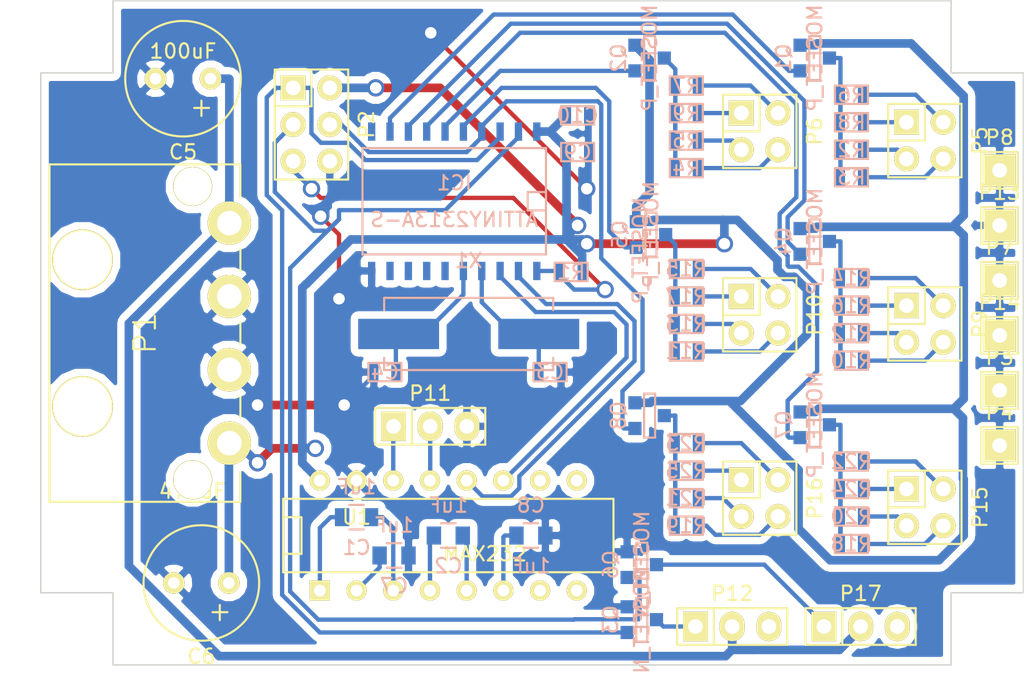
<source format=kicad_pcb>
(kicad_pcb (version 4) (host pcbnew "(after 2015-jan-16 BZR unknown)-product")

  (general
    (links 114)
    (no_connects 0)
    (area 10.741001 19.949999 88.141381 66.434)
    (thickness 1.6)
    (drawings 12)
    (tracks 372)
    (zones 0)
    (modules 63)
    (nets 68)
  )

  (page A4)
  (layers
    (0 F.Cu signal)
    (31 B.Cu signal)
    (32 B.Adhes user)
    (33 F.Adhes user)
    (34 B.Paste user)
    (35 F.Paste user)
    (36 B.SilkS user)
    (37 F.SilkS user)
    (38 B.Mask user)
    (39 F.Mask user)
    (40 Dwgs.User user)
    (41 Cmts.User user)
    (42 Eco1.User user)
    (43 Eco2.User user)
    (44 Edge.Cuts user)
    (45 Margin user)
    (46 B.CrtYd user)
    (47 F.CrtYd user)
    (48 B.Fab user)
    (49 F.Fab user)
  )

  (setup
    (last_trace_width 0.3)
    (trace_clearance 0.254)
    (zone_clearance 0.508)
    (zone_45_only no)
    (trace_min 0.254)
    (segment_width 0.2)
    (edge_width 0.1)
    (via_size 1.2)
    (via_drill 0.8)
    (via_min_size 0.889)
    (via_min_drill 0.508)
    (uvia_size 0.508)
    (uvia_drill 0.127)
    (uvias_allowed no)
    (uvia_min_size 0.508)
    (uvia_min_drill 0.127)
    (pcb_text_width 0.3)
    (pcb_text_size 1.5 1.5)
    (mod_edge_width 0.15)
    (mod_text_size 1 1)
    (mod_text_width 0.15)
    (pad_size 1.5 1.5)
    (pad_drill 0.6)
    (pad_to_mask_clearance 0)
    (aux_axis_origin 0 0)
    (visible_elements FFFFFF7F)
    (pcbplotparams
      (layerselection 0x01000_80000001)
      (usegerberextensions false)
      (excludeedgelayer true)
      (linewidth 0.100000)
      (plotframeref false)
      (viasonmask false)
      (mode 1)
      (useauxorigin false)
      (hpglpennumber 1)
      (hpglpenspeed 20)
      (hpglpendiameter 15)
      (hpglpenoverlay 2)
      (psnegative false)
      (psa4output false)
      (plotreference true)
      (plotvalue true)
      (plotinvisibletext false)
      (padsonsilk false)
      (subtractmaskfromsilk false)
      (outputformat 5)
      (mirror false)
      (drillshape 1)
      (scaleselection 1)
      (outputdirectory plot/))
  )

  (net 0 "")
  (net 1 "Net-(C1-Pad1)")
  (net 2 "Net-(C1-Pad2)")
  (net 3 "Net-(C2-Pad1)")
  (net 4 "Net-(C2-Pad2)")
  (net 5 "Net-(C3-Pad1)")
  (net 6 GND)
  (net 7 "Net-(C4-Pad1)")
  (net 8 +12V)
  (net 9 +5V)
  (net 10 "Net-(C7-Pad1)")
  (net 11 "Net-(C8-Pad2)")
  (net 12 "Net-(IC1-Pad11)")
  (net 13 /PWM0)
  (net 14 /PWM1)
  (net 15 /PWM2)
  (net 16 /PWM3)
  (net 17 /PWM4)
  (net 18 /PWM5_MOSI)
  (net 19 /PWM6_MISO)
  (net 20 /PWM7_SCK)
  (net 21 /RESET_N)
  (net 22 /RXD_TTL)
  (net 23 /TXD_TTL)
  (net 24 "Net-(IC1-Pad6)")
  (net 25 "Net-(IC1-Pad7)")
  (net 26 "Net-(IC1-Pad8)")
  (net 27 "Net-(IC1-Pad9)")
  (net 28 "Net-(P5-Pad1)")
  (net 29 "Net-(P6-Pad1)")
  (net 30 "Net-(P9-Pad1)")
  (net 31 "Net-(P10-Pad1)")
  (net 32 /TXD_RS232)
  (net 33 /RXD_RS232)
  (net 34 "Net-(P12-Pad1)")
  (net 35 "Net-(P12-Pad3)")
  (net 36 "Net-(P15-Pad1)")
  (net 37 "Net-(P16-Pad1)")
  (net 38 "Net-(P17-Pad1)")
  (net 39 "Net-(Q1-PadD)")
  (net 40 "Net-(Q2-PadD)")
  (net 41 "Net-(Q4-PadD)")
  (net 42 "Net-(Q5-PadD)")
  (net 43 "Net-(Q7-PadD)")
  (net 44 "Net-(Q8-PadD)")
  (net 45 "Net-(U1-Pad7)")
  (net 46 "Net-(U1-Pad8)")
  (net 47 "Net-(U1-Pad9)")
  (net 48 "Net-(U1-Pad10)")
  (net 49 "Net-(P5-Pad2)")
  (net 50 "Net-(P5-Pad3)")
  (net 51 "Net-(P5-Pad4)")
  (net 52 "Net-(P6-Pad2)")
  (net 53 "Net-(P6-Pad3)")
  (net 54 "Net-(P6-Pad4)")
  (net 55 "Net-(P9-Pad2)")
  (net 56 "Net-(P9-Pad3)")
  (net 57 "Net-(P9-Pad4)")
  (net 58 "Net-(P10-Pad2)")
  (net 59 "Net-(P10-Pad3)")
  (net 60 "Net-(P10-Pad4)")
  (net 61 "Net-(P15-Pad2)")
  (net 62 "Net-(P15-Pad3)")
  (net 63 "Net-(P15-Pad4)")
  (net 64 "Net-(P16-Pad2)")
  (net 65 "Net-(P16-Pad3)")
  (net 66 "Net-(P16-Pad4)")
  (net 67 "Net-(P17-Pad3)")

  (net_class Default "This is the default net class."
    (clearance 0.254)
    (trace_width 0.3)
    (via_dia 1.2)
    (via_drill 0.8)
    (uvia_dia 0.508)
    (uvia_drill 0.127)
    (add_net /PWM0)
    (add_net /PWM1)
    (add_net /PWM2)
    (add_net /PWM3)
    (add_net /PWM4)
    (add_net /PWM5_MOSI)
    (add_net /PWM6_MISO)
    (add_net /PWM7_SCK)
    (add_net /RESET_N)
    (add_net /RXD_RS232)
    (add_net /RXD_TTL)
    (add_net /TXD_RS232)
    (add_net /TXD_TTL)
    (add_net GND)
    (add_net "Net-(C1-Pad1)")
    (add_net "Net-(C1-Pad2)")
    (add_net "Net-(C2-Pad1)")
    (add_net "Net-(C2-Pad2)")
    (add_net "Net-(C3-Pad1)")
    (add_net "Net-(C4-Pad1)")
    (add_net "Net-(C7-Pad1)")
    (add_net "Net-(C8-Pad2)")
    (add_net "Net-(IC1-Pad11)")
    (add_net "Net-(IC1-Pad6)")
    (add_net "Net-(IC1-Pad7)")
    (add_net "Net-(IC1-Pad8)")
    (add_net "Net-(IC1-Pad9)")
    (add_net "Net-(P10-Pad1)")
    (add_net "Net-(P10-Pad2)")
    (add_net "Net-(P10-Pad3)")
    (add_net "Net-(P10-Pad4)")
    (add_net "Net-(P12-Pad1)")
    (add_net "Net-(P12-Pad3)")
    (add_net "Net-(P15-Pad1)")
    (add_net "Net-(P15-Pad2)")
    (add_net "Net-(P15-Pad3)")
    (add_net "Net-(P15-Pad4)")
    (add_net "Net-(P16-Pad1)")
    (add_net "Net-(P16-Pad2)")
    (add_net "Net-(P16-Pad3)")
    (add_net "Net-(P16-Pad4)")
    (add_net "Net-(P17-Pad1)")
    (add_net "Net-(P17-Pad3)")
    (add_net "Net-(P5-Pad1)")
    (add_net "Net-(P5-Pad2)")
    (add_net "Net-(P5-Pad3)")
    (add_net "Net-(P5-Pad4)")
    (add_net "Net-(P6-Pad1)")
    (add_net "Net-(P6-Pad2)")
    (add_net "Net-(P6-Pad3)")
    (add_net "Net-(P6-Pad4)")
    (add_net "Net-(P9-Pad1)")
    (add_net "Net-(P9-Pad2)")
    (add_net "Net-(P9-Pad3)")
    (add_net "Net-(P9-Pad4)")
    (add_net "Net-(Q1-PadD)")
    (add_net "Net-(Q2-PadD)")
    (add_net "Net-(Q4-PadD)")
    (add_net "Net-(Q5-PadD)")
    (add_net "Net-(Q7-PadD)")
    (add_net "Net-(Q8-PadD)")
    (add_net "Net-(U1-Pad10)")
    (add_net "Net-(U1-Pad7)")
    (add_net "Net-(U1-Pad8)")
    (add_net "Net-(U1-Pad9)")
  )

  (net_class Power ""
    (clearance 0.254)
    (trace_width 0.6)
    (via_dia 1.2)
    (via_drill 0.8)
    (uvia_dia 0.508)
    (uvia_drill 0.127)
    (add_net +12V)
    (add_net +5V)
  )

  (module Sockets_DIP:DIP-16__300 (layer F.Cu) (tedit 55131FE5) (tstamp 551DBB21)
    (at 48.205254 57.039294)
    (descr "16 pins DIL package, round pads")
    (tags DIL)
    (path /5510709E)
    (fp_text reference U1 (at -6.35 -1.27) (layer F.SilkS)
      (effects (font (size 1 1) (thickness 0.15)))
    )
    (fp_text value MAX232 (at 2.54 1.27) (layer F.SilkS)
      (effects (font (size 1 1) (thickness 0.15)))
    )
    (fp_line (start -11.43 -1.27) (end -11.43 -1.27) (layer F.SilkS) (width 0.15))
    (fp_line (start -11.43 -1.27) (end -10.16 -1.27) (layer F.SilkS) (width 0.15))
    (fp_line (start -10.16 -1.27) (end -10.16 1.27) (layer F.SilkS) (width 0.15))
    (fp_line (start -10.16 1.27) (end -11.43 1.27) (layer F.SilkS) (width 0.15))
    (fp_line (start -11.43 -2.54) (end 11.43 -2.54) (layer F.SilkS) (width 0.15))
    (fp_line (start 11.43 -2.54) (end 11.43 2.54) (layer F.SilkS) (width 0.15))
    (fp_line (start 11.43 2.54) (end -11.43 2.54) (layer F.SilkS) (width 0.15))
    (fp_line (start -11.43 2.54) (end -11.43 -2.54) (layer F.SilkS) (width 0.15))
    (pad 1 thru_hole rect (at -8.89 3.81) (size 1.397 1.397) (drill 0.8128) (layers *.Cu *.Mask F.SilkS)
      (net 1 "Net-(C1-Pad1)"))
    (pad 2 thru_hole circle (at -6.35 3.81) (size 1.397 1.397) (drill 0.8128) (layers *.Cu *.Mask F.SilkS)
      (net 10 "Net-(C7-Pad1)"))
    (pad 3 thru_hole circle (at -3.81 3.81) (size 1.397 1.397) (drill 0.8128) (layers *.Cu *.Mask F.SilkS)
      (net 2 "Net-(C1-Pad2)"))
    (pad 4 thru_hole circle (at -1.27 3.81) (size 1.397 1.397) (drill 0.8128) (layers *.Cu *.Mask F.SilkS)
      (net 3 "Net-(C2-Pad1)"))
    (pad 5 thru_hole circle (at 1.27 3.81) (size 1.397 1.397) (drill 0.8128) (layers *.Cu *.Mask F.SilkS)
      (net 4 "Net-(C2-Pad2)"))
    (pad 6 thru_hole circle (at 3.81 3.81) (size 1.397 1.397) (drill 0.8128) (layers *.Cu *.Mask F.SilkS)
      (net 11 "Net-(C8-Pad2)"))
    (pad 7 thru_hole circle (at 6.35 3.81) (size 1.397 1.397) (drill 0.8128) (layers *.Cu *.Mask F.SilkS)
      (net 45 "Net-(U1-Pad7)"))
    (pad 8 thru_hole circle (at 8.89 3.81) (size 1.397 1.397) (drill 0.8128) (layers *.Cu *.Mask F.SilkS)
      (net 46 "Net-(U1-Pad8)"))
    (pad 9 thru_hole circle (at 8.89 -3.81) (size 1.397 1.397) (drill 0.8128) (layers *.Cu *.Mask F.SilkS)
      (net 47 "Net-(U1-Pad9)"))
    (pad 10 thru_hole circle (at 6.35 -3.81) (size 1.397 1.397) (drill 0.8128) (layers *.Cu *.Mask F.SilkS)
      (net 48 "Net-(U1-Pad10)"))
    (pad 11 thru_hole circle (at 3.81 -3.81) (size 1.397 1.397) (drill 0.8128) (layers *.Cu *.Mask F.SilkS)
      (net 23 /TXD_TTL))
    (pad 12 thru_hole circle (at 1.27 -3.81) (size 1.397 1.397) (drill 0.8128) (layers *.Cu *.Mask F.SilkS)
      (net 22 /RXD_TTL))
    (pad 13 thru_hole circle (at -1.27 -3.81) (size 1.397 1.397) (drill 0.8128) (layers *.Cu *.Mask F.SilkS)
      (net 33 /RXD_RS232))
    (pad 14 thru_hole circle (at -3.81 -3.81) (size 1.397 1.397) (drill 0.8128) (layers *.Cu *.Mask F.SilkS)
      (net 32 /TXD_RS232))
    (pad 15 thru_hole circle (at -6.35 -3.81) (size 1.397 1.397) (drill 0.8128) (layers *.Cu *.Mask F.SilkS)
      (net 6 GND))
    (pad 16 thru_hole circle (at -8.89 -3.81) (size 1.397 1.397) (drill 0.8128) (layers *.Cu *.Mask F.SilkS)
      (net 9 +5V))
    (model Sockets_DIP/DIP-16__300.wrl
      (at (xyz 0 0 0))
      (scale (xyz 1 1 1))
      (rotate (xyz 0 0 0))
    )
  )

  (module SMD_Packages:SMD-0603 (layer B.Cu) (tedit 55131FE4) (tstamp 551DB6A5)
    (at 55.245 45.72)
    (path /55107456)
    (attr smd)
    (fp_text reference C3 (at 0 0) (layer B.SilkS)
      (effects (font (size 1 1) (thickness 0.15)) (justify mirror))
    )
    (fp_text value 22p (at 0 0) (layer B.SilkS) hide
      (effects (font (size 1 1) (thickness 0.15)) (justify mirror))
    )
    (fp_line (start -1.143 0.635) (end 1.143 0.635) (layer B.SilkS) (width 0.15))
    (fp_line (start 1.143 0.635) (end 1.143 -0.635) (layer B.SilkS) (width 0.15))
    (fp_line (start 1.143 -0.635) (end -1.143 -0.635) (layer B.SilkS) (width 0.15))
    (fp_line (start -1.143 -0.635) (end -1.143 0.635) (layer B.SilkS) (width 0.15))
    (pad 1 smd rect (at -0.762 0) (size 0.635 1.143) (layers B.Cu B.Paste B.Mask)
      (net 5 "Net-(C3-Pad1)"))
    (pad 2 smd rect (at 0.762 0) (size 0.635 1.143) (layers B.Cu B.Paste B.Mask)
      (net 6 GND))
    (model SMD_Packages/SMD-0603.wrl
      (at (xyz 0 0 0.001))
      (scale (xyz 0.5 0.5 0.5))
      (rotate (xyz 0 0 0))
    )
  )

  (module SMD_Packages:SMD-0603 (layer B.Cu) (tedit 55131FE4) (tstamp 551DB64E)
    (at 43.815 45.72 180)
    (path /5510752A)
    (attr smd)
    (fp_text reference C4 (at 0 0 180) (layer B.SilkS)
      (effects (font (size 1 1) (thickness 0.15)) (justify mirror))
    )
    (fp_text value 22p (at 0 0 180) (layer B.SilkS) hide
      (effects (font (size 1 1) (thickness 0.15)) (justify mirror))
    )
    (fp_line (start -1.143 0.635) (end 1.143 0.635) (layer B.SilkS) (width 0.15))
    (fp_line (start 1.143 0.635) (end 1.143 -0.635) (layer B.SilkS) (width 0.15))
    (fp_line (start 1.143 -0.635) (end -1.143 -0.635) (layer B.SilkS) (width 0.15))
    (fp_line (start -1.143 -0.635) (end -1.143 0.635) (layer B.SilkS) (width 0.15))
    (pad 1 smd rect (at -0.762 0 180) (size 0.635 1.143) (layers B.Cu B.Paste B.Mask)
      (net 7 "Net-(C4-Pad1)"))
    (pad 2 smd rect (at 0.762 0 180) (size 0.635 1.143) (layers B.Cu B.Paste B.Mask)
      (net 6 GND))
    (model SMD_Packages/SMD-0603.wrl
      (at (xyz 0 0 0.001))
      (scale (xyz 0.5 0.5 0.5))
      (rotate (xyz 0 0 0))
    )
  )

  (module Capacitors_Elko_ThroughHole:Elko_vert_11.5x8mm_RM3.5 (layer F.Cu) (tedit 5454A1EC) (tstamp 551321DD)
    (at 31.75 25.4 180)
    (descr "Electrolytic Capacitor, vertical, diameter 8mm, RM 3,5mm, radial,")
    (tags "Electrolytic Capacitor, vertical, diameter 8mm, radial, RM 3,5mm, Elko, Electrolytkondensator, Kondensator gepolt, Durchmesser 8mm,")
    (path /55112DD6)
    (fp_text reference C5 (at 1.905 -5.08 180) (layer F.SilkS)
      (effects (font (size 1 1) (thickness 0.15)))
    )
    (fp_text value 100uF (at 1.905 1.905 180) (layer F.SilkS)
      (effects (font (size 1 1) (thickness 0.15)))
    )
    (fp_line (start 0.10414 -2.02438) (end 1.1303 -2.02438) (layer F.SilkS) (width 0.15))
    (fp_line (start 0.62992 -2.57556) (end 0.62992 -1.524) (layer F.SilkS) (width 0.15))
    (fp_line (start 0.635 -2.54) (end 0.635 -1.524) (layer F.Cu) (width 0.15))
    (fp_line (start 0.127 -2.032) (end 1.143 -2.032) (layer F.Cu) (width 0.15))
    (fp_circle (center 1.905 0) (end 5.9055 0) (layer F.SilkS) (width 0.15))
    (pad 2 thru_hole circle (at 3.81 0 180) (size 1.50114 1.50114) (drill 0.8001) (layers *.Cu *.Mask F.SilkS)
      (net 6 GND))
    (pad 1 thru_hole circle (at 0 0 180) (size 1.50114 1.50114) (drill 0.8001) (layers *.Cu *.Mask F.SilkS)
      (net 8 +12V))
    (model Capacitors_Elko_ThroughHole/Elko_vert_11.5x8mm_RM3.5.wrl
      (at (xyz 0 0 0))
      (scale (xyz 1 1 1))
      (rotate (xyz 0 0 0))
    )
  )

  (module SMD_Packages:SMD-0603 (layer B.Cu) (tedit 55131FE4) (tstamp 551321F5)
    (at 57.15 30.48)
    (path /551076EF)
    (attr smd)
    (fp_text reference C9 (at 0 0) (layer B.SilkS)
      (effects (font (size 1 1) (thickness 0.15)) (justify mirror))
    )
    (fp_text value 100nF (at 0 0) (layer B.SilkS) hide
      (effects (font (size 1 1) (thickness 0.15)) (justify mirror))
    )
    (fp_line (start -1.143 0.635) (end 1.143 0.635) (layer B.SilkS) (width 0.15))
    (fp_line (start 1.143 0.635) (end 1.143 -0.635) (layer B.SilkS) (width 0.15))
    (fp_line (start 1.143 -0.635) (end -1.143 -0.635) (layer B.SilkS) (width 0.15))
    (fp_line (start -1.143 -0.635) (end -1.143 0.635) (layer B.SilkS) (width 0.15))
    (pad 1 smd rect (at -0.762 0) (size 0.635 1.143) (layers B.Cu B.Paste B.Mask)
      (net 9 +5V))
    (pad 2 smd rect (at 0.762 0) (size 0.635 1.143) (layers B.Cu B.Paste B.Mask)
      (net 6 GND))
    (model SMD_Packages/SMD-0603.wrl
      (at (xyz 0 0 0.001))
      (scale (xyz 0.5 0.5 0.5))
      (rotate (xyz 0 0 0))
    )
  )

  (module SMD_Packages:SMD-0603 (layer B.Cu) (tedit 55131FE4) (tstamp 5513379B)
    (at 57.15 27.94)
    (path /5511B839)
    (attr smd)
    (fp_text reference C10 (at 0 0) (layer B.SilkS)
      (effects (font (size 1 1) (thickness 0.15)) (justify mirror))
    )
    (fp_text value 100nF (at 0 0) (layer B.SilkS) hide
      (effects (font (size 1 1) (thickness 0.15)) (justify mirror))
    )
    (fp_line (start -1.143 0.635) (end 1.143 0.635) (layer B.SilkS) (width 0.15))
    (fp_line (start 1.143 0.635) (end 1.143 -0.635) (layer B.SilkS) (width 0.15))
    (fp_line (start 1.143 -0.635) (end -1.143 -0.635) (layer B.SilkS) (width 0.15))
    (fp_line (start -1.143 -0.635) (end -1.143 0.635) (layer B.SilkS) (width 0.15))
    (pad 1 smd rect (at -0.762 0) (size 0.635 1.143) (layers B.Cu B.Paste B.Mask)
      (net 9 +5V))
    (pad 2 smd rect (at 0.762 0) (size 0.635 1.143) (layers B.Cu B.Paste B.Mask)
      (net 6 GND))
    (model SMD_Packages/SMD-0603.wrl
      (at (xyz 0 0 0.001))
      (scale (xyz 0.5 0.5 0.5))
      (rotate (xyz 0 0 0))
    )
  )

  (module SMD_Packages:SO-20-L (layer B.Cu) (tedit 55131FE4) (tstamp 55132213)
    (at 48.614368 33.888408 180)
    (descr "Cms SOJ 20 pins large")
    (tags "CMS SOJ")
    (path /55106EFD)
    (attr smd)
    (fp_text reference IC1 (at 0 1.27 180) (layer B.SilkS)
      (effects (font (size 1 1) (thickness 0.15)) (justify mirror))
    )
    (fp_text value ATTINY2313A-S (at 0 -1.27 180) (layer B.SilkS)
      (effects (font (size 1 1) (thickness 0.15)) (justify mirror))
    )
    (fp_line (start 6.35 -3.683) (end 6.35 3.683) (layer B.SilkS) (width 0.15))
    (fp_line (start -6.35 3.683) (end -6.35 -3.683) (layer B.SilkS) (width 0.15))
    (fp_line (start 6.35 -3.683) (end -6.35 -3.683) (layer B.SilkS) (width 0.15))
    (fp_line (start -6.35 3.683) (end 6.35 3.683) (layer B.SilkS) (width 0.15))
    (fp_line (start -6.35 0.635) (end -5.08 0.635) (layer B.SilkS) (width 0.15))
    (fp_line (start -5.08 0.635) (end -5.08 -0.635) (layer B.SilkS) (width 0.15))
    (fp_line (start -5.08 -0.635) (end -6.35 -0.635) (layer B.SilkS) (width 0.15))
    (pad 11 smd rect (at 5.715 4.826 180) (size 0.508 1.27) (layers B.Cu B.Paste B.Mask)
      (net 12 "Net-(IC1-Pad11)"))
    (pad 12 smd rect (at 4.445 4.826 180) (size 0.508 1.27) (layers B.Cu B.Paste B.Mask)
      (net 13 /PWM0))
    (pad 13 smd rect (at 3.175 4.826 180) (size 0.508 1.27) (layers B.Cu B.Paste B.Mask)
      (net 14 /PWM1))
    (pad 14 smd rect (at 1.905 4.826 180) (size 0.508 1.27) (layers B.Cu B.Paste B.Mask)
      (net 15 /PWM2))
    (pad 15 smd rect (at 0.635 4.826 180) (size 0.508 1.27) (layers B.Cu B.Paste B.Mask)
      (net 16 /PWM3))
    (pad 16 smd rect (at -0.635 4.826 180) (size 0.508 1.27) (layers B.Cu B.Paste B.Mask)
      (net 17 /PWM4))
    (pad 17 smd rect (at -1.905 4.826 180) (size 0.508 1.27) (layers B.Cu B.Paste B.Mask)
      (net 18 /PWM5_MOSI))
    (pad 18 smd rect (at -3.175 4.826 180) (size 0.508 1.27) (layers B.Cu B.Paste B.Mask)
      (net 19 /PWM6_MISO))
    (pad 19 smd rect (at -4.445 4.826 180) (size 0.508 1.27) (layers B.Cu B.Paste B.Mask)
      (net 20 /PWM7_SCK))
    (pad 20 smd rect (at -5.715 4.826 180) (size 0.508 1.27) (layers B.Cu B.Paste B.Mask)
      (net 9 +5V))
    (pad 1 smd rect (at -5.715 -4.826 180) (size 0.508 1.27) (layers B.Cu B.Paste B.Mask)
      (net 21 /RESET_N))
    (pad 2 smd rect (at -4.445 -4.826 180) (size 0.508 1.27) (layers B.Cu B.Paste B.Mask)
      (net 22 /RXD_TTL))
    (pad 3 smd rect (at -3.175 -4.826 180) (size 0.508 1.27) (layers B.Cu B.Paste B.Mask)
      (net 23 /TXD_TTL))
    (pad 4 smd rect (at -1.905 -4.826 180) (size 0.508 1.27) (layers B.Cu B.Paste B.Mask)
      (net 5 "Net-(C3-Pad1)"))
    (pad 5 smd rect (at -0.635 -4.826 180) (size 0.508 1.27) (layers B.Cu B.Paste B.Mask)
      (net 7 "Net-(C4-Pad1)"))
    (pad 6 smd rect (at 0.635 -4.826 180) (size 0.508 1.27) (layers B.Cu B.Paste B.Mask)
      (net 24 "Net-(IC1-Pad6)"))
    (pad 7 smd rect (at 1.905 -4.826 180) (size 0.508 1.27) (layers B.Cu B.Paste B.Mask)
      (net 25 "Net-(IC1-Pad7)"))
    (pad 8 smd rect (at 3.175 -4.826 180) (size 0.508 1.27) (layers B.Cu B.Paste B.Mask)
      (net 26 "Net-(IC1-Pad8)"))
    (pad 9 smd rect (at 4.445 -4.826 180) (size 0.508 1.27) (layers B.Cu B.Paste B.Mask)
      (net 27 "Net-(IC1-Pad9)"))
    (pad 10 smd rect (at 5.715 -4.826 180) (size 0.508 1.27) (layers B.Cu B.Paste B.Mask)
      (net 6 GND))
    (model SMD_Packages/SO-20-L.wrl
      (at (xyz 0 0 0))
      (scale (xyz 0.5 0.6 0.5))
      (rotate (xyz 0 0 0))
    )
  )

  (module Pin_Headers:Pin_Header_Straight_2x03 (layer F.Cu) (tedit 55131FE4) (tstamp 5513221D)
    (at 38.735 28.575 270)
    (descr "Through hole pin header")
    (tags "pin header")
    (path /5510D459)
    (fp_text reference P2 (at 0 -3.81 270) (layer F.SilkS)
      (effects (font (size 1 1) (thickness 0.15)))
    )
    (fp_text value CONN_02X03 (at 0 0 270) (layer F.SilkS) hide
      (effects (font (size 1 1) (thickness 0.15)))
    )
    (fp_line (start -3.81 0) (end -1.27 0) (layer F.SilkS) (width 0.15))
    (fp_line (start -1.27 0) (end -1.27 2.54) (layer F.SilkS) (width 0.15))
    (fp_line (start -3.81 2.54) (end 3.81 2.54) (layer F.SilkS) (width 0.15))
    (fp_line (start 3.81 2.54) (end 3.81 -2.54) (layer F.SilkS) (width 0.15))
    (fp_line (start 3.81 -2.54) (end -1.27 -2.54) (layer F.SilkS) (width 0.15))
    (fp_line (start -3.81 2.54) (end -3.81 0) (layer F.SilkS) (width 0.15))
    (fp_line (start -3.81 -2.54) (end -3.81 0) (layer F.SilkS) (width 0.15))
    (fp_line (start -1.27 -2.54) (end -3.81 -2.54) (layer F.SilkS) (width 0.15))
    (pad 1 thru_hole rect (at -2.54 1.27 270) (size 1.7272 1.7272) (drill 1.016) (layers *.Cu *.Mask F.SilkS)
      (net 19 /PWM6_MISO))
    (pad 2 thru_hole oval (at -2.54 -1.27 270) (size 1.7272 1.7272) (drill 1.016) (layers *.Cu *.Mask F.SilkS)
      (net 9 +5V))
    (pad 3 thru_hole oval (at 0 1.27 270) (size 1.7272 1.7272) (drill 1.016) (layers *.Cu *.Mask F.SilkS)
      (net 20 /PWM7_SCK))
    (pad 4 thru_hole oval (at 0 -1.27 270) (size 1.7272 1.7272) (drill 1.016) (layers *.Cu *.Mask F.SilkS)
      (net 18 /PWM5_MOSI))
    (pad 5 thru_hole oval (at 2.54 1.27 270) (size 1.7272 1.7272) (drill 1.016) (layers *.Cu *.Mask F.SilkS)
      (net 21 /RESET_N))
    (pad 6 thru_hole oval (at 2.54 -1.27 270) (size 1.7272 1.7272) (drill 1.016) (layers *.Cu *.Mask F.SilkS)
      (net 6 GND))
    (model Pin_Headers/Pin_Header_Straight_2x03.wrl
      (at (xyz 0 0 0))
      (scale (xyz 1 1 1))
      (rotate (xyz 0 0 0))
    )
  )

  (module Pin_Headers:Pin_Header_Straight_1x03 (layer F.Cu) (tedit 55131FE3) (tstamp 55132254)
    (at 46.952284 49.475838)
    (descr "Through hole pin header")
    (tags "pin header")
    (path /5511A9FF)
    (fp_text reference P11 (at 0 -2.286) (layer F.SilkS)
      (effects (font (size 1 1) (thickness 0.15)))
    )
    (fp_text value CONN_01X03 (at 0 0) (layer F.SilkS) hide
      (effects (font (size 1 1) (thickness 0.15)))
    )
    (fp_line (start -1.27 1.27) (end 3.81 1.27) (layer F.SilkS) (width 0.15))
    (fp_line (start 3.81 1.27) (end 3.81 -1.27) (layer F.SilkS) (width 0.15))
    (fp_line (start 3.81 -1.27) (end -1.27 -1.27) (layer F.SilkS) (width 0.15))
    (fp_line (start -3.81 -1.27) (end -1.27 -1.27) (layer F.SilkS) (width 0.15))
    (fp_line (start -1.27 -1.27) (end -1.27 1.27) (layer F.SilkS) (width 0.15))
    (fp_line (start -3.81 -1.27) (end -3.81 1.27) (layer F.SilkS) (width 0.15))
    (fp_line (start -3.81 1.27) (end -1.27 1.27) (layer F.SilkS) (width 0.15))
    (pad 1 thru_hole rect (at -2.54 0) (size 1.7272 2.032) (drill 1.016) (layers *.Cu *.Mask F.SilkS)
      (net 32 /TXD_RS232))
    (pad 2 thru_hole oval (at 0 0) (size 1.7272 2.032) (drill 1.016) (layers *.Cu *.Mask F.SilkS)
      (net 33 /RXD_RS232))
    (pad 3 thru_hole oval (at 2.54 0) (size 1.7272 2.032) (drill 1.016) (layers *.Cu *.Mask F.SilkS)
      (net 6 GND))
    (model Pin_Headers/Pin_Header_Straight_1x03.wrl
      (at (xyz 0 0 0))
      (scale (xyz 1 1 1))
      (rotate (xyz 0 0 0))
    )
  )

  (module Pin_Headers:Pin_Header_Straight_1x03 (layer F.Cu) (tedit 55131FE3) (tstamp 5513225B)
    (at 67.85 63.34)
    (descr "Through hole pin header")
    (tags "pin header")
    (path /551353B9)
    (fp_text reference P12 (at 0 -2.286) (layer F.SilkS)
      (effects (font (size 1 1) (thickness 0.15)))
    )
    (fp_text value FAN0 (at 0 0) (layer F.SilkS) hide
      (effects (font (size 1 1) (thickness 0.15)))
    )
    (fp_line (start -1.27 1.27) (end 3.81 1.27) (layer F.SilkS) (width 0.15))
    (fp_line (start 3.81 1.27) (end 3.81 -1.27) (layer F.SilkS) (width 0.15))
    (fp_line (start 3.81 -1.27) (end -1.27 -1.27) (layer F.SilkS) (width 0.15))
    (fp_line (start -3.81 -1.27) (end -1.27 -1.27) (layer F.SilkS) (width 0.15))
    (fp_line (start -1.27 -1.27) (end -1.27 1.27) (layer F.SilkS) (width 0.15))
    (fp_line (start -3.81 -1.27) (end -3.81 1.27) (layer F.SilkS) (width 0.15))
    (fp_line (start -3.81 1.27) (end -1.27 1.27) (layer F.SilkS) (width 0.15))
    (pad 1 thru_hole rect (at -2.54 0) (size 1.7272 2.032) (drill 1.016) (layers *.Cu *.Mask F.SilkS)
      (net 34 "Net-(P12-Pad1)"))
    (pad 2 thru_hole oval (at 0 0) (size 1.7272 2.032) (drill 1.016) (layers *.Cu *.Mask F.SilkS)
      (net 8 +12V))
    (pad 3 thru_hole oval (at 2.54 0) (size 1.7272 2.032) (drill 1.016) (layers *.Cu *.Mask F.SilkS)
      (net 35 "Net-(P12-Pad3)"))
    (model Pin_Headers/Pin_Header_Straight_1x03.wrl
      (at (xyz 0 0 0))
      (scale (xyz 1 1 1))
      (rotate (xyz 0 0 0))
    )
  )

  (module Pin_Headers:Pin_Header_Straight_1x01 (layer F.Cu) (tedit 55131FE3) (tstamp 551B2C2F)
    (at 86.36 35.56)
    (descr "Through hole pin header")
    (tags "pin header")
    (path /55138AEA)
    (fp_text reference P13 (at 0 -2.286) (layer F.SilkS)
      (effects (font (size 1 1) (thickness 0.15)))
    )
    (fp_text value CAT (at 0 0) (layer F.SilkS) hide
      (effects (font (size 1 1) (thickness 0.15)))
    )
    (fp_line (start -1.27 -1.27) (end -1.27 1.27) (layer F.SilkS) (width 0.15))
    (fp_line (start -1.27 1.27) (end 1.27 1.27) (layer F.SilkS) (width 0.15))
    (fp_line (start 1.27 1.27) (end 1.27 -1.27) (layer F.SilkS) (width 0.15))
    (fp_line (start 1.27 -1.27) (end -1.27 -1.27) (layer F.SilkS) (width 0.15))
    (pad 1 thru_hole rect (at 0 0) (size 2.2352 2.2352) (drill 1.016) (layers *.Cu *.Mask F.SilkS)
      (net 6 GND))
    (model Pin_Headers/Pin_Header_Straight_1x01.wrl
      (at (xyz 0 0 0))
      (scale (xyz 1 1 1))
      (rotate (xyz 0 0 0))
    )
  )

  (module Pin_Headers:Pin_Header_Straight_1x01 (layer F.Cu) (tedit 55131FE3) (tstamp 551B2BF2)
    (at 86.36 43.18)
    (descr "Through hole pin header")
    (tags "pin header")
    (path /55138E20)
    (fp_text reference P14 (at 0 -2.286) (layer F.SilkS)
      (effects (font (size 1 1) (thickness 0.15)))
    )
    (fp_text value CAT (at 0 0) (layer F.SilkS) hide
      (effects (font (size 1 1) (thickness 0.15)))
    )
    (fp_line (start -1.27 -1.27) (end -1.27 1.27) (layer F.SilkS) (width 0.15))
    (fp_line (start -1.27 1.27) (end 1.27 1.27) (layer F.SilkS) (width 0.15))
    (fp_line (start 1.27 1.27) (end 1.27 -1.27) (layer F.SilkS) (width 0.15))
    (fp_line (start 1.27 -1.27) (end -1.27 -1.27) (layer F.SilkS) (width 0.15))
    (pad 1 thru_hole rect (at 0 0) (size 2.2352 2.2352) (drill 1.016) (layers *.Cu *.Mask F.SilkS)
      (net 6 GND))
    (model Pin_Headers/Pin_Header_Straight_1x01.wrl
      (at (xyz 0 0 0))
      (scale (xyz 1 1 1))
      (rotate (xyz 0 0 0))
    )
  )

  (module SMD_Packages:SOT-23-GDS (layer B.Cu) (tedit 55131FE3) (tstamp 551B2B65)
    (at 73.565 23.97 270)
    (descr "Module CMS SOT23 Transistore EBC")
    (tags "CMS SOT")
    (path /5510AE72)
    (attr smd)
    (fp_text reference Q1 (at 0 2.159 270) (layer B.SilkS)
      (effects (font (size 1 1) (thickness 0.15)) (justify mirror))
    )
    (fp_text value MOSFET_P (at 0 0 270) (layer B.SilkS)
      (effects (font (size 1 1) (thickness 0.15)) (justify mirror))
    )
    (fp_line (start -1.524 0.381) (end 1.524 0.381) (layer B.SilkS) (width 0.15))
    (fp_line (start 1.524 0.381) (end 1.524 -0.381) (layer B.SilkS) (width 0.15))
    (fp_line (start 1.524 -0.381) (end -1.524 -0.381) (layer B.SilkS) (width 0.15))
    (fp_line (start -1.524 -0.381) (end -1.524 0.381) (layer B.SilkS) (width 0.15))
    (pad S smd rect (at -0.889 1.016 270) (size 0.9144 0.9144) (layers B.Cu B.Paste B.Mask)
      (net 9 +5V))
    (pad G smd rect (at 0.889 1.016 270) (size 0.9144 0.9144) (layers B.Cu B.Paste B.Mask)
      (net 13 /PWM0))
    (pad D smd rect (at 0 -1.016 270) (size 0.9144 0.9144) (layers B.Cu B.Paste B.Mask)
      (net 39 "Net-(Q1-PadD)"))
    (model SMD_Packages/SOT-23-GDS.wrl
      (at (xyz 0 0 0))
      (scale (xyz 0.13 0.15 0.15))
      (rotate (xyz 0 0 0))
    )
  )

  (module SMD_Packages:SOT-23-GDS (layer B.Cu) (tedit 55131FE3) (tstamp 551B2ABD)
    (at 62.135 23.97 270)
    (descr "Module CMS SOT23 Transistore EBC")
    (tags "CMS SOT")
    (path /5510BFF0)
    (attr smd)
    (fp_text reference Q2 (at 0 2.159 270) (layer B.SilkS)
      (effects (font (size 1 1) (thickness 0.15)) (justify mirror))
    )
    (fp_text value MOSFET_P (at 0 0 270) (layer B.SilkS)
      (effects (font (size 1 1) (thickness 0.15)) (justify mirror))
    )
    (fp_line (start -1.524 0.381) (end 1.524 0.381) (layer B.SilkS) (width 0.15))
    (fp_line (start 1.524 0.381) (end 1.524 -0.381) (layer B.SilkS) (width 0.15))
    (fp_line (start 1.524 -0.381) (end -1.524 -0.381) (layer B.SilkS) (width 0.15))
    (fp_line (start -1.524 -0.381) (end -1.524 0.381) (layer B.SilkS) (width 0.15))
    (pad S smd rect (at -0.889 1.016 270) (size 0.9144 0.9144) (layers B.Cu B.Paste B.Mask)
      (net 9 +5V))
    (pad G smd rect (at 0.889 1.016 270) (size 0.9144 0.9144) (layers B.Cu B.Paste B.Mask)
      (net 16 /PWM3))
    (pad D smd rect (at 0 -1.016 270) (size 0.9144 0.9144) (layers B.Cu B.Paste B.Mask)
      (net 40 "Net-(Q2-PadD)"))
    (model SMD_Packages/SOT-23-GDS.wrl
      (at (xyz 0 0 0))
      (scale (xyz 0.13 0.15 0.15))
      (rotate (xyz 0 0 0))
    )
  )

  (module SMD_Packages:SOT-23-GDS (layer B.Cu) (tedit 55131FE3) (tstamp 551322E5)
    (at 61.595 62.865 270)
    (descr "Module CMS SOT23 Transistore EBC")
    (tags "CMS SOT")
    (path /5510C847)
    (attr smd)
    (fp_text reference Q3 (at 0 2.159 270) (layer B.SilkS)
      (effects (font (size 1 1) (thickness 0.15)) (justify mirror))
    )
    (fp_text value MOSFET_N (at 0 0 270) (layer B.SilkS)
      (effects (font (size 1 1) (thickness 0.15)) (justify mirror))
    )
    (fp_line (start -1.524 0.381) (end 1.524 0.381) (layer B.SilkS) (width 0.15))
    (fp_line (start 1.524 0.381) (end 1.524 -0.381) (layer B.SilkS) (width 0.15))
    (fp_line (start 1.524 -0.381) (end -1.524 -0.381) (layer B.SilkS) (width 0.15))
    (fp_line (start -1.524 -0.381) (end -1.524 0.381) (layer B.SilkS) (width 0.15))
    (pad S smd rect (at -0.889 1.016 270) (size 0.9144 0.9144) (layers B.Cu B.Paste B.Mask)
      (net 6 GND))
    (pad G smd rect (at 0.889 1.016 270) (size 0.9144 0.9144) (layers B.Cu B.Paste B.Mask)
      (net 19 /PWM6_MISO))
    (pad D smd rect (at 0 -1.016 270) (size 0.9144 0.9144) (layers B.Cu B.Paste B.Mask)
      (net 34 "Net-(P12-Pad1)"))
    (model SMD_Packages/SOT-23-GDS.wrl
      (at (xyz 0 0 0))
      (scale (xyz 0.13 0.15 0.15))
      (rotate (xyz 0 0 0))
    )
  )

  (module SMD_Packages:SOT-23-GDS (layer B.Cu) (tedit 55131FE3) (tstamp 551B2A85)
    (at 73.565 36.67 270)
    (descr "Module CMS SOT23 Transistore EBC")
    (tags "CMS SOT")
    (path /5510BA18)
    (attr smd)
    (fp_text reference Q4 (at 0 2.159 270) (layer B.SilkS)
      (effects (font (size 1 1) (thickness 0.15)) (justify mirror))
    )
    (fp_text value MOSFET_P (at 0 0 270) (layer B.SilkS)
      (effects (font (size 1 1) (thickness 0.15)) (justify mirror))
    )
    (fp_line (start -1.524 0.381) (end 1.524 0.381) (layer B.SilkS) (width 0.15))
    (fp_line (start 1.524 0.381) (end 1.524 -0.381) (layer B.SilkS) (width 0.15))
    (fp_line (start 1.524 -0.381) (end -1.524 -0.381) (layer B.SilkS) (width 0.15))
    (fp_line (start -1.524 -0.381) (end -1.524 0.381) (layer B.SilkS) (width 0.15))
    (pad S smd rect (at -0.889 1.016 270) (size 0.9144 0.9144) (layers B.Cu B.Paste B.Mask)
      (net 9 +5V))
    (pad G smd rect (at 0.889 1.016 270) (size 0.9144 0.9144) (layers B.Cu B.Paste B.Mask)
      (net 14 /PWM1))
    (pad D smd rect (at 0 -1.016 270) (size 0.9144 0.9144) (layers B.Cu B.Paste B.Mask)
      (net 41 "Net-(Q4-PadD)"))
    (model SMD_Packages/SOT-23-GDS.wrl
      (at (xyz 0 0 0))
      (scale (xyz 0.13 0.15 0.15))
      (rotate (xyz 0 0 0))
    )
  )

  (module SMD_Packages:SOT-23-GDS (layer B.Cu) (tedit 55131FE3) (tstamp 551B2B87)
    (at 62.23 36.195 270)
    (descr "Module CMS SOT23 Transistore EBC")
    (tags "CMS SOT")
    (path /5510C016)
    (attr smd)
    (fp_text reference Q5 (at 0 2.159 270) (layer B.SilkS)
      (effects (font (size 1 1) (thickness 0.15)) (justify mirror))
    )
    (fp_text value MOSFET_P (at 0 0 270) (layer B.SilkS)
      (effects (font (size 1 1) (thickness 0.15)) (justify mirror))
    )
    (fp_line (start -1.524 0.381) (end 1.524 0.381) (layer B.SilkS) (width 0.15))
    (fp_line (start 1.524 0.381) (end 1.524 -0.381) (layer B.SilkS) (width 0.15))
    (fp_line (start 1.524 -0.381) (end -1.524 -0.381) (layer B.SilkS) (width 0.15))
    (fp_line (start -1.524 -0.381) (end -1.524 0.381) (layer B.SilkS) (width 0.15))
    (pad S smd rect (at -0.889 1.016 270) (size 0.9144 0.9144) (layers B.Cu B.Paste B.Mask)
      (net 9 +5V))
    (pad G smd rect (at 0.889 1.016 270) (size 0.9144 0.9144) (layers B.Cu B.Paste B.Mask)
      (net 17 /PWM4))
    (pad D smd rect (at 0 -1.016 270) (size 0.9144 0.9144) (layers B.Cu B.Paste B.Mask)
      (net 42 "Net-(Q5-PadD)"))
    (model SMD_Packages/SOT-23-GDS.wrl
      (at (xyz 0 0 0))
      (scale (xyz 0.13 0.15 0.15))
      (rotate (xyz 0 0 0))
    )
  )

  (module SMD_Packages:SOT-23-GDS (layer B.Cu) (tedit 55131FE3) (tstamp 551322FA)
    (at 61.595 59.055 270)
    (descr "Module CMS SOT23 Transistore EBC")
    (tags "CMS SOT")
    (path /5510CEAB)
    (attr smd)
    (fp_text reference Q6 (at 0 2.159 270) (layer B.SilkS)
      (effects (font (size 1 1) (thickness 0.15)) (justify mirror))
    )
    (fp_text value MOSFET_N (at 0 0 270) (layer B.SilkS)
      (effects (font (size 1 1) (thickness 0.15)) (justify mirror))
    )
    (fp_line (start -1.524 0.381) (end 1.524 0.381) (layer B.SilkS) (width 0.15))
    (fp_line (start 1.524 0.381) (end 1.524 -0.381) (layer B.SilkS) (width 0.15))
    (fp_line (start 1.524 -0.381) (end -1.524 -0.381) (layer B.SilkS) (width 0.15))
    (fp_line (start -1.524 -0.381) (end -1.524 0.381) (layer B.SilkS) (width 0.15))
    (pad S smd rect (at -0.889 1.016 270) (size 0.9144 0.9144) (layers B.Cu B.Paste B.Mask)
      (net 6 GND))
    (pad G smd rect (at 0.889 1.016 270) (size 0.9144 0.9144) (layers B.Cu B.Paste B.Mask)
      (net 20 /PWM7_SCK))
    (pad D smd rect (at 0 -1.016 270) (size 0.9144 0.9144) (layers B.Cu B.Paste B.Mask)
      (net 38 "Net-(P17-Pad1)"))
    (model SMD_Packages/SOT-23-GDS.wrl
      (at (xyz 0 0 0))
      (scale (xyz 0.13 0.15 0.15))
      (rotate (xyz 0 0 0))
    )
  )

  (module SMD_Packages:SOT-23-GDS (layer B.Cu) (tedit 55131FE3) (tstamp 551B2B2D)
    (at 73.565 49.37 270)
    (descr "Module CMS SOT23 Transistore EBC")
    (tags "CMS SOT")
    (path /5510BBEA)
    (attr smd)
    (fp_text reference Q7 (at 0 2.159 270) (layer B.SilkS)
      (effects (font (size 1 1) (thickness 0.15)) (justify mirror))
    )
    (fp_text value MOSFET_P (at 0 0 270) (layer B.SilkS)
      (effects (font (size 1 1) (thickness 0.15)) (justify mirror))
    )
    (fp_line (start -1.524 0.381) (end 1.524 0.381) (layer B.SilkS) (width 0.15))
    (fp_line (start 1.524 0.381) (end 1.524 -0.381) (layer B.SilkS) (width 0.15))
    (fp_line (start 1.524 -0.381) (end -1.524 -0.381) (layer B.SilkS) (width 0.15))
    (fp_line (start -1.524 -0.381) (end -1.524 0.381) (layer B.SilkS) (width 0.15))
    (pad S smd rect (at -0.889 1.016 270) (size 0.9144 0.9144) (layers B.Cu B.Paste B.Mask)
      (net 9 +5V))
    (pad G smd rect (at 0.889 1.016 270) (size 0.9144 0.9144) (layers B.Cu B.Paste B.Mask)
      (net 15 /PWM2))
    (pad D smd rect (at 0 -1.016 270) (size 0.9144 0.9144) (layers B.Cu B.Paste B.Mask)
      (net 43 "Net-(Q7-PadD)"))
    (model SMD_Packages/SOT-23-GDS.wrl
      (at (xyz 0 0 0))
      (scale (xyz 0.13 0.15 0.15))
      (rotate (xyz 0 0 0))
    )
  )

  (module SMD_Packages:SOT-23-GDS (layer B.Cu) (tedit 55131FE3) (tstamp 551B2AF5)
    (at 62.135 48.735 270)
    (descr "Module CMS SOT23 Transistore EBC")
    (tags "CMS SOT")
    (path /5510C03C)
    (attr smd)
    (fp_text reference Q8 (at 0 2.159 270) (layer B.SilkS)
      (effects (font (size 1 1) (thickness 0.15)) (justify mirror))
    )
    (fp_text value MOSFET_P (at -11.43 0.635 270) (layer B.SilkS)
      (effects (font (size 1 1) (thickness 0.15)) (justify mirror))
    )
    (fp_line (start -1.524 0.381) (end 1.524 0.381) (layer B.SilkS) (width 0.15))
    (fp_line (start 1.524 0.381) (end 1.524 -0.381) (layer B.SilkS) (width 0.15))
    (fp_line (start 1.524 -0.381) (end -1.524 -0.381) (layer B.SilkS) (width 0.15))
    (fp_line (start -1.524 -0.381) (end -1.524 0.381) (layer B.SilkS) (width 0.15))
    (pad S smd rect (at -0.889 1.016 270) (size 0.9144 0.9144) (layers B.Cu B.Paste B.Mask)
      (net 9 +5V))
    (pad G smd rect (at 0.889 1.016 270) (size 0.9144 0.9144) (layers B.Cu B.Paste B.Mask)
      (net 18 /PWM5_MOSI))
    (pad D smd rect (at 0 -1.016 270) (size 0.9144 0.9144) (layers B.Cu B.Paste B.Mask)
      (net 44 "Net-(Q8-PadD)"))
    (model SMD_Packages/SOT-23-GDS.wrl
      (at (xyz 0 0 0))
      (scale (xyz 0.13 0.15 0.15))
      (rotate (xyz 0 0 0))
    )
  )

  (module SMD_Packages:SMD-0603 (layer B.Cu) (tedit 55131FE4) (tstamp 5513230E)
    (at 56.704368 38.783408 180)
    (path /55107291)
    (attr smd)
    (fp_text reference R1 (at 0 0 180) (layer B.SilkS)
      (effects (font (size 1 1) (thickness 0.15)) (justify mirror))
    )
    (fp_text value 10k (at 0 0 180) (layer B.SilkS) hide
      (effects (font (size 1 1) (thickness 0.15)) (justify mirror))
    )
    (fp_line (start -1.143 0.635) (end 1.143 0.635) (layer B.SilkS) (width 0.15))
    (fp_line (start 1.143 0.635) (end 1.143 -0.635) (layer B.SilkS) (width 0.15))
    (fp_line (start 1.143 -0.635) (end -1.143 -0.635) (layer B.SilkS) (width 0.15))
    (fp_line (start -1.143 -0.635) (end -1.143 0.635) (layer B.SilkS) (width 0.15))
    (pad 1 smd rect (at -0.762 0 180) (size 0.635 1.143) (layers B.Cu B.Paste B.Mask)
      (net 9 +5V))
    (pad 2 smd rect (at 0.762 0 180) (size 0.635 1.143) (layers B.Cu B.Paste B.Mask)
      (net 21 /RESET_N))
    (model SMD_Packages/SMD-0603.wrl
      (at (xyz 0 0 0.001))
      (scale (xyz 0.5 0.5 0.5))
      (rotate (xyz 0 0 0))
    )
  )

  (module SMD_Packages:SMD-0603 (layer B.Cu) (tedit 55131FE4) (tstamp 551B2B59)
    (at 76.105 30.32)
    (path /5510B1DE)
    (attr smd)
    (fp_text reference R2 (at 0 0) (layer B.SilkS)
      (effects (font (size 1 1) (thickness 0.15)) (justify mirror))
    )
    (fp_text value 120 (at 0 0) (layer B.SilkS) hide
      (effects (font (size 1 1) (thickness 0.15)) (justify mirror))
    )
    (fp_line (start -1.143 0.635) (end 1.143 0.635) (layer B.SilkS) (width 0.15))
    (fp_line (start 1.143 0.635) (end 1.143 -0.635) (layer B.SilkS) (width 0.15))
    (fp_line (start 1.143 -0.635) (end -1.143 -0.635) (layer B.SilkS) (width 0.15))
    (fp_line (start -1.143 -0.635) (end -1.143 0.635) (layer B.SilkS) (width 0.15))
    (pad 1 smd rect (at -0.762 0) (size 0.635 1.143) (layers B.Cu B.Paste B.Mask)
      (net 39 "Net-(Q1-PadD)"))
    (pad 2 smd rect (at 0.762 0) (size 0.635 1.143) (layers B.Cu B.Paste B.Mask)
      (net 50 "Net-(P5-Pad3)"))
    (model SMD_Packages/SMD-0603.wrl
      (at (xyz 0 0 0.001))
      (scale (xyz 0.5 0.5 0.5))
      (rotate (xyz 0 0 0))
    )
  )

  (module SMD_Packages:SMD-0603 (layer B.Cu) (tedit 55131FE4) (tstamp 551B2B70)
    (at 76.105 32.225)
    (path /55132A3C)
    (attr smd)
    (fp_text reference R3 (at 0 0) (layer B.SilkS)
      (effects (font (size 1 1) (thickness 0.15)) (justify mirror))
    )
    (fp_text value 120 (at 0 0) (layer B.SilkS) hide
      (effects (font (size 1 1) (thickness 0.15)) (justify mirror))
    )
    (fp_line (start -1.143 0.635) (end 1.143 0.635) (layer B.SilkS) (width 0.15))
    (fp_line (start 1.143 0.635) (end 1.143 -0.635) (layer B.SilkS) (width 0.15))
    (fp_line (start 1.143 -0.635) (end -1.143 -0.635) (layer B.SilkS) (width 0.15))
    (fp_line (start -1.143 -0.635) (end -1.143 0.635) (layer B.SilkS) (width 0.15))
    (pad 1 smd rect (at -0.762 0) (size 0.635 1.143) (layers B.Cu B.Paste B.Mask)
      (net 39 "Net-(Q1-PadD)"))
    (pad 2 smd rect (at 0.762 0) (size 0.635 1.143) (layers B.Cu B.Paste B.Mask)
      (net 51 "Net-(P5-Pad4)"))
    (model SMD_Packages/SMD-0603.wrl
      (at (xyz 0 0 0.001))
      (scale (xyz 0.5 0.5 0.5))
      (rotate (xyz 0 0 0))
    )
  )

  (module SMD_Packages:SMD-0603 (layer B.Cu) (tedit 55131FE4) (tstamp 551B2AA6)
    (at 64.675 31.59)
    (path /551343DA)
    (attr smd)
    (fp_text reference R4 (at 0 0) (layer B.SilkS)
      (effects (font (size 1 1) (thickness 0.15)) (justify mirror))
    )
    (fp_text value 120 (at 0 0) (layer B.SilkS) hide
      (effects (font (size 1 1) (thickness 0.15)) (justify mirror))
    )
    (fp_line (start -1.143 0.635) (end 1.143 0.635) (layer B.SilkS) (width 0.15))
    (fp_line (start 1.143 0.635) (end 1.143 -0.635) (layer B.SilkS) (width 0.15))
    (fp_line (start 1.143 -0.635) (end -1.143 -0.635) (layer B.SilkS) (width 0.15))
    (fp_line (start -1.143 -0.635) (end -1.143 0.635) (layer B.SilkS) (width 0.15))
    (pad 1 smd rect (at -0.762 0) (size 0.635 1.143) (layers B.Cu B.Paste B.Mask)
      (net 40 "Net-(Q2-PadD)"))
    (pad 2 smd rect (at 0.762 0) (size 0.635 1.143) (layers B.Cu B.Paste B.Mask)
      (net 54 "Net-(P6-Pad4)"))
    (model SMD_Packages/SMD-0603.wrl
      (at (xyz 0 0 0.001))
      (scale (xyz 0.5 0.5 0.5))
      (rotate (xyz 0 0 0))
    )
  )

  (module SMD_Packages:SMD-0603 (layer B.Cu) (tedit 55131FE4) (tstamp 551B2AC8)
    (at 64.675 29.685)
    (path /551343C0)
    (attr smd)
    (fp_text reference R5 (at 0 0) (layer B.SilkS)
      (effects (font (size 1 1) (thickness 0.15)) (justify mirror))
    )
    (fp_text value 120 (at 0 0) (layer B.SilkS) hide
      (effects (font (size 1 1) (thickness 0.15)) (justify mirror))
    )
    (fp_line (start -1.143 0.635) (end 1.143 0.635) (layer B.SilkS) (width 0.15))
    (fp_line (start 1.143 0.635) (end 1.143 -0.635) (layer B.SilkS) (width 0.15))
    (fp_line (start 1.143 -0.635) (end -1.143 -0.635) (layer B.SilkS) (width 0.15))
    (fp_line (start -1.143 -0.635) (end -1.143 0.635) (layer B.SilkS) (width 0.15))
    (pad 1 smd rect (at -0.762 0) (size 0.635 1.143) (layers B.Cu B.Paste B.Mask)
      (net 40 "Net-(Q2-PadD)"))
    (pad 2 smd rect (at 0.762 0) (size 0.635 1.143) (layers B.Cu B.Paste B.Mask)
      (net 53 "Net-(P6-Pad3)"))
    (model SMD_Packages/SMD-0603.wrl
      (at (xyz 0 0 0.001))
      (scale (xyz 0.5 0.5 0.5))
      (rotate (xyz 0 0 0))
    )
  )

  (module SMD_Packages:SMD-0603 (layer B.Cu) (tedit 55131FE4) (tstamp 551B2B4E)
    (at 76.105 26.51)
    (path /5513295E)
    (attr smd)
    (fp_text reference R6 (at 0 0) (layer B.SilkS)
      (effects (font (size 1 1) (thickness 0.15)) (justify mirror))
    )
    (fp_text value 120 (at 0 0) (layer B.SilkS) hide
      (effects (font (size 1 1) (thickness 0.15)) (justify mirror))
    )
    (fp_line (start -1.143 0.635) (end 1.143 0.635) (layer B.SilkS) (width 0.15))
    (fp_line (start 1.143 0.635) (end 1.143 -0.635) (layer B.SilkS) (width 0.15))
    (fp_line (start 1.143 -0.635) (end -1.143 -0.635) (layer B.SilkS) (width 0.15))
    (fp_line (start -1.143 -0.635) (end -1.143 0.635) (layer B.SilkS) (width 0.15))
    (pad 1 smd rect (at -0.762 0) (size 0.635 1.143) (layers B.Cu B.Paste B.Mask)
      (net 39 "Net-(Q1-PadD)"))
    (pad 2 smd rect (at 0.762 0) (size 0.635 1.143) (layers B.Cu B.Paste B.Mask)
      (net 49 "Net-(P5-Pad2)"))
    (model SMD_Packages/SMD-0603.wrl
      (at (xyz 0 0 0.001))
      (scale (xyz 0.5 0.5 0.5))
      (rotate (xyz 0 0 0))
    )
  )

  (module SMD_Packages:SMD-0603 (layer B.Cu) (tedit 55131FE4) (tstamp 551B2AB1)
    (at 64.675 25.875)
    (path /551343D4)
    (attr smd)
    (fp_text reference R7 (at 0 0) (layer B.SilkS)
      (effects (font (size 1 1) (thickness 0.15)) (justify mirror))
    )
    (fp_text value 120 (at 0 0) (layer B.SilkS) hide
      (effects (font (size 1 1) (thickness 0.15)) (justify mirror))
    )
    (fp_line (start -1.143 0.635) (end 1.143 0.635) (layer B.SilkS) (width 0.15))
    (fp_line (start 1.143 0.635) (end 1.143 -0.635) (layer B.SilkS) (width 0.15))
    (fp_line (start 1.143 -0.635) (end -1.143 -0.635) (layer B.SilkS) (width 0.15))
    (fp_line (start -1.143 -0.635) (end -1.143 0.635) (layer B.SilkS) (width 0.15))
    (pad 1 smd rect (at -0.762 0) (size 0.635 1.143) (layers B.Cu B.Paste B.Mask)
      (net 40 "Net-(Q2-PadD)"))
    (pad 2 smd rect (at 0.762 0) (size 0.635 1.143) (layers B.Cu B.Paste B.Mask)
      (net 52 "Net-(P6-Pad2)"))
    (model SMD_Packages/SMD-0603.wrl
      (at (xyz 0 0 0.001))
      (scale (xyz 0.5 0.5 0.5))
      (rotate (xyz 0 0 0))
    )
  )

  (module SMD_Packages:SMD-0603 (layer B.Cu) (tedit 55131FE4) (tstamp 551B2B43)
    (at 76.105 28.415)
    (path /55132AA1)
    (attr smd)
    (fp_text reference R8 (at 0 0) (layer B.SilkS)
      (effects (font (size 1 1) (thickness 0.15)) (justify mirror))
    )
    (fp_text value 120 (at 0 0) (layer B.SilkS) hide
      (effects (font (size 1 1) (thickness 0.15)) (justify mirror))
    )
    (fp_line (start -1.143 0.635) (end 1.143 0.635) (layer B.SilkS) (width 0.15))
    (fp_line (start 1.143 0.635) (end 1.143 -0.635) (layer B.SilkS) (width 0.15))
    (fp_line (start 1.143 -0.635) (end -1.143 -0.635) (layer B.SilkS) (width 0.15))
    (fp_line (start -1.143 -0.635) (end -1.143 0.635) (layer B.SilkS) (width 0.15))
    (pad 1 smd rect (at -0.762 0) (size 0.635 1.143) (layers B.Cu B.Paste B.Mask)
      (net 39 "Net-(Q1-PadD)"))
    (pad 2 smd rect (at 0.762 0) (size 0.635 1.143) (layers B.Cu B.Paste B.Mask)
      (net 28 "Net-(P5-Pad1)"))
    (model SMD_Packages/SMD-0603.wrl
      (at (xyz 0 0 0.001))
      (scale (xyz 0.5 0.5 0.5))
      (rotate (xyz 0 0 0))
    )
  )

  (module SMD_Packages:SMD-0603 (layer B.Cu) (tedit 55131FE4) (tstamp 551B2A9B)
    (at 64.675 27.78)
    (path /551343E0)
    (attr smd)
    (fp_text reference R9 (at 0 0) (layer B.SilkS)
      (effects (font (size 1 1) (thickness 0.15)) (justify mirror))
    )
    (fp_text value 120 (at 0 0) (layer B.SilkS) hide
      (effects (font (size 1 1) (thickness 0.15)) (justify mirror))
    )
    (fp_line (start -1.143 0.635) (end 1.143 0.635) (layer B.SilkS) (width 0.15))
    (fp_line (start 1.143 0.635) (end 1.143 -0.635) (layer B.SilkS) (width 0.15))
    (fp_line (start 1.143 -0.635) (end -1.143 -0.635) (layer B.SilkS) (width 0.15))
    (fp_line (start -1.143 -0.635) (end -1.143 0.635) (layer B.SilkS) (width 0.15))
    (pad 1 smd rect (at -0.762 0) (size 0.635 1.143) (layers B.Cu B.Paste B.Mask)
      (net 40 "Net-(Q2-PadD)"))
    (pad 2 smd rect (at 0.762 0) (size 0.635 1.143) (layers B.Cu B.Paste B.Mask)
      (net 29 "Net-(P6-Pad1)"))
    (model SMD_Packages/SMD-0603.wrl
      (at (xyz 0 0 0.001))
      (scale (xyz 0.5 0.5 0.5))
      (rotate (xyz 0 0 0))
    )
  )

  (module SMD_Packages:SMD-0603 (layer B.Cu) (tedit 55131FE4) (tstamp 551B2A90)
    (at 76.105 44.925)
    (path /5513352F)
    (attr smd)
    (fp_text reference R10 (at 0 0) (layer B.SilkS)
      (effects (font (size 1 1) (thickness 0.15)) (justify mirror))
    )
    (fp_text value 120 (at 0 0) (layer B.SilkS) hide
      (effects (font (size 1 1) (thickness 0.15)) (justify mirror))
    )
    (fp_line (start -1.143 0.635) (end 1.143 0.635) (layer B.SilkS) (width 0.15))
    (fp_line (start 1.143 0.635) (end 1.143 -0.635) (layer B.SilkS) (width 0.15))
    (fp_line (start 1.143 -0.635) (end -1.143 -0.635) (layer B.SilkS) (width 0.15))
    (fp_line (start -1.143 -0.635) (end -1.143 0.635) (layer B.SilkS) (width 0.15))
    (pad 1 smd rect (at -0.762 0) (size 0.635 1.143) (layers B.Cu B.Paste B.Mask)
      (net 41 "Net-(Q4-PadD)"))
    (pad 2 smd rect (at 0.762 0) (size 0.635 1.143) (layers B.Cu B.Paste B.Mask)
      (net 57 "Net-(P9-Pad4)"))
    (model SMD_Packages/SMD-0603.wrl
      (at (xyz 0 0 0.001))
      (scale (xyz 0.5 0.5 0.5))
      (rotate (xyz 0 0 0))
    )
  )

  (module SMD_Packages:SMD-0603 (layer B.Cu) (tedit 55131FE4) (tstamp 551B2BA8)
    (at 64.675 44.29)
    (path /5513441A)
    (attr smd)
    (fp_text reference R11 (at 0 0) (layer B.SilkS)
      (effects (font (size 1 1) (thickness 0.15)) (justify mirror))
    )
    (fp_text value 120 (at 0 0) (layer B.SilkS) hide
      (effects (font (size 1 1) (thickness 0.15)) (justify mirror))
    )
    (fp_line (start -1.143 0.635) (end 1.143 0.635) (layer B.SilkS) (width 0.15))
    (fp_line (start 1.143 0.635) (end 1.143 -0.635) (layer B.SilkS) (width 0.15))
    (fp_line (start 1.143 -0.635) (end -1.143 -0.635) (layer B.SilkS) (width 0.15))
    (fp_line (start -1.143 -0.635) (end -1.143 0.635) (layer B.SilkS) (width 0.15))
    (pad 1 smd rect (at -0.762 0) (size 0.635 1.143) (layers B.Cu B.Paste B.Mask)
      (net 42 "Net-(Q5-PadD)"))
    (pad 2 smd rect (at 0.762 0) (size 0.635 1.143) (layers B.Cu B.Paste B.Mask)
      (net 60 "Net-(P10-Pad4)"))
    (model SMD_Packages/SMD-0603.wrl
      (at (xyz 0 0 0.001))
      (scale (xyz 0.5 0.5 0.5))
      (rotate (xyz 0 0 0))
    )
  )

  (module SMD_Packages:SMD-0603 (layer B.Cu) (tedit 55131FE4) (tstamp 551B2A79)
    (at 76.105 43.02)
    (path /55133515)
    (attr smd)
    (fp_text reference R12 (at 0 0) (layer B.SilkS)
      (effects (font (size 1 1) (thickness 0.15)) (justify mirror))
    )
    (fp_text value 120 (at 0 0) (layer B.SilkS) hide
      (effects (font (size 1 1) (thickness 0.15)) (justify mirror))
    )
    (fp_line (start -1.143 0.635) (end 1.143 0.635) (layer B.SilkS) (width 0.15))
    (fp_line (start 1.143 0.635) (end 1.143 -0.635) (layer B.SilkS) (width 0.15))
    (fp_line (start 1.143 -0.635) (end -1.143 -0.635) (layer B.SilkS) (width 0.15))
    (fp_line (start -1.143 -0.635) (end -1.143 0.635) (layer B.SilkS) (width 0.15))
    (pad 1 smd rect (at -0.762 0) (size 0.635 1.143) (layers B.Cu B.Paste B.Mask)
      (net 41 "Net-(Q4-PadD)"))
    (pad 2 smd rect (at 0.762 0) (size 0.635 1.143) (layers B.Cu B.Paste B.Mask)
      (net 56 "Net-(P9-Pad3)"))
    (model SMD_Packages/SMD-0603.wrl
      (at (xyz 0 0 0.001))
      (scale (xyz 0.5 0.5 0.5))
      (rotate (xyz 0 0 0))
    )
  )

  (module SMD_Packages:SMD-0603 (layer B.Cu) (tedit 55131FE4) (tstamp 551B2B9D)
    (at 64.675 42.385)
    (path /55134400)
    (attr smd)
    (fp_text reference R13 (at 0 0) (layer B.SilkS)
      (effects (font (size 1 1) (thickness 0.15)) (justify mirror))
    )
    (fp_text value 120 (at 0 0) (layer B.SilkS) hide
      (effects (font (size 1 1) (thickness 0.15)) (justify mirror))
    )
    (fp_line (start -1.143 0.635) (end 1.143 0.635) (layer B.SilkS) (width 0.15))
    (fp_line (start 1.143 0.635) (end 1.143 -0.635) (layer B.SilkS) (width 0.15))
    (fp_line (start 1.143 -0.635) (end -1.143 -0.635) (layer B.SilkS) (width 0.15))
    (fp_line (start -1.143 -0.635) (end -1.143 0.635) (layer B.SilkS) (width 0.15))
    (pad 1 smd rect (at -0.762 0) (size 0.635 1.143) (layers B.Cu B.Paste B.Mask)
      (net 42 "Net-(Q5-PadD)"))
    (pad 2 smd rect (at 0.762 0) (size 0.635 1.143) (layers B.Cu B.Paste B.Mask)
      (net 59 "Net-(P10-Pad3)"))
    (model SMD_Packages/SMD-0603.wrl
      (at (xyz 0 0 0.001))
      (scale (xyz 0.5 0.5 0.5))
      (rotate (xyz 0 0 0))
    )
  )

  (module SMD_Packages:SMD-0603 (layer B.Cu) (tedit 55131FE4) (tstamp 551B2A6E)
    (at 76.105 39.21)
    (path /55133529)
    (attr smd)
    (fp_text reference R14 (at 0 0) (layer B.SilkS)
      (effects (font (size 1 1) (thickness 0.15)) (justify mirror))
    )
    (fp_text value 120 (at 0 0) (layer B.SilkS) hide
      (effects (font (size 1 1) (thickness 0.15)) (justify mirror))
    )
    (fp_line (start -1.143 0.635) (end 1.143 0.635) (layer B.SilkS) (width 0.15))
    (fp_line (start 1.143 0.635) (end 1.143 -0.635) (layer B.SilkS) (width 0.15))
    (fp_line (start 1.143 -0.635) (end -1.143 -0.635) (layer B.SilkS) (width 0.15))
    (fp_line (start -1.143 -0.635) (end -1.143 0.635) (layer B.SilkS) (width 0.15))
    (pad 1 smd rect (at -0.762 0) (size 0.635 1.143) (layers B.Cu B.Paste B.Mask)
      (net 41 "Net-(Q4-PadD)"))
    (pad 2 smd rect (at 0.762 0) (size 0.635 1.143) (layers B.Cu B.Paste B.Mask)
      (net 55 "Net-(P9-Pad2)"))
    (model SMD_Packages/SMD-0603.wrl
      (at (xyz 0 0 0.001))
      (scale (xyz 0.5 0.5 0.5))
      (rotate (xyz 0 0 0))
    )
  )

  (module SMD_Packages:SMD-0603 (layer B.Cu) (tedit 55131FE4) (tstamp 551B2B92)
    (at 64.675 38.575)
    (path /55134414)
    (attr smd)
    (fp_text reference R15 (at 0 0) (layer B.SilkS)
      (effects (font (size 1 1) (thickness 0.15)) (justify mirror))
    )
    (fp_text value 120 (at 0 0) (layer B.SilkS) hide
      (effects (font (size 1 1) (thickness 0.15)) (justify mirror))
    )
    (fp_line (start -1.143 0.635) (end 1.143 0.635) (layer B.SilkS) (width 0.15))
    (fp_line (start 1.143 0.635) (end 1.143 -0.635) (layer B.SilkS) (width 0.15))
    (fp_line (start 1.143 -0.635) (end -1.143 -0.635) (layer B.SilkS) (width 0.15))
    (fp_line (start -1.143 -0.635) (end -1.143 0.635) (layer B.SilkS) (width 0.15))
    (pad 1 smd rect (at -0.762 0) (size 0.635 1.143) (layers B.Cu B.Paste B.Mask)
      (net 42 "Net-(Q5-PadD)"))
    (pad 2 smd rect (at 0.762 0) (size 0.635 1.143) (layers B.Cu B.Paste B.Mask)
      (net 58 "Net-(P10-Pad2)"))
    (model SMD_Packages/SMD-0603.wrl
      (at (xyz 0 0 0.001))
      (scale (xyz 0.5 0.5 0.5))
      (rotate (xyz 0 0 0))
    )
  )

  (module SMD_Packages:SMD-0603 (layer B.Cu) (tedit 55131FE4) (tstamp 551B2A63)
    (at 76.105 41.115)
    (path /55133535)
    (attr smd)
    (fp_text reference R16 (at 0 0) (layer B.SilkS)
      (effects (font (size 1 1) (thickness 0.15)) (justify mirror))
    )
    (fp_text value 120 (at 0 0) (layer B.SilkS) hide
      (effects (font (size 1 1) (thickness 0.15)) (justify mirror))
    )
    (fp_line (start -1.143 0.635) (end 1.143 0.635) (layer B.SilkS) (width 0.15))
    (fp_line (start 1.143 0.635) (end 1.143 -0.635) (layer B.SilkS) (width 0.15))
    (fp_line (start 1.143 -0.635) (end -1.143 -0.635) (layer B.SilkS) (width 0.15))
    (fp_line (start -1.143 -0.635) (end -1.143 0.635) (layer B.SilkS) (width 0.15))
    (pad 1 smd rect (at -0.762 0) (size 0.635 1.143) (layers B.Cu B.Paste B.Mask)
      (net 41 "Net-(Q4-PadD)"))
    (pad 2 smd rect (at 0.762 0) (size 0.635 1.143) (layers B.Cu B.Paste B.Mask)
      (net 30 "Net-(P9-Pad1)"))
    (model SMD_Packages/SMD-0603.wrl
      (at (xyz 0 0 0.001))
      (scale (xyz 0.5 0.5 0.5))
      (rotate (xyz 0 0 0))
    )
  )

  (module SMD_Packages:SMD-0603 (layer B.Cu) (tedit 55131FE4) (tstamp 551B2B7B)
    (at 64.675 40.48)
    (path /55134420)
    (attr smd)
    (fp_text reference R17 (at 0 0) (layer B.SilkS)
      (effects (font (size 1 1) (thickness 0.15)) (justify mirror))
    )
    (fp_text value 120 (at 0 0) (layer B.SilkS) hide
      (effects (font (size 1 1) (thickness 0.15)) (justify mirror))
    )
    (fp_line (start -1.143 0.635) (end 1.143 0.635) (layer B.SilkS) (width 0.15))
    (fp_line (start 1.143 0.635) (end 1.143 -0.635) (layer B.SilkS) (width 0.15))
    (fp_line (start 1.143 -0.635) (end -1.143 -0.635) (layer B.SilkS) (width 0.15))
    (fp_line (start -1.143 -0.635) (end -1.143 0.635) (layer B.SilkS) (width 0.15))
    (pad 1 smd rect (at -0.762 0) (size 0.635 1.143) (layers B.Cu B.Paste B.Mask)
      (net 42 "Net-(Q5-PadD)"))
    (pad 2 smd rect (at 0.762 0) (size 0.635 1.143) (layers B.Cu B.Paste B.Mask)
      (net 31 "Net-(P10-Pad1)"))
    (model SMD_Packages/SMD-0603.wrl
      (at (xyz 0 0 0.001))
      (scale (xyz 0.5 0.5 0.5))
      (rotate (xyz 0 0 0))
    )
  )

  (module SMD_Packages:SMD-0603 (layer B.Cu) (tedit 55131FE4) (tstamp 551B2B16)
    (at 76.105 57.625)
    (path /55133743)
    (attr smd)
    (fp_text reference R18 (at 0 0) (layer B.SilkS)
      (effects (font (size 1 1) (thickness 0.15)) (justify mirror))
    )
    (fp_text value 39 (at 0 0) (layer B.SilkS) hide
      (effects (font (size 1 1) (thickness 0.15)) (justify mirror))
    )
    (fp_line (start -1.143 0.635) (end 1.143 0.635) (layer B.SilkS) (width 0.15))
    (fp_line (start 1.143 0.635) (end 1.143 -0.635) (layer B.SilkS) (width 0.15))
    (fp_line (start 1.143 -0.635) (end -1.143 -0.635) (layer B.SilkS) (width 0.15))
    (fp_line (start -1.143 -0.635) (end -1.143 0.635) (layer B.SilkS) (width 0.15))
    (pad 1 smd rect (at -0.762 0) (size 0.635 1.143) (layers B.Cu B.Paste B.Mask)
      (net 43 "Net-(Q7-PadD)"))
    (pad 2 smd rect (at 0.762 0) (size 0.635 1.143) (layers B.Cu B.Paste B.Mask)
      (net 63 "Net-(P15-Pad4)"))
    (model SMD_Packages/SMD-0603.wrl
      (at (xyz 0 0 0.001))
      (scale (xyz 0.5 0.5 0.5))
      (rotate (xyz 0 0 0))
    )
  )

  (module SMD_Packages:SMD-0603 (layer B.Cu) (tedit 55131FE4) (tstamp 551B2B00)
    (at 64.675 56.355)
    (path /5513444E)
    (attr smd)
    (fp_text reference R19 (at 0 0) (layer B.SilkS)
      (effects (font (size 1 1) (thickness 0.15)) (justify mirror))
    )
    (fp_text value 39 (at 0 0) (layer B.SilkS) hide
      (effects (font (size 1 1) (thickness 0.15)) (justify mirror))
    )
    (fp_line (start -1.143 0.635) (end 1.143 0.635) (layer B.SilkS) (width 0.15))
    (fp_line (start 1.143 0.635) (end 1.143 -0.635) (layer B.SilkS) (width 0.15))
    (fp_line (start 1.143 -0.635) (end -1.143 -0.635) (layer B.SilkS) (width 0.15))
    (fp_line (start -1.143 -0.635) (end -1.143 0.635) (layer B.SilkS) (width 0.15))
    (pad 1 smd rect (at -0.762 0) (size 0.635 1.143) (layers B.Cu B.Paste B.Mask)
      (net 44 "Net-(Q8-PadD)"))
    (pad 2 smd rect (at 0.762 0) (size 0.635 1.143) (layers B.Cu B.Paste B.Mask)
      (net 66 "Net-(P16-Pad4)"))
    (model SMD_Packages/SMD-0603.wrl
      (at (xyz 0 0 0.001))
      (scale (xyz 0.5 0.5 0.5))
      (rotate (xyz 0 0 0))
    )
  )

  (module SMD_Packages:SMD-0603 (layer B.Cu) (tedit 55131FE4) (tstamp 551B2B21)
    (at 76.105 55.72)
    (path /5513394B)
    (attr smd)
    (fp_text reference R20 (at 0 0) (layer B.SilkS)
      (effects (font (size 1 1) (thickness 0.15)) (justify mirror))
    )
    (fp_text value 39 (at 0 0) (layer B.SilkS) hide
      (effects (font (size 1 1) (thickness 0.15)) (justify mirror))
    )
    (fp_line (start -1.143 0.635) (end 1.143 0.635) (layer B.SilkS) (width 0.15))
    (fp_line (start 1.143 0.635) (end 1.143 -0.635) (layer B.SilkS) (width 0.15))
    (fp_line (start 1.143 -0.635) (end -1.143 -0.635) (layer B.SilkS) (width 0.15))
    (fp_line (start -1.143 -0.635) (end -1.143 0.635) (layer B.SilkS) (width 0.15))
    (pad 1 smd rect (at -0.762 0) (size 0.635 1.143) (layers B.Cu B.Paste B.Mask)
      (net 43 "Net-(Q7-PadD)"))
    (pad 2 smd rect (at 0.762 0) (size 0.635 1.143) (layers B.Cu B.Paste B.Mask)
      (net 62 "Net-(P15-Pad3)"))
    (model SMD_Packages/SMD-0603.wrl
      (at (xyz 0 0 0.001))
      (scale (xyz 0.5 0.5 0.5))
      (rotate (xyz 0 0 0))
    )
  )

  (module SMD_Packages:SMD-0603 (layer B.Cu) (tedit 55131FE4) (tstamp 551B2AE9)
    (at 64.675 54.45)
    (path /5513446E)
    (attr smd)
    (fp_text reference R21 (at 0 0) (layer B.SilkS)
      (effects (font (size 1 1) (thickness 0.15)) (justify mirror))
    )
    (fp_text value 39 (at 0 0) (layer B.SilkS) hide
      (effects (font (size 1 1) (thickness 0.15)) (justify mirror))
    )
    (fp_line (start -1.143 0.635) (end 1.143 0.635) (layer B.SilkS) (width 0.15))
    (fp_line (start 1.143 0.635) (end 1.143 -0.635) (layer B.SilkS) (width 0.15))
    (fp_line (start 1.143 -0.635) (end -1.143 -0.635) (layer B.SilkS) (width 0.15))
    (fp_line (start -1.143 -0.635) (end -1.143 0.635) (layer B.SilkS) (width 0.15))
    (pad 1 smd rect (at -0.762 0) (size 0.635 1.143) (layers B.Cu B.Paste B.Mask)
      (net 44 "Net-(Q8-PadD)"))
    (pad 2 smd rect (at 0.762 0) (size 0.635 1.143) (layers B.Cu B.Paste B.Mask)
      (net 65 "Net-(P16-Pad3)"))
    (model SMD_Packages/SMD-0603.wrl
      (at (xyz 0 0 0.001))
      (scale (xyz 0.5 0.5 0.5))
      (rotate (xyz 0 0 0))
    )
  )

  (module SMD_Packages:SMD-0603 (layer B.Cu) (tedit 55131FE4) (tstamp 551B2B38)
    (at 76.105 51.91)
    (path /5513399F)
    (attr smd)
    (fp_text reference R22 (at 0 0) (layer B.SilkS)
      (effects (font (size 1 1) (thickness 0.15)) (justify mirror))
    )
    (fp_text value 39 (at 0 0) (layer B.SilkS) hide
      (effects (font (size 1 1) (thickness 0.15)) (justify mirror))
    )
    (fp_line (start -1.143 0.635) (end 1.143 0.635) (layer B.SilkS) (width 0.15))
    (fp_line (start 1.143 0.635) (end 1.143 -0.635) (layer B.SilkS) (width 0.15))
    (fp_line (start 1.143 -0.635) (end -1.143 -0.635) (layer B.SilkS) (width 0.15))
    (fp_line (start -1.143 -0.635) (end -1.143 0.635) (layer B.SilkS) (width 0.15))
    (pad 1 smd rect (at -0.762 0) (size 0.635 1.143) (layers B.Cu B.Paste B.Mask)
      (net 43 "Net-(Q7-PadD)"))
    (pad 2 smd rect (at 0.762 0) (size 0.635 1.143) (layers B.Cu B.Paste B.Mask)
      (net 61 "Net-(P15-Pad2)"))
    (model SMD_Packages/SMD-0603.wrl
      (at (xyz 0 0 0.001))
      (scale (xyz 0.5 0.5 0.5))
      (rotate (xyz 0 0 0))
    )
  )

  (module SMD_Packages:SMD-0603 (layer B.Cu) (tedit 55131FE4) (tstamp 551B2ADE)
    (at 64.675 50.64)
    (path /55134474)
    (attr smd)
    (fp_text reference R23 (at 0 0) (layer B.SilkS)
      (effects (font (size 1 1) (thickness 0.15)) (justify mirror))
    )
    (fp_text value 39 (at 0 0) (layer B.SilkS) hide
      (effects (font (size 1 1) (thickness 0.15)) (justify mirror))
    )
    (fp_line (start -1.143 0.635) (end 1.143 0.635) (layer B.SilkS) (width 0.15))
    (fp_line (start 1.143 0.635) (end 1.143 -0.635) (layer B.SilkS) (width 0.15))
    (fp_line (start 1.143 -0.635) (end -1.143 -0.635) (layer B.SilkS) (width 0.15))
    (fp_line (start -1.143 -0.635) (end -1.143 0.635) (layer B.SilkS) (width 0.15))
    (pad 1 smd rect (at -0.762 0) (size 0.635 1.143) (layers B.Cu B.Paste B.Mask)
      (net 44 "Net-(Q8-PadD)"))
    (pad 2 smd rect (at 0.762 0) (size 0.635 1.143) (layers B.Cu B.Paste B.Mask)
      (net 64 "Net-(P16-Pad2)"))
    (model SMD_Packages/SMD-0603.wrl
      (at (xyz 0 0 0.001))
      (scale (xyz 0.5 0.5 0.5))
      (rotate (xyz 0 0 0))
    )
  )

  (module SMD_Packages:SMD-0603 (layer B.Cu) (tedit 55131FE4) (tstamp 551B2B0B)
    (at 76.105 53.815)
    (path /551339F4)
    (attr smd)
    (fp_text reference R24 (at 0 0) (layer B.SilkS)
      (effects (font (size 1 1) (thickness 0.15)) (justify mirror))
    )
    (fp_text value 39 (at 0 0) (layer B.SilkS) hide
      (effects (font (size 1 1) (thickness 0.15)) (justify mirror))
    )
    (fp_line (start -1.143 0.635) (end 1.143 0.635) (layer B.SilkS) (width 0.15))
    (fp_line (start 1.143 0.635) (end 1.143 -0.635) (layer B.SilkS) (width 0.15))
    (fp_line (start 1.143 -0.635) (end -1.143 -0.635) (layer B.SilkS) (width 0.15))
    (fp_line (start -1.143 -0.635) (end -1.143 0.635) (layer B.SilkS) (width 0.15))
    (pad 1 smd rect (at -0.762 0) (size 0.635 1.143) (layers B.Cu B.Paste B.Mask)
      (net 43 "Net-(Q7-PadD)"))
    (pad 2 smd rect (at 0.762 0) (size 0.635 1.143) (layers B.Cu B.Paste B.Mask)
      (net 36 "Net-(P15-Pad1)"))
    (model SMD_Packages/SMD-0603.wrl
      (at (xyz 0 0 0.001))
      (scale (xyz 0.5 0.5 0.5))
      (rotate (xyz 0 0 0))
    )
  )

  (module SMD_Packages:SMD-0603 (layer B.Cu) (tedit 55131FE4) (tstamp 551B2AD3)
    (at 64.675 52.545)
    (path /5513447A)
    (attr smd)
    (fp_text reference R25 (at 0 0) (layer B.SilkS)
      (effects (font (size 1 1) (thickness 0.15)) (justify mirror))
    )
    (fp_text value 39 (at 0 0) (layer B.SilkS) hide
      (effects (font (size 1 1) (thickness 0.15)) (justify mirror))
    )
    (fp_line (start -1.143 0.635) (end 1.143 0.635) (layer B.SilkS) (width 0.15))
    (fp_line (start 1.143 0.635) (end 1.143 -0.635) (layer B.SilkS) (width 0.15))
    (fp_line (start 1.143 -0.635) (end -1.143 -0.635) (layer B.SilkS) (width 0.15))
    (fp_line (start -1.143 -0.635) (end -1.143 0.635) (layer B.SilkS) (width 0.15))
    (pad 1 smd rect (at -0.762 0) (size 0.635 1.143) (layers B.Cu B.Paste B.Mask)
      (net 44 "Net-(Q8-PadD)"))
    (pad 2 smd rect (at 0.762 0) (size 0.635 1.143) (layers B.Cu B.Paste B.Mask)
      (net 37 "Net-(P16-Pad1)"))
    (model SMD_Packages/SMD-0603.wrl
      (at (xyz 0 0 0.001))
      (scale (xyz 0.5 0.5 0.5))
      (rotate (xyz 0 0 0))
    )
  )

  (module Crystals:Crystal_HC49-SD_SMD (layer B.Cu) (tedit 55131FE5) (tstamp 551DC60B)
    (at 49.614368 43.078408 180)
    (descr "Crystal, Quarz, HC49-SD, SMD,")
    (tags "Crystal, Quarz, HC49-SD, SMD,")
    (path /551073BD)
    (attr smd)
    (fp_text reference X1 (at 0 5.08 180) (layer B.SilkS)
      (effects (font (size 1 1) (thickness 0.15)) (justify mirror))
    )
    (fp_text value "16 MHz" (at 2.54 -5.08 180) (layer B.SilkS) hide
      (effects (font (size 1 1) (thickness 0.15)) (justify mirror))
    )
    (fp_circle (center 0 0) (end 0.8509 0) (layer B.Adhes) (width 0.381))
    (fp_circle (center 0 0) (end 0.50038 0) (layer B.Adhes) (width 0.381))
    (fp_circle (center 0 0) (end 0.14986 -0.0508) (layer B.Adhes) (width 0.381))
    (fp_line (start -5.84962 -2.49936) (end 5.84962 -2.49936) (layer B.SilkS) (width 0.15))
    (fp_line (start 5.84962 2.49936) (end -5.84962 2.49936) (layer B.SilkS) (width 0.15))
    (fp_line (start 5.84962 -2.49936) (end 5.84962 -1.651) (layer B.SilkS) (width 0.15))
    (fp_line (start 5.84962 2.49936) (end 5.84962 1.651) (layer B.SilkS) (width 0.15))
    (fp_line (start -5.84962 -2.49936) (end -5.84962 -1.651) (layer B.SilkS) (width 0.15))
    (fp_line (start -5.84962 2.49936) (end -5.84962 1.651) (layer B.SilkS) (width 0.15))
    (pad 1 smd rect (at -4.84886 0 180) (size 5.6007 2.10058) (layers B.Cu B.Paste B.Mask)
      (net 5 "Net-(C3-Pad1)"))
    (pad 2 smd rect (at 4.84886 0 180) (size 5.6007 2.10058) (layers B.Cu B.Paste B.Mask)
      (net 7 "Net-(C4-Pad1)"))
  )

  (module Pin_Headers:Pin_Header_Straight_1x01 (layer F.Cu) (tedit 55131FE3) (tstamp 551B2BCD)
    (at 86.36 46.99)
    (descr "Through hole pin header")
    (tags "pin header")
    (path /551330AE)
    (fp_text reference P3 (at 0 -2.286) (layer F.SilkS)
      (effects (font (size 1 1) (thickness 0.15)))
    )
    (fp_text value CAT (at 0 0) (layer F.SilkS) hide
      (effects (font (size 1 1) (thickness 0.15)))
    )
    (fp_line (start -1.27 -1.27) (end -1.27 1.27) (layer F.SilkS) (width 0.15))
    (fp_line (start -1.27 1.27) (end 1.27 1.27) (layer F.SilkS) (width 0.15))
    (fp_line (start 1.27 1.27) (end 1.27 -1.27) (layer F.SilkS) (width 0.15))
    (fp_line (start 1.27 -1.27) (end -1.27 -1.27) (layer F.SilkS) (width 0.15))
    (pad 1 thru_hole rect (at 0 0) (size 2.2352 2.2352) (drill 1.016) (layers *.Cu *.Mask F.SilkS)
      (net 6 GND))
    (model Pin_Headers/Pin_Header_Straight_1x01.wrl
      (at (xyz 0 0 0))
      (scale (xyz 1 1 1))
      (rotate (xyz 0 0 0))
    )
  )

  (module Pin_Headers:Pin_Header_Straight_1x01 (layer F.Cu) (tedit 55131FE3) (tstamp 551B2BC3)
    (at 86.36 50.8)
    (descr "Through hole pin header")
    (tags "pin header")
    (path /55138DE0)
    (fp_text reference P4 (at 0 -2.286) (layer F.SilkS)
      (effects (font (size 1 1) (thickness 0.15)))
    )
    (fp_text value CAT (at 0 0) (layer F.SilkS) hide
      (effects (font (size 1 1) (thickness 0.15)))
    )
    (fp_line (start -1.27 -1.27) (end -1.27 1.27) (layer F.SilkS) (width 0.15))
    (fp_line (start -1.27 1.27) (end 1.27 1.27) (layer F.SilkS) (width 0.15))
    (fp_line (start 1.27 1.27) (end 1.27 -1.27) (layer F.SilkS) (width 0.15))
    (fp_line (start 1.27 -1.27) (end -1.27 -1.27) (layer F.SilkS) (width 0.15))
    (pad 1 thru_hole rect (at 0 0) (size 2.2352 2.2352) (drill 1.016) (layers *.Cu *.Mask F.SilkS)
      (net 6 GND))
    (model Pin_Headers/Pin_Header_Straight_1x01.wrl
      (at (xyz 0 0 0))
      (scale (xyz 1 1 1))
      (rotate (xyz 0 0 0))
    )
  )

  (module Pin_Headers:Pin_Header_Straight_1x01 (layer F.Cu) (tedit 55131FE3) (tstamp 551B2BE8)
    (at 86.36 39.37)
    (descr "Through hole pin header")
    (tags "pin header")
    (path /55138923)
    (fp_text reference P7 (at 0 -2.286) (layer F.SilkS)
      (effects (font (size 1 1) (thickness 0.15)))
    )
    (fp_text value CAT (at 0 0) (layer F.SilkS) hide
      (effects (font (size 1 1) (thickness 0.15)))
    )
    (fp_line (start -1.27 -1.27) (end -1.27 1.27) (layer F.SilkS) (width 0.15))
    (fp_line (start -1.27 1.27) (end 1.27 1.27) (layer F.SilkS) (width 0.15))
    (fp_line (start 1.27 1.27) (end 1.27 -1.27) (layer F.SilkS) (width 0.15))
    (fp_line (start 1.27 -1.27) (end -1.27 -1.27) (layer F.SilkS) (width 0.15))
    (pad 1 thru_hole rect (at 0 0) (size 2.2352 2.2352) (drill 1.016) (layers *.Cu *.Mask F.SilkS)
      (net 6 GND))
    (model Pin_Headers/Pin_Header_Straight_1x01.wrl
      (at (xyz 0 0 0))
      (scale (xyz 1 1 1))
      (rotate (xyz 0 0 0))
    )
  )

  (module Pin_Headers:Pin_Header_Straight_1x01 (layer F.Cu) (tedit 55131FE3) (tstamp 551B2C39)
    (at 86.36 31.75)
    (descr "Through hole pin header")
    (tags "pin header")
    (path /55138E00)
    (fp_text reference P8 (at 0 -2.286) (layer F.SilkS)
      (effects (font (size 1 1) (thickness 0.15)))
    )
    (fp_text value CAT (at 0 0) (layer F.SilkS) hide
      (effects (font (size 1 1) (thickness 0.15)))
    )
    (fp_line (start -1.27 -1.27) (end -1.27 1.27) (layer F.SilkS) (width 0.15))
    (fp_line (start -1.27 1.27) (end 1.27 1.27) (layer F.SilkS) (width 0.15))
    (fp_line (start 1.27 1.27) (end 1.27 -1.27) (layer F.SilkS) (width 0.15))
    (fp_line (start 1.27 -1.27) (end -1.27 -1.27) (layer F.SilkS) (width 0.15))
    (pad 1 thru_hole rect (at 0 0) (size 2.2352 2.2352) (drill 1.016) (layers *.Cu *.Mask F.SilkS)
      (net 6 GND))
    (model Pin_Headers/Pin_Header_Straight_1x01.wrl
      (at (xyz 0 0 0))
      (scale (xyz 1 1 1))
      (rotate (xyz 0 0 0))
    )
  )

  (module Pin_Headers:Pin_Header_Straight_2x02 (layer F.Cu) (tedit 55131FE3) (tstamp 551B2CAF)
    (at 81.185 29.685 270)
    (descr "Through hole pin header")
    (tags "pin header")
    (path /551376C2)
    (fp_text reference P5 (at 0 -3.81 270) (layer F.SilkS)
      (effects (font (size 1 1) (thickness 0.15)))
    )
    (fp_text value LED_R_AN (at 0 0 270) (layer F.SilkS) hide
      (effects (font (size 1 1) (thickness 0.15)))
    )
    (fp_line (start -2.54 0) (end -2.54 2.54) (layer F.SilkS) (width 0.15))
    (fp_line (start -2.54 2.54) (end 0 2.54) (layer F.SilkS) (width 0.15))
    (fp_line (start 0 2.54) (end 0 0) (layer F.SilkS) (width 0.15))
    (fp_line (start 0 0) (end -2.54 0) (layer F.SilkS) (width 0.15))
    (fp_line (start -2.54 0) (end -2.54 -2.54) (layer F.SilkS) (width 0.15))
    (fp_line (start -2.54 -2.54) (end 2.54 -2.54) (layer F.SilkS) (width 0.15))
    (fp_line (start 2.54 -2.54) (end 2.54 2.54) (layer F.SilkS) (width 0.15))
    (fp_line (start 2.54 2.54) (end 0 2.54) (layer F.SilkS) (width 0.15))
    (pad 1 thru_hole rect (at -1.27 1.27 270) (size 1.7272 1.7272) (drill 1.016) (layers *.Cu *.Mask F.SilkS)
      (net 28 "Net-(P5-Pad1)"))
    (pad 2 thru_hole oval (at -1.27 -1.27 270) (size 1.7272 1.7272) (drill 1.016) (layers *.Cu *.Mask F.SilkS)
      (net 49 "Net-(P5-Pad2)"))
    (pad 3 thru_hole oval (at 1.27 1.27 270) (size 1.7272 1.7272) (drill 1.016) (layers *.Cu *.Mask F.SilkS)
      (net 50 "Net-(P5-Pad3)"))
    (pad 4 thru_hole oval (at 1.27 -1.27 270) (size 1.7272 1.7272) (drill 1.016) (layers *.Cu *.Mask F.SilkS)
      (net 51 "Net-(P5-Pad4)"))
    (model Pin_Headers/Pin_Header_Straight_2x02.wrl
      (at (xyz 0 0 0))
      (scale (xyz 1 1 1))
      (rotate (xyz 0 0 0))
    )
  )

  (module Pin_Headers:Pin_Header_Straight_2x02 (layer F.Cu) (tedit 55131FE3) (tstamp 551B2C14)
    (at 69.755 29.05 270)
    (descr "Through hole pin header")
    (tags "pin header")
    (path /55138DE6)
    (fp_text reference P6 (at 0 -3.81 270) (layer F.SilkS)
      (effects (font (size 1 1) (thickness 0.15)))
    )
    (fp_text value LED_R_AN (at 0 0 270) (layer F.SilkS) hide
      (effects (font (size 1 1) (thickness 0.15)))
    )
    (fp_line (start -2.54 0) (end -2.54 2.54) (layer F.SilkS) (width 0.15))
    (fp_line (start -2.54 2.54) (end 0 2.54) (layer F.SilkS) (width 0.15))
    (fp_line (start 0 2.54) (end 0 0) (layer F.SilkS) (width 0.15))
    (fp_line (start 0 0) (end -2.54 0) (layer F.SilkS) (width 0.15))
    (fp_line (start -2.54 0) (end -2.54 -2.54) (layer F.SilkS) (width 0.15))
    (fp_line (start -2.54 -2.54) (end 2.54 -2.54) (layer F.SilkS) (width 0.15))
    (fp_line (start 2.54 -2.54) (end 2.54 2.54) (layer F.SilkS) (width 0.15))
    (fp_line (start 2.54 2.54) (end 0 2.54) (layer F.SilkS) (width 0.15))
    (pad 1 thru_hole rect (at -1.27 1.27 270) (size 1.7272 1.7272) (drill 1.016) (layers *.Cu *.Mask F.SilkS)
      (net 29 "Net-(P6-Pad1)"))
    (pad 2 thru_hole oval (at -1.27 -1.27 270) (size 1.7272 1.7272) (drill 1.016) (layers *.Cu *.Mask F.SilkS)
      (net 52 "Net-(P6-Pad2)"))
    (pad 3 thru_hole oval (at 1.27 1.27 270) (size 1.7272 1.7272) (drill 1.016) (layers *.Cu *.Mask F.SilkS)
      (net 53 "Net-(P6-Pad3)"))
    (pad 4 thru_hole oval (at 1.27 -1.27 270) (size 1.7272 1.7272) (drill 1.016) (layers *.Cu *.Mask F.SilkS)
      (net 54 "Net-(P6-Pad4)"))
    (model Pin_Headers/Pin_Header_Straight_2x02.wrl
      (at (xyz 0 0 0))
      (scale (xyz 1 1 1))
      (rotate (xyz 0 0 0))
    )
  )

  (module Pin_Headers:Pin_Header_Straight_2x02 (layer F.Cu) (tedit 55131FE3) (tstamp 551B2C25)
    (at 81.185 42.385 270)
    (descr "Through hole pin header")
    (tags "pin header")
    (path /55138929)
    (fp_text reference P9 (at 0 -3.81 270) (layer F.SilkS)
      (effects (font (size 1 1) (thickness 0.15)))
    )
    (fp_text value LED_G_AN (at 0 0 270) (layer F.SilkS) hide
      (effects (font (size 1 1) (thickness 0.15)))
    )
    (fp_line (start -2.54 0) (end -2.54 2.54) (layer F.SilkS) (width 0.15))
    (fp_line (start -2.54 2.54) (end 0 2.54) (layer F.SilkS) (width 0.15))
    (fp_line (start 0 2.54) (end 0 0) (layer F.SilkS) (width 0.15))
    (fp_line (start 0 0) (end -2.54 0) (layer F.SilkS) (width 0.15))
    (fp_line (start -2.54 0) (end -2.54 -2.54) (layer F.SilkS) (width 0.15))
    (fp_line (start -2.54 -2.54) (end 2.54 -2.54) (layer F.SilkS) (width 0.15))
    (fp_line (start 2.54 -2.54) (end 2.54 2.54) (layer F.SilkS) (width 0.15))
    (fp_line (start 2.54 2.54) (end 0 2.54) (layer F.SilkS) (width 0.15))
    (pad 1 thru_hole rect (at -1.27 1.27 270) (size 1.7272 1.7272) (drill 1.016) (layers *.Cu *.Mask F.SilkS)
      (net 30 "Net-(P9-Pad1)"))
    (pad 2 thru_hole oval (at -1.27 -1.27 270) (size 1.7272 1.7272) (drill 1.016) (layers *.Cu *.Mask F.SilkS)
      (net 55 "Net-(P9-Pad2)"))
    (pad 3 thru_hole oval (at 1.27 1.27 270) (size 1.7272 1.7272) (drill 1.016) (layers *.Cu *.Mask F.SilkS)
      (net 56 "Net-(P9-Pad3)"))
    (pad 4 thru_hole oval (at 1.27 -1.27 270) (size 1.7272 1.7272) (drill 1.016) (layers *.Cu *.Mask F.SilkS)
      (net 57 "Net-(P9-Pad4)"))
    (model Pin_Headers/Pin_Header_Straight_2x02.wrl
      (at (xyz 0 0 0))
      (scale (xyz 1 1 1))
      (rotate (xyz 0 0 0))
    )
  )

  (module Pin_Headers:Pin_Header_Straight_2x02 (layer F.Cu) (tedit 55131FE3) (tstamp 551B2C03)
    (at 69.755 41.75 270)
    (descr "Through hole pin header")
    (tags "pin header")
    (path /55138E06)
    (fp_text reference P10 (at 0 -3.81 270) (layer F.SilkS)
      (effects (font (size 1 1) (thickness 0.15)))
    )
    (fp_text value LED_G_AN (at 0 0 270) (layer F.SilkS) hide
      (effects (font (size 1 1) (thickness 0.15)))
    )
    (fp_line (start -2.54 0) (end -2.54 2.54) (layer F.SilkS) (width 0.15))
    (fp_line (start -2.54 2.54) (end 0 2.54) (layer F.SilkS) (width 0.15))
    (fp_line (start 0 2.54) (end 0 0) (layer F.SilkS) (width 0.15))
    (fp_line (start 0 0) (end -2.54 0) (layer F.SilkS) (width 0.15))
    (fp_line (start -2.54 0) (end -2.54 -2.54) (layer F.SilkS) (width 0.15))
    (fp_line (start -2.54 -2.54) (end 2.54 -2.54) (layer F.SilkS) (width 0.15))
    (fp_line (start 2.54 -2.54) (end 2.54 2.54) (layer F.SilkS) (width 0.15))
    (fp_line (start 2.54 2.54) (end 0 2.54) (layer F.SilkS) (width 0.15))
    (pad 1 thru_hole rect (at -1.27 1.27 270) (size 1.7272 1.7272) (drill 1.016) (layers *.Cu *.Mask F.SilkS)
      (net 31 "Net-(P10-Pad1)"))
    (pad 2 thru_hole oval (at -1.27 -1.27 270) (size 1.7272 1.7272) (drill 1.016) (layers *.Cu *.Mask F.SilkS)
      (net 58 "Net-(P10-Pad2)"))
    (pad 3 thru_hole oval (at 1.27 1.27 270) (size 1.7272 1.7272) (drill 1.016) (layers *.Cu *.Mask F.SilkS)
      (net 59 "Net-(P10-Pad3)"))
    (pad 4 thru_hole oval (at 1.27 -1.27 270) (size 1.7272 1.7272) (drill 1.016) (layers *.Cu *.Mask F.SilkS)
      (net 60 "Net-(P10-Pad4)"))
    (model Pin_Headers/Pin_Header_Straight_2x02.wrl
      (at (xyz 0 0 0))
      (scale (xyz 1 1 1))
      (rotate (xyz 0 0 0))
    )
  )

  (module Pin_Headers:Pin_Header_Straight_2x02 (layer F.Cu) (tedit 55131FE3) (tstamp 551B2BDE)
    (at 81.185 55.085 270)
    (descr "Through hole pin header")
    (tags "pin header")
    (path /55138AF0)
    (fp_text reference P15 (at 0 -3.81 270) (layer F.SilkS)
      (effects (font (size 1 1) (thickness 0.15)))
    )
    (fp_text value LED_B_AN (at 0 0 270) (layer F.SilkS) hide
      (effects (font (size 1 1) (thickness 0.15)))
    )
    (fp_line (start -2.54 0) (end -2.54 2.54) (layer F.SilkS) (width 0.15))
    (fp_line (start -2.54 2.54) (end 0 2.54) (layer F.SilkS) (width 0.15))
    (fp_line (start 0 2.54) (end 0 0) (layer F.SilkS) (width 0.15))
    (fp_line (start 0 0) (end -2.54 0) (layer F.SilkS) (width 0.15))
    (fp_line (start -2.54 0) (end -2.54 -2.54) (layer F.SilkS) (width 0.15))
    (fp_line (start -2.54 -2.54) (end 2.54 -2.54) (layer F.SilkS) (width 0.15))
    (fp_line (start 2.54 -2.54) (end 2.54 2.54) (layer F.SilkS) (width 0.15))
    (fp_line (start 2.54 2.54) (end 0 2.54) (layer F.SilkS) (width 0.15))
    (pad 1 thru_hole rect (at -1.27 1.27 270) (size 1.7272 1.7272) (drill 1.016) (layers *.Cu *.Mask F.SilkS)
      (net 36 "Net-(P15-Pad1)"))
    (pad 2 thru_hole oval (at -1.27 -1.27 270) (size 1.7272 1.7272) (drill 1.016) (layers *.Cu *.Mask F.SilkS)
      (net 61 "Net-(P15-Pad2)"))
    (pad 3 thru_hole oval (at 1.27 1.27 270) (size 1.7272 1.7272) (drill 1.016) (layers *.Cu *.Mask F.SilkS)
      (net 62 "Net-(P15-Pad3)"))
    (pad 4 thru_hole oval (at 1.27 -1.27 270) (size 1.7272 1.7272) (drill 1.016) (layers *.Cu *.Mask F.SilkS)
      (net 63 "Net-(P15-Pad4)"))
    (model Pin_Headers/Pin_Header_Straight_2x02.wrl
      (at (xyz 0 0 0))
      (scale (xyz 1 1 1))
      (rotate (xyz 0 0 0))
    )
  )

  (module Pin_Headers:Pin_Header_Straight_2x02 (layer F.Cu) (tedit 55131FE3) (tstamp 551B2BB9)
    (at 69.755 54.45 270)
    (descr "Through hole pin header")
    (tags "pin header")
    (path /55138E26)
    (fp_text reference P16 (at 0 -3.81 270) (layer F.SilkS)
      (effects (font (size 1 1) (thickness 0.15)))
    )
    (fp_text value LED_B_AN (at 0 0 270) (layer F.SilkS) hide
      (effects (font (size 1 1) (thickness 0.15)))
    )
    (fp_line (start -2.54 0) (end -2.54 2.54) (layer F.SilkS) (width 0.15))
    (fp_line (start -2.54 2.54) (end 0 2.54) (layer F.SilkS) (width 0.15))
    (fp_line (start 0 2.54) (end 0 0) (layer F.SilkS) (width 0.15))
    (fp_line (start 0 0) (end -2.54 0) (layer F.SilkS) (width 0.15))
    (fp_line (start -2.54 0) (end -2.54 -2.54) (layer F.SilkS) (width 0.15))
    (fp_line (start -2.54 -2.54) (end 2.54 -2.54) (layer F.SilkS) (width 0.15))
    (fp_line (start 2.54 -2.54) (end 2.54 2.54) (layer F.SilkS) (width 0.15))
    (fp_line (start 2.54 2.54) (end 0 2.54) (layer F.SilkS) (width 0.15))
    (pad 1 thru_hole rect (at -1.27 1.27 270) (size 1.7272 1.7272) (drill 1.016) (layers *.Cu *.Mask F.SilkS)
      (net 37 "Net-(P16-Pad1)"))
    (pad 2 thru_hole oval (at -1.27 -1.27 270) (size 1.7272 1.7272) (drill 1.016) (layers *.Cu *.Mask F.SilkS)
      (net 64 "Net-(P16-Pad2)"))
    (pad 3 thru_hole oval (at 1.27 1.27 270) (size 1.7272 1.7272) (drill 1.016) (layers *.Cu *.Mask F.SilkS)
      (net 65 "Net-(P16-Pad3)"))
    (pad 4 thru_hole oval (at 1.27 -1.27 270) (size 1.7272 1.7272) (drill 1.016) (layers *.Cu *.Mask F.SilkS)
      (net 66 "Net-(P16-Pad4)"))
    (model Pin_Headers/Pin_Header_Straight_2x02.wrl
      (at (xyz 0 0 0))
      (scale (xyz 1 1 1))
      (rotate (xyz 0 0 0))
    )
  )

  (module Pin_Headers:Pin_Header_Straight_1x03 (layer F.Cu) (tedit 55131FE3) (tstamp 55132848)
    (at 76.74 63.34)
    (descr "Through hole pin header")
    (tags "pin header")
    (path /55135533)
    (fp_text reference P17 (at 0 -2.286) (layer F.SilkS)
      (effects (font (size 1 1) (thickness 0.15)))
    )
    (fp_text value FAN1 (at 0 0) (layer F.SilkS) hide
      (effects (font (size 1 1) (thickness 0.15)))
    )
    (fp_line (start -1.27 1.27) (end 3.81 1.27) (layer F.SilkS) (width 0.15))
    (fp_line (start 3.81 1.27) (end 3.81 -1.27) (layer F.SilkS) (width 0.15))
    (fp_line (start 3.81 -1.27) (end -1.27 -1.27) (layer F.SilkS) (width 0.15))
    (fp_line (start -3.81 -1.27) (end -1.27 -1.27) (layer F.SilkS) (width 0.15))
    (fp_line (start -1.27 -1.27) (end -1.27 1.27) (layer F.SilkS) (width 0.15))
    (fp_line (start -3.81 -1.27) (end -3.81 1.27) (layer F.SilkS) (width 0.15))
    (fp_line (start -3.81 1.27) (end -1.27 1.27) (layer F.SilkS) (width 0.15))
    (pad 1 thru_hole rect (at -2.54 0) (size 1.7272 2.032) (drill 1.016) (layers *.Cu *.Mask F.SilkS)
      (net 38 "Net-(P17-Pad1)"))
    (pad 2 thru_hole oval (at 0 0) (size 1.7272 2.032) (drill 1.016) (layers *.Cu *.Mask F.SilkS)
      (net 8 +12V))
    (pad 3 thru_hole oval (at 2.54 0) (size 1.7272 2.032) (drill 1.016) (layers *.Cu *.Mask F.SilkS)
      (net 67 "Net-(P17-Pad3)"))
    (model Pin_Headers/Pin_Header_Straight_1x03.wrl
      (at (xyz 0 0 0))
      (scale (xyz 1 1 1))
      (rotate (xyz 0 0 0))
    )
  )

  (module Connector:MOLEX_8981_4Pin (layer F.Cu) (tedit 5513298E) (tstamp 55132C2E)
    (at 27.21 43.02 90)
    (path /551106B6)
    (fp_text reference P1 (at 0 0 90) (layer F.SilkS)
      (effects (font (size 1.5 1.5) (thickness 0.15)))
    )
    (fp_text value CONN_01X04 (at 0 -8.89 90) (layer F.Fab)
      (effects (font (size 1.5 1.5) (thickness 0.15)))
    )
    (fp_line (start -11.684 6.604) (end -9.652 6.604) (layer F.SilkS) (width 0.15))
    (fp_line (start -4.318 6.604) (end -5.842 6.604) (layer F.SilkS) (width 0.15))
    (fp_line (start 0.762 6.604) (end -0.762 6.604) (layer F.SilkS) (width 0.15))
    (fp_line (start 5.842 6.604) (end 4.318 6.604) (layer F.SilkS) (width 0.15))
    (fp_line (start -11.684 6.604) (end -11.684 -6.604) (layer F.SilkS) (width 0.15))
    (fp_line (start -11.684 -6.604) (end 11.684 -6.604) (layer F.SilkS) (width 0.15))
    (fp_line (start 11.684 -6.604) (end 11.684 6.604) (layer F.SilkS) (width 0.15))
    (fp_line (start 11.684 6.604) (end 9.398 6.604) (layer F.SilkS) (width 0.15))
    (pad 1 thru_hole circle (at -7.62 5.842 90) (size 3 3) (drill 1.7) (layers *.Cu *.Mask F.SilkS)
      (net 9 +5V))
    (pad 2 thru_hole circle (at -2.54 5.842 90) (size 3 3) (drill 1.7) (layers *.Cu *.Mask F.SilkS)
      (net 6 GND))
    (pad 3 thru_hole circle (at 2.54 5.842 90) (size 3 3) (drill 1.7) (layers *.Cu *.Mask F.SilkS)
      (net 6 GND))
    (pad 4 thru_hole circle (at 7.62 5.842 90) (size 3 3) (drill 1.7) (layers *.Cu *.Mask F.SilkS)
      (net 8 +12V))
    (pad NC thru_hole circle (at -10.16 3.302 90) (size 2.7 2.7) (drill 2.6) (layers *.Cu *.Mask F.SilkS))
    (pad NC1 thru_hole circle (at 10.16 3.302 90) (size 2.7 2.7) (drill 2.6) (layers *.Cu *.Mask F.SilkS))
    (pad NC2 thru_hole circle (at -5.08 -4.318 90) (size 4.2 4.2) (drill 4) (layers *.Cu *.Mask F.SilkS))
    (pad NC3 thru_hole circle (at 5.08 -4.318 90) (size 4.2 4.2) (drill 4) (layers *.Cu *.Mask F.SilkS))
  )

  (module Capacitors_SMD:C_0805 (layer B.Cu) (tedit 5415D6EA) (tstamp 551DBAF7)
    (at 41.855254 55.769294)
    (descr "Capacitor SMD 0805, reflow soldering, AVX (see smccp.pdf)")
    (tags "capacitor 0805")
    (path /551079C5)
    (attr smd)
    (fp_text reference C1 (at 0 2.1) (layer B.SilkS)
      (effects (font (size 1 1) (thickness 0.15)) (justify mirror))
    )
    (fp_text value 1uF (at 0 -2.1) (layer B.SilkS)
      (effects (font (size 1 1) (thickness 0.15)) (justify mirror))
    )
    (fp_line (start -1.8 1) (end 1.8 1) (layer B.CrtYd) (width 0.05))
    (fp_line (start -1.8 -1) (end 1.8 -1) (layer B.CrtYd) (width 0.05))
    (fp_line (start -1.8 1) (end -1.8 -1) (layer B.CrtYd) (width 0.05))
    (fp_line (start 1.8 1) (end 1.8 -1) (layer B.CrtYd) (width 0.05))
    (fp_line (start 0.5 0.85) (end -0.5 0.85) (layer B.SilkS) (width 0.15))
    (fp_line (start -0.5 -0.85) (end 0.5 -0.85) (layer B.SilkS) (width 0.15))
    (pad 1 smd rect (at -1 0) (size 1 1.25) (layers B.Cu B.Paste B.Mask)
      (net 1 "Net-(C1-Pad1)"))
    (pad 2 smd rect (at 1 0) (size 1 1.25) (layers B.Cu B.Paste B.Mask)
      (net 2 "Net-(C1-Pad2)"))
    (model Capacitors_SMD/C_0805.wrl
      (at (xyz 0 0 0))
      (scale (xyz 1 1 1))
      (rotate (xyz 0 0 0))
    )
  )

  (module Capacitors_SMD:C_0805 (layer B.Cu) (tedit 5415D6EA) (tstamp 551DBAEA)
    (at 48.205254 57.039294)
    (descr "Capacitor SMD 0805, reflow soldering, AVX (see smccp.pdf)")
    (tags "capacitor 0805")
    (path /55107AD6)
    (attr smd)
    (fp_text reference C2 (at 0 2.1) (layer B.SilkS)
      (effects (font (size 1 1) (thickness 0.15)) (justify mirror))
    )
    (fp_text value 1uF (at 0 -2.1) (layer B.SilkS)
      (effects (font (size 1 1) (thickness 0.15)) (justify mirror))
    )
    (fp_line (start -1.8 1) (end 1.8 1) (layer B.CrtYd) (width 0.05))
    (fp_line (start -1.8 -1) (end 1.8 -1) (layer B.CrtYd) (width 0.05))
    (fp_line (start -1.8 1) (end -1.8 -1) (layer B.CrtYd) (width 0.05))
    (fp_line (start 1.8 1) (end 1.8 -1) (layer B.CrtYd) (width 0.05))
    (fp_line (start 0.5 0.85) (end -0.5 0.85) (layer B.SilkS) (width 0.15))
    (fp_line (start -0.5 -0.85) (end 0.5 -0.85) (layer B.SilkS) (width 0.15))
    (pad 1 smd rect (at -1 0) (size 1 1.25) (layers B.Cu B.Paste B.Mask)
      (net 3 "Net-(C2-Pad1)"))
    (pad 2 smd rect (at 1 0) (size 1 1.25) (layers B.Cu B.Paste B.Mask)
      (net 4 "Net-(C2-Pad2)"))
    (model Capacitors_SMD/C_0805.wrl
      (at (xyz 0 0 0))
      (scale (xyz 1 1 1))
      (rotate (xyz 0 0 0))
    )
  )

  (module Capacitors_SMD:C_0805 (layer B.Cu) (tedit 5415D6EA) (tstamp 551DBADD)
    (at 44.45 58.42)
    (descr "Capacitor SMD 0805, reflow soldering, AVX (see smccp.pdf)")
    (tags "capacitor 0805")
    (path /55107C04)
    (attr smd)
    (fp_text reference C7 (at 0 2.1) (layer B.SilkS)
      (effects (font (size 1 1) (thickness 0.15)) (justify mirror))
    )
    (fp_text value 1uF (at 0 -2.1) (layer B.SilkS)
      (effects (font (size 1 1) (thickness 0.15)) (justify mirror))
    )
    (fp_line (start -1.8 1) (end 1.8 1) (layer B.CrtYd) (width 0.05))
    (fp_line (start -1.8 -1) (end 1.8 -1) (layer B.CrtYd) (width 0.05))
    (fp_line (start -1.8 1) (end -1.8 -1) (layer B.CrtYd) (width 0.05))
    (fp_line (start 1.8 1) (end 1.8 -1) (layer B.CrtYd) (width 0.05))
    (fp_line (start 0.5 0.85) (end -0.5 0.85) (layer B.SilkS) (width 0.15))
    (fp_line (start -0.5 -0.85) (end 0.5 -0.85) (layer B.SilkS) (width 0.15))
    (pad 1 smd rect (at -1 0) (size 1 1.25) (layers B.Cu B.Paste B.Mask)
      (net 10 "Net-(C7-Pad1)"))
    (pad 2 smd rect (at 1 0) (size 1 1.25) (layers B.Cu B.Paste B.Mask)
      (net 6 GND))
    (model Capacitors_SMD/C_0805.wrl
      (at (xyz 0 0 0))
      (scale (xyz 1 1 1))
      (rotate (xyz 0 0 0))
    )
  )

  (module Capacitors_SMD:C_0805 (layer B.Cu) (tedit 5415D6EA) (tstamp 551DBB04)
    (at 53.920254 57.039294 180)
    (descr "Capacitor SMD 0805, reflow soldering, AVX (see smccp.pdf)")
    (tags "capacitor 0805")
    (path /55107D40)
    (attr smd)
    (fp_text reference C8 (at 0 2.1 180) (layer B.SilkS)
      (effects (font (size 1 1) (thickness 0.15)) (justify mirror))
    )
    (fp_text value 1uF (at 0 -2.1 180) (layer B.SilkS)
      (effects (font (size 1 1) (thickness 0.15)) (justify mirror))
    )
    (fp_line (start -1.8 1) (end 1.8 1) (layer B.CrtYd) (width 0.05))
    (fp_line (start -1.8 -1) (end 1.8 -1) (layer B.CrtYd) (width 0.05))
    (fp_line (start -1.8 1) (end -1.8 -1) (layer B.CrtYd) (width 0.05))
    (fp_line (start 1.8 1) (end 1.8 -1) (layer B.CrtYd) (width 0.05))
    (fp_line (start 0.5 0.85) (end -0.5 0.85) (layer B.SilkS) (width 0.15))
    (fp_line (start -0.5 -0.85) (end 0.5 -0.85) (layer B.SilkS) (width 0.15))
    (pad 1 smd rect (at -1 0 180) (size 1 1.25) (layers B.Cu B.Paste B.Mask)
      (net 6 GND))
    (pad 2 smd rect (at 1 0 180) (size 1 1.25) (layers B.Cu B.Paste B.Mask)
      (net 11 "Net-(C8-Pad2)"))
    (model Capacitors_SMD/C_0805.wrl
      (at (xyz 0 0 0))
      (scale (xyz 1 1 1))
      (rotate (xyz 0 0 0))
    )
  )

  (module Capacitors_Elko_ThroughHole:Elko_vert_11.5x8mm_RM3.5 (layer F.Cu) (tedit 5454A1EC) (tstamp 551B2448)
    (at 33.02 60.325 180)
    (descr "Electrolytic Capacitor, vertical, diameter 8mm, RM 3,5mm, radial,")
    (tags "Electrolytic Capacitor, vertical, diameter 8mm, radial, RM 3,5mm, Elko, Electrolytkondensator, Kondensator gepolt, Durchmesser 8mm,")
    (path /551077EC)
    (fp_text reference C6 (at 1.905 -5.08 180) (layer F.SilkS)
      (effects (font (size 1 1) (thickness 0.15)))
    )
    (fp_text value 470uF (at 2.54 6.35 180) (layer F.SilkS)
      (effects (font (size 1 1) (thickness 0.15)))
    )
    (fp_line (start 0.10414 -2.02438) (end 1.1303 -2.02438) (layer F.SilkS) (width 0.15))
    (fp_line (start 0.62992 -2.57556) (end 0.62992 -1.524) (layer F.SilkS) (width 0.15))
    (fp_line (start 0.635 -2.54) (end 0.635 -1.524) (layer F.Cu) (width 0.15))
    (fp_line (start 0.127 -2.032) (end 1.143 -2.032) (layer F.Cu) (width 0.15))
    (fp_circle (center 1.905 0) (end 5.9055 0) (layer F.SilkS) (width 0.15))
    (pad 2 thru_hole circle (at 3.81 0 180) (size 1.50114 1.50114) (drill 0.8001) (layers *.Cu *.Mask F.SilkS)
      (net 6 GND))
    (pad 1 thru_hole circle (at 0 0 180) (size 1.50114 1.50114) (drill 0.8001) (layers *.Cu *.Mask F.SilkS)
      (net 9 +5V))
    (model Capacitors_Elko_ThroughHole/Elko_vert_11.5x8mm_RM3.5.wrl
      (at (xyz 0 0 0))
      (scale (xyz 1 1 1))
      (rotate (xyz 0 0 0))
    )
  )

  (gr_line (start 20 61) (end 20 25) (layer Edge.Cuts) (width 0.1))
  (gr_line (start 83 66) (end 25 66) (layer Edge.Cuts) (width 0.1))
  (gr_line (start 88 25) (end 88 61) (layer Edge.Cuts) (width 0.1))
  (gr_line (start 25 20) (end 83 20) (layer Edge.Cuts) (width 0.1))
  (gr_line (start 25 61) (end 25 66) (layer Edge.Cuts) (width 0.1))
  (gr_line (start 20 61) (end 25 61) (layer Edge.Cuts) (width 0.1))
  (gr_line (start 25 25) (end 20 25) (layer Edge.Cuts) (width 0.1))
  (gr_line (start 25 20) (end 25 25) (layer Edge.Cuts) (width 0.1))
  (gr_line (start 83 25) (end 88 25) (layer Edge.Cuts) (width 0.1))
  (gr_line (start 83 20) (end 83 25) (layer Edge.Cuts) (width 0.1))
  (gr_line (start 83 61) (end 88 61) (layer Edge.Cuts) (width 0.1))
  (gr_line (start 83 66) (end 83 61) (layer Edge.Cuts) (width 0.1))

  (segment (start 39.315254 60.849294) (end 39.315254 56.509294) (width 0.3) (layer B.Cu) (net 1))
  (segment (start 39.315254 56.509294) (end 40.055254 55.769294) (width 0.3) (layer B.Cu) (net 1))
  (segment (start 40.055254 55.769294) (end 40.855254 55.769294) (width 0.3) (layer B.Cu) (net 1))
  (segment (start 44.395254 60.849294) (end 44.395254 56.509294) (width 0.3) (layer B.Cu) (net 2))
  (segment (start 44.395254 56.509294) (end 43.655254 55.769294) (width 0.3) (layer B.Cu) (net 2))
  (segment (start 43.655254 55.769294) (end 42.855254 55.769294) (width 0.3) (layer B.Cu) (net 2))
  (segment (start 46.935254 60.849294) (end 46.935254 57.309294) (width 0.3) (layer B.Cu) (net 3))
  (segment (start 46.935254 57.309294) (end 47.205254 57.039294) (width 0.3) (layer B.Cu) (net 3))
  (segment (start 49.475254 60.849294) (end 49.475254 57.309294) (width 0.3) (layer B.Cu) (net 4))
  (segment (start 49.475254 57.309294) (end 49.205254 57.039294) (width 0.3) (layer B.Cu) (net 4))
  (segment (start 54.463228 43.078408) (end 54.463228 45.700228) (width 0.3) (layer B.Cu) (net 5))
  (segment (start 54.463228 45.700228) (end 54.483 45.72) (width 0.3) (layer B.Cu) (net 5))
  (segment (start 50.519368 38.714408) (end 50.519368 40.884608) (width 0.3) (layer B.Cu) (net 5))
  (segment (start 50.519368 40.884608) (end 52.713168 43.078408) (width 0.3) (layer B.Cu) (net 5))
  (segment (start 52.713168 43.078408) (end 54.463228 43.078408) (width 0.3) (layer B.Cu) (net 5))
  (segment (start 57.785 33.02) (end 46.99 22.225) (width 0.3) (layer F.Cu) (net 6))
  (via (at 46.99 22.225) (size 1.2) (drill 0.8) (layers F.Cu B.Cu) (net 6))
  (segment (start 57.912 27.94) (end 57.912 32.893) (width 0.3) (layer B.Cu) (net 6))
  (segment (start 57.912 32.893) (end 57.785 33.02) (width 0.3) (layer B.Cu) (net 6))
  (via (at 57.785 33.02) (size 1.2) (drill 0.8) (layers F.Cu B.Cu) (net 6))
  (segment (start 39.37 34.925) (end 40.64 36.195) (width 0.3) (layer F.Cu) (net 6))
  (segment (start 40.64 36.195) (end 40.64 40.64) (width 0.3) (layer F.Cu) (net 6))
  (via (at 40.64 40.64) (size 1.2) (drill 0.8) (layers F.Cu B.Cu) (net 6))
  (segment (start 40.005 31.115) (end 40.005 34.29) (width 0.3) (layer B.Cu) (net 6))
  (segment (start 40.005 34.29) (end 39.37 34.925) (width 0.3) (layer B.Cu) (net 6))
  (via (at 39.37 34.925) (size 1.2) (drill 0.8) (layers F.Cu B.Cu) (net 6))
  (segment (start 41 48) (end 43.053 45.947) (width 0.3) (layer B.Cu) (net 6))
  (segment (start 43.053 45.947) (end 43.053 45.72) (width 0.3) (layer B.Cu) (net 6))
  (segment (start 35 48) (end 35 47.508) (width 0.6) (layer B.Cu) (net 6))
  (segment (start 35 47.508) (end 33.052 45.56) (width 0.6) (layer B.Cu) (net 6))
  (segment (start 41 48) (end 35 48) (width 0.6) (layer F.Cu) (net 6))
  (via (at 35 48) (size 1.2) (drill 0.8) (layers F.Cu B.Cu) (net 6))
  (via (at 41 48) (size 1.2) (drill 0.8) (layers F.Cu B.Cu) (net 6))
  (segment (start 44.577 45.72) (end 44.577 43.266916) (width 0.3) (layer B.Cu) (net 7))
  (segment (start 44.577 43.266916) (end 44.765508 43.078408) (width 0.3) (layer B.Cu) (net 7))
  (segment (start 49.249368 38.714408) (end 49.249368 40.344608) (width 0.3) (layer B.Cu) (net 7))
  (segment (start 49.249368 40.344608) (end 46.515568 43.078408) (width 0.3) (layer B.Cu) (net 7))
  (segment (start 46.515568 43.078408) (end 44.765508 43.078408) (width 0.3) (layer B.Cu) (net 7))
  (segment (start 33.052 35.4) (end 27.905429 40.546571) (width 0.6) (layer B.Cu) (net 8))
  (segment (start 27.905429 40.546571) (end 27.905429 40.547571) (width 0.6) (layer B.Cu) (net 8))
  (segment (start 27.905429 40.547571) (end 26.0985 42.3545) (width 0.6) (layer B.Cu) (net 8))
  (segment (start 26.0985 42.3545) (end 26.0985 59.144266) (width 0.6) (layer B.Cu) (net 8))
  (segment (start 26.0985 59.144266) (end 32.347254 65.39302) (width 0.6) (layer B.Cu) (net 8))
  (segment (start 67.394038 65.39302) (end 67.831058 64.956) (width 0.6) (layer B.Cu) (net 8))
  (segment (start 32.347254 65.39302) (end 67.394038 65.39302) (width 0.6) (layer B.Cu) (net 8))
  (segment (start 33.052 25.432) (end 33.02 25.4) (width 0.6) (layer B.Cu) (net 8))
  (segment (start 33.02 25.4) (end 31.75 25.4) (width 0.6) (layer B.Cu) (net 8))
  (segment (start 69.3136 64.956) (end 67.831058 64.956) (width 0.6) (layer B.Cu) (net 8))
  (segment (start 67.85 63.34) (end 67.85 64.937058) (width 0.6) (layer B.Cu) (net 8))
  (segment (start 67.85 64.937058) (end 67.831058 64.956) (width 0.6) (layer B.Cu) (net 8))
  (segment (start 76.74 63.34) (end 76.74 63.4924) (width 0.6) (layer B.Cu) (net 8))
  (segment (start 76.74 63.4924) (end 75.2764 64.956) (width 0.6) (layer B.Cu) (net 8))
  (segment (start 75.2764 64.956) (end 69.3136 64.956) (width 0.6) (layer B.Cu) (net 8))
  (segment (start 67.85 63.4924) (end 67.85 63.34) (width 0.6) (layer B.Cu) (net 8))
  (segment (start 33.052 35.4) (end 33.052 25.432) (width 0.6) (layer B.Cu) (net 8))
  (segment (start 83.283799 35.658799) (end 83.283799 35.461201) (width 0.6) (layer B.Cu) (net 9))
  (segment (start 83.283799 35.461201) (end 83.872601 34.872399) (width 0.6) (layer B.Cu) (net 9))
  (segment (start 83.872601 34.872399) (end 83.872601 26.600319) (width 0.6) (layer B.Cu) (net 9))
  (segment (start 73.6062 23.081) (end 72.549 23.081) (width 0.6) (layer B.Cu) (net 9))
  (segment (start 83.872601 26.600319) (end 80.231081 22.958799) (width 0.6) (layer B.Cu) (net 9))
  (segment (start 80.231081 22.958799) (end 73.728401 22.958799) (width 0.6) (layer B.Cu) (net 9))
  (segment (start 73.728401 22.958799) (end 73.6062 23.081) (width 0.6) (layer B.Cu) (net 9))
  (segment (start 56.388 36.53354) (end 56.388 36.322) (width 0.6) (layer B.Cu) (net 9))
  (segment (start 43.18 26.035) (end 40.005 26.035) (width 0.6) (layer B.Cu) (net 9) (tstamp 551DCC18))
  (via (at 43.18 26.035) (size 1.2) (layers F.Cu B.Cu) (net 9))
  (segment (start 47.625 26.035) (end 43.18 26.035) (width 0.6) (layer F.Cu) (net 9) (tstamp 551DCC11))
  (segment (start 57.15 35.56) (end 47.625 26.035) (width 0.6) (layer F.Cu) (net 9) (tstamp 551DCC10))
  (via (at 57.15 35.56) (size 1.2) (layers F.Cu B.Cu) (net 9))
  (segment (start 56.388 36.322) (end 57.15 35.56) (width 0.6) (layer B.Cu) (net 9) (tstamp 551DCC0A))
  (segment (start 38.371499 39.628501) (end 38.349499 39.628501) (width 0.6) (layer B.Cu) (net 9))
  (segment (start 38.349499 39.628501) (end 38.1 39.878) (width 0.6) (layer B.Cu) (net 9))
  (segment (start 38.1 39.878) (end 38.1 52.01404) (width 0.6) (layer B.Cu) (net 9))
  (segment (start 38.1 52.01404) (end 38.371499 52.285539) (width 0.6) (layer B.Cu) (net 9))
  (segment (start 56.388 36.53354) (end 41.46646 36.53354) (width 0.6) (layer B.Cu) (net 9))
  (segment (start 41.46646 36.53354) (end 38.371499 39.628501) (width 0.6) (layer B.Cu) (net 9))
  (segment (start 39 51) (end 38.993161 50.993161) (width 0.6) (layer B.Cu) (net 9))
  (segment (start 38.993161 50.993161) (end 38.371499 50.993161) (width 0.6) (layer B.Cu) (net 9))
  (via (at 39 51) (size 1.2) (drill 0.8) (layers F.Cu B.Cu) (net 9))
  (via (at 35 52) (size 1.2) (drill 0.8) (layers F.Cu B.Cu) (net 9))
  (segment (start 61.119 23.081) (end 62.130201 24.092201) (width 0.6) (layer B.Cu) (net 9))
  (segment (start 62.130201 24.092201) (end 62.130201 33.332599) (width 0.6) (layer B.Cu) (net 9))
  (segment (start 62.130201 33.332599) (end 61.214 34.2488) (width 0.6) (layer B.Cu) (net 9))
  (segment (start 61.214 34.2488) (end 61.214 35.306) (width 0.6) (layer B.Cu) (net 9))
  (segment (start 73.025 43.11805) (end 68.419251 47.723799) (width 0.6) (layer B.Cu) (net 9))
  (segment (start 68.419251 47.723799) (end 67.666849 47.723799) (width 0.6) (layer B.Cu) (net 9))
  (segment (start 70.983789 37.963789) (end 68.203799 35.183799) (width 0.6) (layer B.Cu) (net 9))
  (segment (start 62.393401 35.183799) (end 62.2712 35.306) (width 0.6) (layer B.Cu) (net 9))
  (segment (start 62.2712 35.306) (end 61.214 35.306) (width 0.6) (layer B.Cu) (net 9))
  (segment (start 73.025 40.005) (end 72.144211 39.124211) (width 0.6) (layer B.Cu) (net 9))
  (segment (start 73.025 43.11805) (end 73.025 40.005) (width 0.6) (layer B.Cu) (net 9))
  (segment (start 72.144211 39.124211) (end 71.476988 39.12421) (width 0.6) (layer B.Cu) (net 9))
  (segment (start 71.476988 39.12421) (end 70.983789 38.631011) (width 0.6) (layer B.Cu) (net 9))
  (segment (start 70.983789 38.631011) (end 70.983789 37.963789) (width 0.6) (layer B.Cu) (net 9))
  (segment (start 83.82 48.895) (end 83.82 53.08195) (width 0.6) (layer B.Cu) (net 9))
  (segment (start 83.82 53.08195) (end 83.872601 53.134551) (width 0.6) (layer B.Cu) (net 9))
  (segment (start 62.1762 47.846) (end 61.119 47.846) (width 0.6) (layer B.Cu) (net 9))
  (segment (start 83.872601 53.134551) (end 83.872601 57.035449) (width 0.6) (layer B.Cu) (net 9))
  (segment (start 83.872601 57.035449) (end 82.157549 58.750501) (width 0.6) (layer B.Cu) (net 9))
  (segment (start 82.157549 58.750501) (end 74.625501 58.750501) (width 0.6) (layer B.Cu) (net 9))
  (segment (start 74.625501 58.750501) (end 72.442601 56.567601) (width 0.6) (layer B.Cu) (net 9))
  (segment (start 72.442601 56.567601) (end 72.442601 52.499551) (width 0.6) (layer B.Cu) (net 9))
  (segment (start 72.442601 52.499551) (end 67.666849 47.723799) (width 0.6) (layer B.Cu) (net 9))
  (segment (start 67.666849 47.723799) (end 62.298401 47.723799) (width 0.6) (layer B.Cu) (net 9))
  (segment (start 62.298401 47.723799) (end 62.1762 47.846) (width 0.6) (layer B.Cu) (net 9))
  (segment (start 83.185 48.26) (end 83.82 48.895) (width 0.6) (layer B.Cu) (net 9))
  (segment (start 72.549 48.481) (end 73.6062 48.481) (width 0.6) (layer B.Cu) (net 9))
  (segment (start 73.6062 48.481) (end 73.8272 48.26) (width 0.6) (layer B.Cu) (net 9))
  (segment (start 83.185 48.26) (end 83.872601 47.572399) (width 0.6) (layer B.Cu) (net 9))
  (segment (start 73.8272 48.26) (end 83.185 48.26) (width 0.6) (layer B.Cu) (net 9))
  (segment (start 83.872601 47.572399) (end 83.872601 36.247601) (width 0.6) (layer B.Cu) (net 9))
  (segment (start 83.872601 36.247601) (end 83.283799 35.658799) (width 0.6) (layer B.Cu) (net 9))
  (segment (start 83.283799 35.658799) (end 73.728401 35.658799) (width 0.6) (layer B.Cu) (net 9))
  (segment (start 73.728401 35.658799) (end 73.6062 35.781) (width 0.6) (layer B.Cu) (net 9))
  (segment (start 73.6062 35.781) (end 72.549 35.781) (width 0.6) (layer B.Cu) (net 9))
  (segment (start 39.315254 53.229294) (end 38.371499 52.285539) (width 0.6) (layer B.Cu) (net 9))
  (segment (start 57.466368 38.783408) (end 57.466368 37.611908) (width 0.6) (layer B.Cu) (net 9))
  (segment (start 57.466368 37.611908) (end 56.388 36.53354) (width 0.6) (layer B.Cu) (net 9))
  (segment (start 56.388 36.53354) (end 56.388 31.6515) (width 0.6) (layer B.Cu) (net 9))
  (segment (start 56.388 31.6515) (end 56.388 30.48) (width 0.6) (layer B.Cu) (net 9))
  (segment (start 55.265592 29.062408) (end 55.265592 29.103592) (width 0.6) (layer B.Cu) (net 9))
  (segment (start 55.265592 29.103592) (end 56.388 30.226) (width 0.6) (layer B.Cu) (net 9))
  (segment (start 56.388 30.226) (end 56.388 30.48) (width 0.6) (layer B.Cu) (net 9))
  (segment (start 54.329368 29.062408) (end 55.265592 29.062408) (width 0.6) (layer B.Cu) (net 9))
  (segment (start 55.265592 29.062408) (end 56.388 27.94) (width 0.6) (layer B.Cu) (net 9))
  (segment (start 33.02 60.325) (end 33.02 50.672) (width 0.6) (layer B.Cu) (net 9))
  (segment (start 33.02 50.672) (end 33.052 50.64) (width 0.6) (layer B.Cu) (net 9))
  (segment (start 33.64 50.64) (end 35 52) (width 0.6) (layer B.Cu) (net 9))
  (segment (start 33.052 50.64) (end 33.64 50.64) (width 0.6) (layer B.Cu) (net 9))
  (segment (start 38.1 51.051472) (end 38.1 52.01404) (width 0.6) (layer B.Cu) (net 9))
  (segment (start 38.151472 51) (end 38.1 51.051472) (width 0.6) (layer B.Cu) (net 9))
  (segment (start 39 51) (end 38.151472 51) (width 0.6) (layer B.Cu) (net 9))
  (segment (start 36 51) (end 35 52) (width 0.6) (layer F.Cu) (net 9))
  (segment (start 39 51) (end 36 51) (width 0.6) (layer F.Cu) (net 9))
  (via (at 57.785 36.83) (size 1.2) (drill 0.8) (layers F.Cu B.Cu) (net 9))
  (segment (start 57.48854 36.53354) (end 57.785 36.83) (width 0.6) (layer B.Cu) (net 9))
  (segment (start 56.388 36.53354) (end 57.48854 36.53354) (width 0.6) (layer B.Cu) (net 9))
  (via (at 67.31 36.83) (size 1.2) (drill 0.8) (layers F.Cu B.Cu) (net 9))
  (segment (start 57.785 36.83) (end 67.31 36.83) (width 0.6) (layer F.Cu) (net 9))
  (segment (start 67.31 36.83) (end 67.31 35.260657) (width 0.6) (layer B.Cu) (net 9))
  (segment (start 67.233142 35.183799) (end 62.393401 35.183799) (width 0.6) (layer B.Cu) (net 9))
  (segment (start 67.31 35.260657) (end 67.233142 35.183799) (width 0.6) (layer B.Cu) (net 9))
  (segment (start 68.203799 35.183799) (end 67.233142 35.183799) (width 0.6) (layer B.Cu) (net 9))
  (segment (start 42.553753 60.150795) (end 41.855254 60.849294) (width 0.3) (layer B.Cu) (net 10))
  (segment (start 43.45 59.254548) (end 42.553753 60.150795) (width 0.3) (layer B.Cu) (net 10))
  (segment (start 43.45 58.42) (end 43.45 59.254548) (width 0.3) (layer B.Cu) (net 10))
  (segment (start 52.015254 60.849294) (end 52.015254 57.144294) (width 0.3) (layer B.Cu) (net 11))
  (segment (start 52.015254 57.144294) (end 52.120254 57.039294) (width 0.3) (layer B.Cu) (net 11))
  (segment (start 52.120254 57.039294) (end 52.920254 57.039294) (width 0.3) (layer B.Cu) (net 11))
  (segment (start 51.341776 20.955) (end 67.8878 20.955) (width 0.3) (layer B.Cu) (net 13))
  (segment (start 67.8878 20.955) (end 71.7918 24.859) (width 0.3) (layer B.Cu) (net 13))
  (segment (start 71.7918 24.859) (end 72.549 24.859) (width 0.3) (layer B.Cu) (net 13))
  (segment (start 44.169368 29.062408) (end 44.169368 28.127408) (width 0.3) (layer B.Cu) (net 13))
  (segment (start 44.169368 28.127408) (end 51.341776 20.955) (width 0.3) (layer B.Cu) (net 13))
  (segment (start 44.169368 29.062408) (end 44.169368 28.681408) (width 0.3) (layer B.Cu) (net 13))
  (segment (start 72.846611 33.833389) (end 72.846611 26.942073) (width 0.3) (layer B.Cu) (net 14))
  (segment (start 45.439368 28.681408) (end 45.439368 29.062408) (width 0.3) (layer B.Cu) (net 14))
  (segment (start 71.687799 34.992201) (end 72.846611 33.833389) (width 0.3) (layer B.Cu) (net 14))
  (segment (start 52.530776 21.59) (end 45.439368 28.681408) (width 0.3) (layer B.Cu) (net 14))
  (segment (start 71.687799 36.697799) (end 71.687799 34.992201) (width 0.3) (layer B.Cu) (net 14))
  (segment (start 67.494538 21.59) (end 52.530776 21.59) (width 0.3) (layer B.Cu) (net 14))
  (segment (start 72.846611 26.942073) (end 67.494538 21.59) (width 0.3) (layer B.Cu) (net 14))
  (segment (start 72.549 37.559) (end 71.687799 36.697799) (width 0.3) (layer B.Cu) (net 14))
  (segment (start 73.72901 45.659388) (end 71.687799 47.700599) (width 0.3) (layer B.Cu) (net 15))
  (segment (start 73.72901 39.71339) (end 73.72901 45.659388) (width 0.3) (layer B.Cu) (net 15))
  (segment (start 71.687799 37.672179) (end 71.687799 38.339401) (width 0.3) (layer B.Cu) (net 15))
  (segment (start 72.435821 38.420201) (end 73.72901 39.71339) (width 0.3) (layer B.Cu) (net 15))
  (segment (start 71.133789 37.118169) (end 71.687799 37.672179) (width 0.3) (layer B.Cu) (net 15))
  (segment (start 71.133789 34.762723) (end 71.133789 37.118169) (width 0.3) (layer B.Cu) (net 15))
  (segment (start 71.687799 38.339401) (end 71.768599 38.420201) (width 0.3) (layer B.Cu) (net 15))
  (segment (start 53.170977 22.219799) (end 67.340849 22.219799) (width 0.3) (layer B.Cu) (net 15))
  (segment (start 71.768599 38.420201) (end 72.435821 38.420201) (width 0.3) (layer B.Cu) (net 15))
  (segment (start 71.687799 50.154999) (end 71.7918 50.259) (width 0.3) (layer B.Cu) (net 15))
  (segment (start 67.340849 22.219799) (end 72.292601 27.171551) (width 0.3) (layer B.Cu) (net 15))
  (segment (start 46.709368 29.062408) (end 46.709368 28.681408) (width 0.3) (layer B.Cu) (net 15))
  (segment (start 72.292601 33.603911) (end 71.133789 34.762723) (width 0.3) (layer B.Cu) (net 15))
  (segment (start 71.7918 50.259) (end 72.549 50.259) (width 0.3) (layer B.Cu) (net 15))
  (segment (start 71.687799 47.700599) (end 71.687799 50.154999) (width 0.3) (layer B.Cu) (net 15))
  (segment (start 72.292601 27.171551) (end 72.292601 33.603911) (width 0.3) (layer B.Cu) (net 15))
  (segment (start 46.709368 28.681408) (end 53.170977 22.219799) (width 0.3) (layer B.Cu) (net 15))
  (segment (start 61.119 24.859) (end 51.801776 24.859) (width 0.3) (layer B.Cu) (net 16))
  (segment (start 51.801776 24.859) (end 47.979368 28.681408) (width 0.3) (layer B.Cu) (net 16))
  (segment (start 47.979368 28.681408) (end 47.979368 29.062408) (width 0.3) (layer B.Cu) (net 16))
  (segment (start 47.979368 29.062408) (end 47.979368 28.61392) (width 0.3) (layer B.Cu) (net 16))
  (segment (start 51.895776 26.035) (end 49.249368 28.681408) (width 0.3) (layer B.Cu) (net 17))
  (segment (start 59.34301 35.97021) (end 59.34301 26.97132) (width 0.3) (layer B.Cu) (net 17))
  (segment (start 60.4568 37.084) (end 59.34301 35.97021) (width 0.3) (layer B.Cu) (net 17))
  (segment (start 49.249368 28.681408) (end 49.249368 29.062408) (width 0.3) (layer B.Cu) (net 17))
  (segment (start 59.34301 26.97132) (end 58.40669 26.035) (width 0.3) (layer B.Cu) (net 17))
  (segment (start 61.214 37.084) (end 60.4568 37.084) (width 0.3) (layer B.Cu) (net 17))
  (segment (start 58.40669 26.035) (end 51.895776 26.035) (width 0.3) (layer B.Cu) (net 17))
  (segment (start 50.519368 28.681408) (end 50.519368 29.062408) (width 0.3) (layer B.Cu) (net 18))
  (segment (start 52.236277 26.964499) (end 50.519368 28.681408) (width 0.3) (layer B.Cu) (net 18))
  (segment (start 58.552701 26.964499) (end 52.236277 26.964499) (width 0.3) (layer B.Cu) (net 18))
  (segment (start 58.789001 27.200799) (end 58.552701 26.964499) (width 0.3) (layer B.Cu) (net 18))
  (segment (start 60.257799 47.040405) (end 61.646521 45.651683) (width 0.3) (layer B.Cu) (net 18))
  (segment (start 61.646521 45.651683) (end 61.646521 40.691521) (width 0.3) (layer B.Cu) (net 18))
  (segment (start 58.789001 37.834001) (end 58.789001 27.200799) (width 0.3) (layer B.Cu) (net 18))
  (segment (start 60.257799 49.519999) (end 60.257799 47.040405) (width 0.3) (layer B.Cu) (net 18))
  (segment (start 60.3618 49.624) (end 60.257799 49.519999) (width 0.3) (layer B.Cu) (net 18))
  (segment (start 61.119 49.624) (end 60.3618 49.624) (width 0.3) (layer B.Cu) (net 18))
  (segment (start 61.646521 40.691521) (end 58.789001 37.834001) (width 0.3) (layer B.Cu) (net 18))
  (segment (start 42.700758 30.48) (end 49.482776 30.48) (width 0.3) (layer B.Cu) (net 18))
  (segment (start 49.482776 30.48) (end 50.519368 29.443408) (width 0.3) (layer B.Cu) (net 18))
  (segment (start 50.519368 29.443408) (end 50.519368 29.062408) (width 0.3) (layer B.Cu) (net 18))
  (segment (start 40.795758 28.575) (end 42.700758 30.48) (width 0.3) (layer B.Cu) (net 18))
  (segment (start 40.005 28.575) (end 40.795758 28.575) (width 0.3) (layer B.Cu) (net 18))
  (segment (start 35.64099 26.69541) (end 35.64099 33.4654) (width 0.3) (layer B.Cu) (net 19))
  (segment (start 37.465 26.035) (end 36.3014 26.035) (width 0.3) (layer B.Cu) (net 19))
  (segment (start 36.704009 61.145739) (end 39.31227 63.754) (width 0.3) (layer B.Cu) (net 19))
  (segment (start 59.8218 63.754) (end 60.579 63.754) (width 0.3) (layer B.Cu) (net 19))
  (segment (start 39.31227 63.754) (end 59.8218 63.754) (width 0.3) (layer B.Cu) (net 19))
  (segment (start 36.3014 26.035) (end 35.64099 26.69541) (width 0.3) (layer B.Cu) (net 19))
  (segment (start 35.64099 33.4654) (end 36.70401 34.52842) (width 0.3) (layer B.Cu) (net 19))
  (segment (start 36.70401 34.52842) (end 36.704009 61.145739) (width 0.3) (layer B.Cu) (net 19))
  (segment (start 38.6286 26.035) (end 37.465 26.035) (width 0.3) (layer B.Cu) (net 19))
  (segment (start 38.732601 26.139001) (end 38.6286 26.035) (width 0.3) (layer B.Cu) (net 19))
  (segment (start 38.732601 29.178651) (end 38.732601 26.139001) (width 0.3) (layer B.Cu) (net 19))
  (segment (start 39.396551 29.842601) (end 38.732601 29.178651) (width 0.3) (layer B.Cu) (net 19))
  (segment (start 41.279871 29.842601) (end 39.396551 29.842601) (width 0.3) (layer B.Cu) (net 19))
  (segment (start 42.47128 31.03401) (end 41.279871 29.842601) (width 0.3) (layer B.Cu) (net 19))
  (segment (start 51.789368 29.443408) (end 50.198766 31.03401) (width 0.3) (layer B.Cu) (net 19))
  (segment (start 51.789368 29.062408) (end 51.789368 29.443408) (width 0.3) (layer B.Cu) (net 19))
  (segment (start 50.198766 31.03401) (end 42.47128 31.03401) (width 0.3) (layer B.Cu) (net 19))
  (segment (start 37.258018 60.91626) (end 39.206758 62.865) (width 0.3) (layer B.Cu) (net 20))
  (segment (start 39.206758 62.865) (end 56.9008 62.865) (width 0.3) (layer B.Cu) (net 20))
  (segment (start 36.197399 29.842601) (end 36.601401 29.438599) (width 0.3) (layer B.Cu) (net 20))
  (segment (start 36.197399 33.238321) (end 36.197399 29.842601) (width 0.3) (layer B.Cu) (net 20))
  (segment (start 37.258018 38.522904) (end 37.258018 60.91626) (width 0.3) (layer B.Cu) (net 20))
  (segment (start 38.888079 35.929001) (end 36.197399 33.238321) (width 0.3) (layer B.Cu) (net 20))
  (segment (start 39.851921 35.929001) (end 38.888079 35.929001) (width 0.3) (layer B.Cu) (net 20))
  (segment (start 40.64 35.140922) (end 37.258018 38.522904) (width 0.3) (layer B.Cu) (net 20))
  (segment (start 40.64 35.140922) (end 39.851921 35.929001) (width 0.3) (layer B.Cu) (net 20))
  (segment (start 40.64 34.505922) (end 40.64 35.140922) (width 0.3) (layer B.Cu) (net 20))
  (segment (start 36.601401 29.438599) (end 37.465 28.575) (width 0.3) (layer B.Cu) (net 20))
  (segment (start 53.059368 29.062408) (end 53.059368 29.443408) (width 0.3) (layer B.Cu) (net 20))
  (segment (start 53.059368 29.443408) (end 47.996854 34.505922) (width 0.3) (layer B.Cu) (net 20))
  (segment (start 47.996854 34.505922) (end 40.64 34.505922) (width 0.3) (layer B.Cu) (net 20))
  (segment (start 61.3362 59.944) (end 60.579 59.944) (width 0.3) (layer B.Cu) (net 20))
  (segment (start 61.440201 60.048001) (end 61.3362 59.944) (width 0.3) (layer B.Cu) (net 20))
  (segment (start 61.440201 62.756401) (end 61.440201 60.048001) (width 0.3) (layer B.Cu) (net 20))
  (segment (start 61.359401 62.837201) (end 61.440201 62.756401) (width 0.3) (layer B.Cu) (net 20))
  (segment (start 56.928599 62.837201) (end 61.359401 62.837201) (width 0.3) (layer B.Cu) (net 20))
  (segment (start 56.9008 62.865) (end 56.928599 62.837201) (width 0.3) (layer B.Cu) (net 20))
  (segment (start 38.735 33.02) (end 39.37 33.655) (width 0.3) (layer F.Cu) (net 21))
  (segment (start 39.37 33.655) (end 52.705 33.655) (width 0.3) (layer F.Cu) (net 21))
  (segment (start 37.465 31.115) (end 37.465 31.75) (width 0.3) (layer B.Cu) (net 21))
  (segment (start 37.465 31.75) (end 38.735 33.02) (width 0.3) (layer B.Cu) (net 21))
  (via (at 38.735 33.02) (size 1.2) (drill 0.8) (layers F.Cu B.Cu) (net 21))
  (segment (start 52.705 33.655) (end 59.055 40.005) (width 0.3) (layer F.Cu) (net 21))
  (segment (start 55.942368 38.783408) (end 55.942368 39.037408) (width 0.3) (layer B.Cu) (net 21))
  (segment (start 55.942368 39.037408) (end 56.90996 40.005) (width 0.3) (layer B.Cu) (net 21))
  (segment (start 56.90996 40.005) (end 59.055 40.005) (width 0.3) (layer B.Cu) (net 21))
  (via (at 59.055 40.005) (size 1.2) (drill 0.8) (layers F.Cu B.Cu) (net 21))
  (segment (start 54.329368 38.714408) (end 55.873368 38.714408) (width 0.3) (layer B.Cu) (net 21))
  (segment (start 55.873368 38.714408) (end 55.942368 38.783408) (width 0.3) (layer B.Cu) (net 21))
  (segment (start 59.910513 41.009001) (end 54.972961 41.009001) (width 0.3) (layer B.Cu) (net 22))
  (segment (start 61.092511 44.952489) (end 61.092511 42.190999) (width 0.3) (layer B.Cu) (net 22))
  (segment (start 53.117755 53.758495) (end 53.117755 52.927245) (width 0.3) (layer B.Cu) (net 22))
  (segment (start 53.059368 39.095408) (end 53.059368 38.714408) (width 0.3) (layer B.Cu) (net 22))
  (segment (start 52.544455 54.331795) (end 53.117755 53.758495) (width 0.3) (layer B.Cu) (net 22))
  (segment (start 61.092511 42.190999) (end 59.910513 41.009001) (width 0.3) (layer B.Cu) (net 22))
  (segment (start 49.475254 53.229294) (end 50.577755 54.331795) (width 0.3) (layer B.Cu) (net 22))
  (segment (start 50.577755 54.331795) (end 52.544455 54.331795) (width 0.3) (layer B.Cu) (net 22))
  (segment (start 53.117755 52.927245) (end 61.092511 44.952489) (width 0.3) (layer B.Cu) (net 22))
  (segment (start 54.972961 41.009001) (end 53.059368 39.095408) (width 0.3) (layer B.Cu) (net 22))
  (segment (start 60.538501 44.706047) (end 52.713753 52.530795) (width 0.3) (layer B.Cu) (net 23))
  (segment (start 54.256971 41.563011) (end 59.681035 41.563011) (width 0.3) (layer B.Cu) (net 23))
  (segment (start 60.538501 42.420477) (end 60.538501 44.706047) (width 0.3) (layer B.Cu) (net 23))
  (segment (start 51.789368 38.714408) (end 51.789368 39.095408) (width 0.3) (layer B.Cu) (net 23))
  (segment (start 51.789368 39.095408) (end 54.256971 41.563011) (width 0.3) (layer B.Cu) (net 23))
  (segment (start 52.713753 52.530795) (end 52.015254 53.229294) (width 0.3) (layer B.Cu) (net 23))
  (segment (start 59.681035 41.563011) (end 60.538501 42.420477) (width 0.3) (layer B.Cu) (net 23))
  (segment (start 76.867 28.415) (end 79.915 28.415) (width 0.3) (layer B.Cu) (net 28))
  (segment (start 65.437 27.78) (end 68.485 27.78) (width 0.3) (layer B.Cu) (net 29))
  (segment (start 76.867 41.115) (end 79.915 41.115) (width 0.3) (layer B.Cu) (net 30))
  (segment (start 65.437 40.48) (end 68.485 40.48) (width 0.3) (layer B.Cu) (net 31))
  (segment (start 44.395254 53.229294) (end 44.395254 49.492868) (width 0.3) (layer B.Cu) (net 32))
  (segment (start 44.395254 49.492868) (end 44.412284 49.475838) (width 0.3) (layer B.Cu) (net 32) (tstamp 551DBDF0))
  (segment (start 44.412284 53.212264) (end 44.395254 53.229294) (width 0.3) (layer B.Cu) (net 32))
  (segment (start 46.952284 49.475838) (end 46.952284 53.212264) (width 0.3) (layer B.Cu) (net 33))
  (segment (start 46.952284 53.212264) (end 46.935254 53.229294) (width 0.3) (layer B.Cu) (net 33) (tstamp 551DBDF3))
  (segment (start 46.935254 49.492868) (end 46.952284 49.475838) (width 0.3) (layer B.Cu) (net 33))
  (segment (start 65.31 63.34) (end 63.086 63.34) (width 0.3) (layer B.Cu) (net 34))
  (segment (start 63.086 63.34) (end 62.611 62.865) (width 0.3) (layer B.Cu) (net 34))
  (segment (start 76.867 53.815) (end 79.915 53.815) (width 0.3) (layer B.Cu) (net 36))
  (segment (start 65.437 52.545) (end 67.85 52.545) (width 0.3) (layer B.Cu) (net 37))
  (segment (start 67.85 52.545) (end 68.485 53.18) (width 0.3) (layer B.Cu) (net 37) (tstamp 551DCCD4))
  (segment (start 62.611 59.055) (end 70.0674 59.055) (width 0.3) (layer B.Cu) (net 38))
  (segment (start 70.0674 59.055) (end 74.2 63.1876) (width 0.3) (layer B.Cu) (net 38))
  (segment (start 74.2 63.1876) (end 74.2 63.34) (width 0.3) (layer B.Cu) (net 38))
  (segment (start 75.343 26.51) (end 75.343 23.9748) (width 0.3) (layer B.Cu) (net 39))
  (segment (start 75.3382 23.97) (end 74.581 23.97) (width 0.3) (layer B.Cu) (net 39))
  (segment (start 75.343 23.9748) (end 75.3382 23.97) (width 0.3) (layer B.Cu) (net 39))
  (segment (start 75.343 26.51) (end 75.343 32.225) (width 0.3) (layer B.Cu) (net 39))
  (segment (start 75.343 26.256) (end 75.343 26.51) (width 0.3) (layer B.Cu) (net 39))
  (segment (start 75.343 26.51) (end 75.343 28.415) (width 0.3) (layer B.Cu) (net 39))
  (segment (start 75.343 28.415) (end 75.343 30.32) (width 0.3) (layer B.Cu) (net 39))
  (segment (start 63.913 25.875) (end 63.913 24.732) (width 0.3) (layer B.Cu) (net 40))
  (segment (start 63.913 24.732) (end 63.151 23.97) (width 0.3) (layer B.Cu) (net 40))
  (segment (start 63.913 29.685) (end 63.913 27.78) (width 0.3) (layer B.Cu) (net 40))
  (segment (start 63.913 27.78) (end 63.913 31.59) (width 0.3) (layer B.Cu) (net 40))
  (segment (start 63.913 25.875) (end 63.913 27.78) (width 0.3) (layer B.Cu) (net 40))
  (segment (start 63.913 25.621) (end 63.913 25.875) (width 0.3) (layer B.Cu) (net 40))
  (segment (start 75.343 39.21) (end 75.343 36.6748) (width 0.3) (layer B.Cu) (net 41))
  (segment (start 75.343 36.6748) (end 75.3382 36.67) (width 0.3) (layer B.Cu) (net 41))
  (segment (start 75.3382 36.67) (end 74.581 36.67) (width 0.3) (layer B.Cu) (net 41))
  (segment (start 75.343 38.956) (end 75.343 39.21) (width 0.3) (layer B.Cu) (net 41))
  (segment (start 75.343 39.21) (end 75.343 44.925) (width 0.3) (layer B.Cu) (net 41))
  (segment (start 75.343 41.115) (end 75.343 43.02) (width 0.3) (layer B.Cu) (net 41))
  (segment (start 75.343 43.02) (end 75.343 44.925) (width 0.3) (layer B.Cu) (net 41))
  (segment (start 63.913 38.575) (end 63.913 36.862) (width 0.3) (layer B.Cu) (net 42))
  (segment (start 63.913 36.862) (end 63.246 36.195) (width 0.3) (layer B.Cu) (net 42))
  (segment (start 63.913 38.575) (end 63.913 44.29) (width 0.3) (layer B.Cu) (net 42))
  (segment (start 63.913 38.321) (end 63.913 38.575) (width 0.3) (layer B.Cu) (net 42))
  (segment (start 63.913 40.48) (end 63.913 42.385) (width 0.3) (layer B.Cu) (net 42))
  (segment (start 63.913 42.385) (end 63.913 44.29) (width 0.3) (layer B.Cu) (net 42))
  (segment (start 75.343 51.91) (end 75.343 49.3748) (width 0.3) (layer B.Cu) (net 43))
  (segment (start 75.343 49.3748) (end 75.3382 49.37) (width 0.3) (layer B.Cu) (net 43))
  (segment (start 75.3382 49.37) (end 74.581 49.37) (width 0.3) (layer B.Cu) (net 43))
  (segment (start 75.343 51.91) (end 75.343 57.625) (width 0.3) (layer B.Cu) (net 43))
  (segment (start 75.343 51.656) (end 75.343 51.91) (width 0.3) (layer B.Cu) (net 43))
  (segment (start 75.343 57.625) (end 75.343 55.72) (width 0.3) (layer B.Cu) (net 43))
  (segment (start 75.343 57.625) (end 75.343 53.815) (width 0.3) (layer B.Cu) (net 43))
  (segment (start 63.913 51.275) (end 63.913 48.7398) (width 0.3) (layer B.Cu) (net 44))
  (segment (start 63.913 50.386) (end 63.913 50.64) (width 0.3) (layer B.Cu) (net 44))
  (segment (start 63.913 56.355) (end 63.913 50.64) (width 0.3) (layer B.Cu) (net 44))
  (segment (start 63.913 52.545) (end 63.913 54.45) (width 0.3) (layer B.Cu) (net 44))
  (segment (start 63.913 54.45) (end 63.913 56.355) (width 0.3) (layer B.Cu) (net 44))
  (segment (start 63.913 50.64) (end 63.913 52.545) (width 0.3) (layer B.Cu) (net 44))
  (segment (start 63.913 50.64) (end 63.913 48.7398) (width 0.3) (layer B.Cu) (net 44))
  (segment (start 63.151 48.735) (end 63.9082 48.735) (width 0.3) (layer B.Cu) (net 44))
  (segment (start 63.913 48.7398) (end 63.9082 48.735) (width 0.3) (layer B.Cu) (net 44))
  (segment (start 63.913 52.545) (end 63.913 48.7398) (width 0.3) (layer B.Cu) (net 44))
  (segment (start 76.867 26.51) (end 80.55 26.51) (width 0.3) (layer B.Cu) (net 49))
  (segment (start 80.55 26.51) (end 82.455 28.415) (width 0.3) (layer B.Cu) (net 49))
  (segment (start 76.867 30.32) (end 79.28 30.32) (width 0.3) (layer B.Cu) (net 50))
  (segment (start 79.28 30.32) (end 79.915 30.955) (width 0.3) (layer B.Cu) (net 50))
  (segment (start 76.867 32.225) (end 81.185 32.225) (width 0.3) (layer B.Cu) (net 51))
  (segment (start 81.185 32.225) (end 82.455 30.955) (width 0.3) (layer B.Cu) (net 51))
  (segment (start 65.437 25.875) (end 69.12 25.875) (width 0.3) (layer B.Cu) (net 52))
  (segment (start 69.12 25.875) (end 71.025 27.78) (width 0.3) (layer B.Cu) (net 52))
  (segment (start 65.437 29.685) (end 67.85 29.685) (width 0.3) (layer B.Cu) (net 53))
  (segment (start 67.85 29.685) (end 68.485 30.32) (width 0.3) (layer B.Cu) (net 53))
  (segment (start 65.437 31.59) (end 69.755 31.59) (width 0.3) (layer B.Cu) (net 54))
  (segment (start 69.755 31.59) (end 71.025 30.32) (width 0.3) (layer B.Cu) (net 54))
  (segment (start 76.867 39.21) (end 80.55 39.21) (width 0.3) (layer B.Cu) (net 55))
  (segment (start 80.55 39.21) (end 82.455 41.115) (width 0.3) (layer B.Cu) (net 55))
  (segment (start 76.867 43.02) (end 79.28 43.02) (width 0.3) (layer B.Cu) (net 56))
  (segment (start 79.28 43.02) (end 79.915 43.655) (width 0.3) (layer B.Cu) (net 56))
  (segment (start 76.867 44.925) (end 81.185 44.925) (width 0.3) (layer B.Cu) (net 57))
  (segment (start 81.185 44.925) (end 82.455 43.655) (width 0.3) (layer B.Cu) (net 57))
  (segment (start 65.437 38.575) (end 69.12 38.575) (width 0.3) (layer B.Cu) (net 58))
  (segment (start 69.12 38.575) (end 71.025 40.48) (width 0.3) (layer B.Cu) (net 58))
  (segment (start 65.437 42.385) (end 67.85 42.385) (width 0.3) (layer B.Cu) (net 59))
  (segment (start 67.85 42.385) (end 68.485 43.02) (width 0.3) (layer B.Cu) (net 59))
  (segment (start 65.437 44.29) (end 69.755 44.29) (width 0.3) (layer B.Cu) (net 60))
  (segment (start 69.755 44.29) (end 71.025 43.02) (width 0.3) (layer B.Cu) (net 60))
  (segment (start 76.867 51.91) (end 80.55 51.91) (width 0.3) (layer B.Cu) (net 61))
  (segment (start 80.55 51.91) (end 82.455 53.815) (width 0.3) (layer B.Cu) (net 61))
  (segment (start 76.867 55.72) (end 79.28 55.72) (width 0.3) (layer B.Cu) (net 62))
  (segment (start 79.28 55.72) (end 79.915 56.355) (width 0.3) (layer B.Cu) (net 62))
  (segment (start 76.867 57.625) (end 81.185 57.625) (width 0.3) (layer B.Cu) (net 63))
  (segment (start 81.185 57.625) (end 82.455 56.355) (width 0.3) (layer B.Cu) (net 63))
  (segment (start 65.437 50.64) (end 68.485 50.64) (width 0.3) (layer B.Cu) (net 64))
  (segment (start 68.485 50.64) (end 71.025 53.18) (width 0.3) (layer B.Cu) (net 64) (tstamp 551DCCD0))
  (segment (start 65.437 54.45) (end 67.215 54.45) (width 0.3) (layer B.Cu) (net 65))
  (segment (start 67.215 54.45) (end 68.485 55.72) (width 0.3) (layer B.Cu) (net 65) (tstamp 551DCCD7))
  (segment (start 65.437 56.355) (end 66.0545 56.355) (width 0.3) (layer B.Cu) (net 66))
  (segment (start 66.0545 56.355) (end 66.687101 56.987601) (width 0.3) (layer B.Cu) (net 66))
  (segment (start 66.687101 56.987601) (end 69.757399 56.987601) (width 0.3) (layer B.Cu) (net 66))
  (segment (start 69.757399 56.987601) (end 70.161401 56.583599) (width 0.3) (layer B.Cu) (net 66))
  (segment (start 70.161401 56.583599) (end 71.025 55.72) (width 0.3) (layer B.Cu) (net 66))

  (zone (net 6) (net_name GND) (layer B.Cu) (tstamp 551DBE72) (hatch edge 0.508)
    (connect_pads (clearance 0.508))
    (min_thickness 0.254)
    (fill yes (arc_segments 16) (thermal_gap 0.508) (thermal_bridge_width 0.508))
    (polygon
      (pts
        (xy 20 66) (xy 88 66) (xy 88 20) (xy 20 20)
      )
    )
    (filled_polygon
      (pts
        (xy 49.573608 31.81901) (xy 47.671696 33.720922) (xy 41.459968 33.720922) (xy 40.64 33.720922) (xy 40.339594 33.780677)
        (xy 40.084921 33.950843) (xy 39.914755 34.205516) (xy 39.855 34.505922) (xy 39.855 34.815764) (xy 39.526763 35.144001)
        (xy 39.213237 35.144001) (xy 38.207391 34.138155) (xy 38.488266 34.254785) (xy 38.979579 34.255214) (xy 39.433657 34.067592)
        (xy 39.781371 33.720485) (xy 39.969785 33.266734) (xy 39.970214 32.775421) (xy 39.842846 32.46717) (xy 39.878 32.448817)
        (xy 39.878 31.242) (xy 39.858 31.242) (xy 39.858 30.988) (xy 39.878 30.988) (xy 39.878 30.968)
        (xy 40.132 30.968) (xy 40.132 30.988) (xy 40.152 30.988) (xy 40.152 31.242) (xy 40.132 31.242)
        (xy 40.132 32.448817) (xy 40.364026 32.569958) (xy 40.779947 32.397688) (xy 41.211821 32.00349) (xy 41.459968 31.474027)
        (xy 41.33947 31.242002) (xy 41.5036 31.242002) (xy 41.5036 31.176488) (xy 41.916201 31.589089) (xy 42.170874 31.759255)
        (xy 42.47128 31.81901) (xy 49.573608 31.81901)
      )
    )
    (filled_polygon
      (pts
        (xy 50.501618 20.685) (xy 43.614289 27.572329) (xy 43.444123 27.827001) (xy 43.438724 27.85414) (xy 43.403008 27.830031)
        (xy 43.153368 27.779968) (xy 42.645368 27.779968) (xy 42.403245 27.826945) (xy 42.190441 27.966735) (xy 42.047991 28.177768)
        (xy 41.997928 28.427408) (xy 41.997928 28.667012) (xy 41.410993 28.080077) (xy 41.389526 27.972152) (xy 41.06467 27.485971)
        (xy 40.793827 27.305) (xy 41.06467 27.124029) (xy 41.167588 26.97) (xy 42.368338 26.97) (xy 42.479515 27.081371)
        (xy 42.933266 27.269785) (xy 43.424579 27.270214) (xy 43.878657 27.082592) (xy 44.226371 26.735485) (xy 44.414785 26.281734)
        (xy 44.415214 25.790421) (xy 44.227592 25.336343) (xy 43.880485 24.988629) (xy 43.426734 24.800215) (xy 42.935421 24.799786)
        (xy 42.481343 24.987408) (xy 42.368554 25.1) (xy 41.167588 25.1) (xy 41.06467 24.945971) (xy 40.578489 24.621115)
        (xy 40.005 24.507041) (xy 39.431511 24.621115) (xy 38.94533 24.945971) (xy 38.935233 24.961081) (xy 38.929063 24.929277)
        (xy 38.789273 24.716473) (xy 38.57824 24.574023) (xy 38.3286 24.52396) (xy 36.6014 24.52396) (xy 36.359277 24.570937)
        (xy 36.146473 24.710727) (xy 36.004023 24.92176) (xy 35.95396 25.1714) (xy 35.95396 25.341181) (xy 35.746321 25.479921)
        (xy 35.085911 26.140331) (xy 34.915745 26.395003) (xy 34.85599 26.69541) (xy 34.85599 33.4654) (xy 34.915745 33.765807)
        (xy 35.085911 34.020479) (xy 35.919009 34.853577) (xy 35.919009 51.172535) (xy 35.700485 50.953629) (xy 35.246734 50.765215)
        (xy 35.194723 50.765168) (xy 35.194723 45.943813) (xy 35.194723 40.863813) (xy 35.178497 40.014613) (xy 34.884739 39.305418)
        (xy 34.56597 39.145635) (xy 34.386365 39.32524) (xy 34.386365 38.96603) (xy 34.226582 38.647261) (xy 33.435813 38.337277)
        (xy 32.586613 38.353503) (xy 31.877418 38.647261) (xy 31.717635 38.96603) (xy 33.052 40.300395) (xy 34.386365 38.96603)
        (xy 34.386365 39.32524) (xy 33.231605 40.48) (xy 34.56597 41.814365) (xy 34.884739 41.654582) (xy 35.194723 40.863813)
        (xy 35.194723 45.943813) (xy 35.178497 45.094613) (xy 34.884739 44.385418) (xy 34.56597 44.225635) (xy 34.386365 44.40524)
        (xy 34.386365 44.04603) (xy 34.386365 41.99397) (xy 33.052 40.659605) (xy 32.872395 40.83921) (xy 32.872395 40.48)
        (xy 31.53803 39.145635) (xy 31.219261 39.305418) (xy 30.909277 40.096187) (xy 30.925503 40.945387) (xy 31.219261 41.654582)
        (xy 31.53803 41.814365) (xy 32.872395 40.48) (xy 32.872395 40.83921) (xy 31.717635 41.99397) (xy 31.877418 42.312739)
        (xy 32.668187 42.622723) (xy 33.517387 42.606497) (xy 34.226582 42.312739) (xy 34.386365 41.99397) (xy 34.386365 44.04603)
        (xy 34.226582 43.727261) (xy 33.435813 43.417277) (xy 32.586613 43.433503) (xy 31.877418 43.727261) (xy 31.717635 44.04603)
        (xy 33.052 45.380395) (xy 34.386365 44.04603) (xy 34.386365 44.40524) (xy 33.231605 45.56) (xy 34.56597 46.894365)
        (xy 34.884739 46.734582) (xy 35.194723 45.943813) (xy 35.194723 50.765168) (xy 35.186891 50.765162) (xy 35.18737 50.217185)
        (xy 34.86302 49.4322) (xy 34.386365 48.954712) (xy 34.386365 47.07397) (xy 33.052 45.739605) (xy 32.872395 45.91921)
        (xy 32.872395 45.56) (xy 31.53803 44.225635) (xy 31.219261 44.385418) (xy 30.909277 45.176187) (xy 30.925503 46.025387)
        (xy 31.219261 46.734582) (xy 31.53803 46.894365) (xy 32.872395 45.56) (xy 32.872395 45.91921) (xy 31.717635 47.07397)
        (xy 31.877418 47.392739) (xy 32.668187 47.702723) (xy 33.517387 47.686497) (xy 34.226582 47.392739) (xy 34.386365 47.07397)
        (xy 34.386365 48.954712) (xy 34.262959 48.831091) (xy 33.478541 48.505372) (xy 32.629185 48.50463) (xy 31.8442 48.82898)
        (xy 31.243091 49.429041) (xy 30.917372 50.213459) (xy 30.91663 51.062815) (xy 30.9844 51.226832) (xy 30.908573 51.195346)
        (xy 30.118891 51.194657) (xy 29.389057 51.496218) (xy 28.830181 52.05412) (xy 28.527346 52.783427) (xy 28.526657 53.573109)
        (xy 28.828218 54.302943) (xy 29.38612 54.861819) (xy 30.115427 55.164654) (xy 30.905109 55.165343) (xy 31.634943 54.863782)
        (xy 32.085 54.414509) (xy 32.085 59.300585) (xy 31.846056 59.539113) (xy 31.634671 60.048184) (xy 31.63419 60.599398)
        (xy 31.844686 61.108837) (xy 32.234113 61.498944) (xy 32.743184 61.710329) (xy 33.294398 61.71081) (xy 33.803837 61.500314)
        (xy 34.193944 61.110887) (xy 34.405329 60.601816) (xy 34.40581 60.050602) (xy 34.195314 59.541163) (xy 33.955 59.300429)
        (xy 33.955 52.701253) (xy 34.299515 53.046371) (xy 34.753266 53.234785) (xy 35.244579 53.235214) (xy 35.698657 53.047592)
        (xy 35.919009 52.827624) (xy 35.919009 61.145739) (xy 35.978764 61.446146) (xy 36.14893 61.700818) (xy 38.757191 64.309079)
        (xy 38.980097 64.45802) (xy 32.734543 64.45802) (xy 30.607767 62.331243) (xy 30.607767 60.529966) (xy 30.579805 59.979462)
        (xy 30.422931 59.600735) (xy 30.18193 59.532675) (xy 30.002325 59.71228) (xy 30.002325 59.35307) (xy 29.934265 59.112069)
        (xy 29.414966 58.927233) (xy 28.864462 58.955195) (xy 28.485735 59.112069) (xy 28.417675 59.35307) (xy 29.21 60.145395)
        (xy 30.002325 59.35307) (xy 30.002325 59.71228) (xy 29.389605 60.325) (xy 30.18193 61.117325) (xy 30.422931 61.049265)
        (xy 30.607767 60.529966) (xy 30.607767 62.331243) (xy 29.849546 61.573022) (xy 29.934265 61.537931) (xy 30.002325 61.29693)
        (xy 29.21 60.504605) (xy 29.195857 60.518747) (xy 29.016252 60.339142) (xy 29.030395 60.325) (xy 28.23807 59.532675)
        (xy 27.997069 59.600735) (xy 27.965618 59.689094) (xy 27.0335 58.756976) (xy 27.0335 42.741789) (xy 28.56657 41.208718)
        (xy 28.566573 41.208716) (xy 28.566574 41.208716) (xy 28.568587 41.205702) (xy 32.352855 37.421433) (xy 32.625459 37.534628)
        (xy 33.474815 37.53537) (xy 34.2598 37.21102) (xy 34.860909 36.610959) (xy 35.186628 35.826541) (xy 35.18737 34.977185)
        (xy 34.86302 34.1922) (xy 34.262959 33.591091) (xy 33.987 33.476502) (xy 33.987 25.432) (xy 33.915827 25.074191)
        (xy 33.713145 24.770855) (xy 33.681145 24.738855) (xy 33.377809 24.536173) (xy 33.02 24.465) (xy 32.774414 24.465)
        (xy 32.535887 24.226056) (xy 32.026816 24.014671) (xy 31.475602 24.01419) (xy 30.966163 24.224686) (xy 30.576056 24.614113)
        (xy 30.364671 25.123184) (xy 30.36419 25.674398) (xy 30.574686 26.183837) (xy 30.964113 26.573944) (xy 31.473184 26.785329)
        (xy 32.024398 26.78581) (xy 32.117 26.747547) (xy 32.117 31.658137) (xy 31.63788 31.178181) (xy 30.908573 30.875346)
        (xy 30.118891 30.874657) (xy 29.389057 31.176218) (xy 29.337767 31.227418) (xy 29.337767 25.604966) (xy 29.309805 25.054462)
        (xy 29.152931 24.675735) (xy 28.91193 24.607675) (xy 28.732325 24.78728) (xy 28.732325 24.42807) (xy 28.664265 24.187069)
        (xy 28.144966 24.002233) (xy 27.594462 24.030195) (xy 27.215735 24.187069) (xy 27.147675 24.42807) (xy 27.94 25.220395)
        (xy 28.732325 24.42807) (xy 28.732325 24.78728) (xy 28.119605 25.4) (xy 28.91193 26.192325) (xy 29.152931 26.124265)
        (xy 29.337767 25.604966) (xy 29.337767 31.227418) (xy 28.830181 31.73412) (xy 28.732325 31.969783) (xy 28.732325 26.37193)
        (xy 27.94 25.579605) (xy 27.760395 25.75921) (xy 27.760395 25.4) (xy 26.96807 24.607675) (xy 26.727069 24.675735)
        (xy 26.542233 25.195034) (xy 26.570195 25.745538) (xy 26.727069 26.124265) (xy 26.96807 26.192325) (xy 27.760395 25.4)
        (xy 27.760395 25.75921) (xy 27.147675 26.37193) (xy 27.215735 26.612931) (xy 27.735034 26.797767) (xy 28.285538 26.769805)
        (xy 28.664265 26.612931) (xy 28.732325 26.37193) (xy 28.732325 31.969783) (xy 28.527346 32.463427) (xy 28.526657 33.253109)
        (xy 28.828218 33.982943) (xy 29.38612 34.541819) (xy 30.115427 34.844654) (xy 30.905109 34.845343) (xy 30.984127 34.812693)
        (xy 30.917372 34.973459) (xy 30.91663 35.822815) (xy 31.030736 36.098973) (xy 27.244284 39.885426) (xy 27.242268 39.888442)
        (xy 25.437355 41.693355) (xy 25.234673 41.996691) (xy 25.1635 42.3545) (xy 25.1635 46.504214) (xy 24.443276 45.782732)
        (xy 23.438412 45.365476) (xy 22.350362 45.364526) (xy 21.344771 45.780028) (xy 20.685 46.438648) (xy 20.685 39.600398)
        (xy 21.340724 40.257268) (xy 22.345588 40.674524) (xy 23.433638 40.675474) (xy 24.439229 40.259972) (xy 25.209268 39.491276)
        (xy 25.626524 38.486412) (xy 25.627474 37.398362) (xy 25.211972 36.392771) (xy 24.443276 35.622732) (xy 23.438412 35.205476)
        (xy 22.350362 35.204526) (xy 21.344771 35.620028) (xy 20.685 36.278648) (xy 20.685 25.685) (xy 25 25.685)
        (xy 25.262138 25.632857) (xy 25.484368 25.484368) (xy 25.632857 25.262138) (xy 25.685 25) (xy 25.685 20.685)
        (xy 50.501618 20.685)
      )
    )
    (filled_polygon
      (pts
        (xy 58.004001 34.667413) (xy 57.850485 34.513629) (xy 57.396734 34.325215) (xy 57.323 34.32515) (xy 57.323 31.6515)
        (xy 57.323 31.626359) (xy 57.468191 31.6865) (xy 57.62625 31.6865) (xy 57.785 31.52775) (xy 57.785 30.607)
        (xy 57.765 30.607) (xy 57.765 30.353) (xy 57.785 30.353) (xy 57.785 29.43225) (xy 57.62625 29.2735)
        (xy 57.468191 29.2735) (xy 57.234802 29.370173) (xy 57.157354 29.44762) (xy 56.95514 29.311123) (xy 56.755346 29.271056)
        (xy 56.64323 29.15894) (xy 56.7055 29.15894) (xy 56.947623 29.111963) (xy 57.158447 28.973473) (xy 57.234802 29.049827)
        (xy 57.468191 29.1465) (xy 57.62625 29.1465) (xy 57.785 28.98775) (xy 57.785 28.067) (xy 57.765 28.067)
        (xy 57.765 27.813) (xy 57.785 27.813) (xy 57.785 27.793) (xy 58.004001 27.793) (xy 58.004001 34.667413)
      )
    )
    (filled_polygon
      (pts
        (xy 87.315 60.315) (xy 83 60.315) (xy 82.737862 60.367143) (xy 82.515632 60.515632) (xy 82.367143 60.737862)
        (xy 82.315 61) (xy 82.315 65.315) (xy 76.23969 65.315) (xy 76.565963 64.988726) (xy 76.74 65.023345)
        (xy 77.313489 64.909271) (xy 77.79967 64.584415) (xy 78.01 64.269634) (xy 78.22033 64.584415) (xy 78.706511 64.909271)
        (xy 79.28 65.023345) (xy 79.853489 64.909271) (xy 80.33967 64.584415) (xy 80.664526 64.098234) (xy 80.7786 63.524745)
        (xy 80.7786 63.155255) (xy 80.664526 62.581766) (xy 80.33967 62.095585) (xy 79.853489 61.770729) (xy 79.28 61.656655)
        (xy 78.706511 61.770729) (xy 78.22033 62.095585) (xy 78.01 62.410365) (xy 77.79967 62.095585) (xy 77.313489 61.770729)
        (xy 76.74 61.656655) (xy 76.166511 61.770729) (xy 75.68033 62.095585) (xy 75.669784 62.111367) (xy 75.664063 62.081877)
        (xy 75.524273 61.869073) (xy 75.31324 61.726623) (xy 75.0636 61.67656) (xy 73.799118 61.67656) (xy 70.622479 58.499921)
        (xy 70.367807 58.329755) (xy 70.0674 58.27) (xy 63.612382 58.27) (xy 63.528873 58.142873) (xy 63.31784 58.000423)
        (xy 63.0682 57.95036) (xy 62.1538 57.95036) (xy 61.911677 57.997337) (xy 61.698873 58.137127) (xy 61.6712 58.178123)
        (xy 61.6712 57.88025) (xy 61.6712 57.582491) (xy 61.574527 57.349102) (xy 61.395899 57.170473) (xy 61.16251 57.0738)
        (xy 60.909891 57.0738) (xy 60.86475 57.0738) (xy 60.706 57.23255) (xy 60.706 58.039) (xy 61.51245 58.039)
        (xy 61.6712 57.88025) (xy 61.6712 58.178123) (xy 61.560931 58.341481) (xy 61.51245 58.293) (xy 60.706 58.293)
        (xy 60.706 58.313) (xy 60.452 58.313) (xy 60.452 58.293) (xy 60.452 58.039) (xy 60.452 57.23255)
        (xy 60.29325 57.0738) (xy 60.248109 57.0738) (xy 59.99549 57.0738) (xy 59.762101 57.170473) (xy 59.583473 57.349102)
        (xy 59.4868 57.582491) (xy 59.4868 57.88025) (xy 59.64555 58.039) (xy 60.452 58.039) (xy 60.452 58.293)
        (xy 59.64555 58.293) (xy 59.4868 58.45175) (xy 59.4868 58.749509) (xy 59.583473 58.982898) (xy 59.650684 59.050109)
        (xy 59.524423 59.23716) (xy 59.47436 59.4868) (xy 59.47436 60.4012) (xy 59.521337 60.643323) (xy 59.661127 60.856127)
        (xy 59.813685 60.959105) (xy 59.762101 60.980473) (xy 59.583473 61.159102) (xy 59.4868 61.392491) (xy 59.4868 61.69025)
        (xy 59.64555 61.849) (xy 60.452 61.849) (xy 60.452 61.829) (xy 60.655201 61.829) (xy 60.655201 62.052201)
        (xy 57.675958 62.052201) (xy 57.849634 61.98044) (xy 58.225081 61.605647) (xy 58.428522 61.115707) (xy 58.428985 60.585208)
        (xy 58.2264 60.094914) (xy 57.851607 59.719467) (xy 57.361667 59.516026) (xy 56.831168 59.515563) (xy 56.340874 59.718148)
        (xy 56.055254 60.00327) (xy 56.055254 57.790604) (xy 56.055254 57.537985) (xy 56.055254 57.325044) (xy 56.055254 56.753544)
        (xy 56.055254 56.540603) (xy 56.055254 56.287984) (xy 55.958581 56.054595) (xy 55.779952 55.875967) (xy 55.546563 55.779294)
        (xy 55.206004 55.779294) (xy 55.047254 55.938044) (xy 55.047254 56.912294) (xy 55.896504 56.912294) (xy 56.055254 56.753544)
        (xy 56.055254 57.325044) (xy 55.896504 57.166294) (xy 55.047254 57.166294) (xy 55.047254 58.140544) (xy 55.206004 58.299294)
        (xy 55.546563 58.299294) (xy 55.779952 58.202621) (xy 55.958581 58.023993) (xy 56.055254 57.790604) (xy 56.055254 60.00327)
        (xy 55.965427 60.092941) (xy 55.82516 60.43074) (xy 55.6864 60.094914) (xy 55.311607 59.719467) (xy 54.821667 59.516026)
        (xy 54.291168 59.515563) (xy 53.800874 59.718148) (xy 53.425427 60.092941) (xy 53.28516 60.43074) (xy 53.1464 60.094914)
        (xy 52.800254 59.748163) (xy 52.800254 58.311734) (xy 53.420254 58.311734) (xy 53.662377 58.264757) (xy 53.875181 58.124967)
        (xy 53.918591 58.060656) (xy 54.060556 58.202621) (xy 54.293945 58.299294) (xy 54.634504 58.299294) (xy 54.793254 58.140544)
        (xy 54.793254 57.166294) (xy 54.773254 57.166294) (xy 54.773254 56.912294) (xy 54.793254 56.912294) (xy 54.793254 55.938044)
        (xy 54.634504 55.779294) (xy 54.293945 55.779294) (xy 54.060556 55.875967) (xy 53.919077 56.017444) (xy 53.880927 55.959367)
        (xy 53.669894 55.816917) (xy 53.420254 55.766854) (xy 52.420254 55.766854) (xy 52.178131 55.813831) (xy 51.965327 55.953621)
        (xy 51.822877 56.164654) (xy 51.78875 56.334827) (xy 51.565175 56.484215) (xy 51.460175 56.589215) (xy 51.290009 56.843887)
        (xy 51.230254 57.144294) (xy 51.230254 59.748714) (xy 50.885427 60.092941) (xy 50.74516 60.43074) (xy 50.6064 60.094914)
        (xy 50.260254 59.748163) (xy 50.260254 57.976713) (xy 50.302631 57.913934) (xy 50.352694 57.664294) (xy 50.352694 56.414294)
        (xy 50.305717 56.172171) (xy 50.165927 55.959367) (xy 49.954894 55.816917) (xy 49.705254 55.766854) (xy 48.705254 55.766854)
        (xy 48.463131 55.813831) (xy 48.250327 55.953621) (xy 48.20564 56.019822) (xy 48.165927 55.959367) (xy 47.954894 55.816917)
        (xy 47.705254 55.766854) (xy 46.705254 55.766854) (xy 46.463131 55.813831) (xy 46.250327 55.953621) (xy 46.107877 56.164654)
        (xy 46.057814 56.414294) (xy 46.057814 57.16) (xy 45.73575 57.16) (xy 45.577 57.31875) (xy 45.577 58.293)
        (xy 45.597 58.293) (xy 45.597 58.547) (xy 45.577 58.547) (xy 45.577 59.52125) (xy 45.73575 59.68)
        (xy 46.076309 59.68) (xy 46.150254 59.64937) (xy 46.150254 59.748714) (xy 45.805427 60.092941) (xy 45.66516 60.43074)
        (xy 45.5264 60.094914) (xy 45.180254 59.748163) (xy 45.180254 59.663996) (xy 45.323 59.52125) (xy 45.323 58.547)
        (xy 45.303 58.547) (xy 45.303 58.293) (xy 45.323 58.293) (xy 45.323 57.31875) (xy 45.180254 57.176004)
        (xy 45.180254 56.509294) (xy 45.120499 56.208888) (xy 45.120499 56.208887) (xy 44.950333 55.954215) (xy 44.210333 55.214215)
        (xy 43.987353 55.065225) (xy 43.987352 55.065224) (xy 43.955717 54.902171) (xy 43.815927 54.689367) (xy 43.604894 54.546917)
        (xy 43.355254 54.496854) (xy 42.355254 54.496854) (xy 42.274205 54.512579) (xy 42.548183 54.399094) (xy 42.609837 54.163482)
        (xy 41.855254 53.408899) (xy 41.100671 54.163482) (xy 41.162325 54.399094) (xy 41.552417 54.536393) (xy 41.355254 54.496854)
        (xy 40.355254 54.496854) (xy 40.113131 54.543831) (xy 39.900327 54.683621) (xy 39.757877 54.894654) (xy 39.72375 55.064827)
        (xy 39.500175 55.214215) (xy 38.760175 55.954215) (xy 38.590009 56.208887) (xy 38.530254 56.509294) (xy 38.530254 59.520136)
        (xy 38.374631 59.550331) (xy 38.161827 59.690121) (xy 38.043018 59.86613) (xy 38.043018 53.642209) (xy 38.184108 53.983674)
        (xy 38.558901 54.359121) (xy 39.048841 54.562562) (xy 39.57934 54.563025) (xy 40.069634 54.36044) (xy 40.445081 53.985647)
        (xy 40.578567 53.664175) (xy 40.685454 53.922223) (xy 40.921066 53.983877) (xy 41.675649 53.229294) (xy 40.921066 52.474711)
        (xy 40.685454 52.536365) (xy 40.58717 52.815605) (xy 40.4464 52.474914) (xy 40.071607 52.099467) (xy 39.771517 51.974858)
        (xy 40.046371 51.700485) (xy 40.234785 51.246734) (xy 40.235214 50.755421) (xy 40.047592 50.301343) (xy 39.700485 49.953629)
        (xy 39.246734 49.765215) (xy 39.035 49.76503) (xy 39.035 40.28729) (xy 41.853749 37.46854) (xy 42.460799 37.46854)
        (xy 42.28567 37.541081) (xy 42.107041 37.719709) (xy 42.010368 37.953098) (xy 42.010368 38.205717) (xy 42.010368 38.428658)
        (xy 42.169118 38.587408) (xy 42.772368 38.587408) (xy 42.772368 38.567408) (xy 43.026368 38.567408) (xy 43.026368 38.587408)
        (xy 43.046368 38.587408) (xy 43.046368 38.841408) (xy 43.026368 38.841408) (xy 43.026368 39.825658) (xy 43.185118 39.984408)
        (xy 43.279677 39.984408) (xy 43.513066 39.887735) (xy 43.539333 39.861467) (xy 43.665728 39.946785) (xy 43.915368 39.996848)
        (xy 44.423368 39.996848) (xy 44.665491 39.949871) (xy 44.804764 39.858382) (xy 44.935728 39.946785) (xy 45.185368 39.996848)
        (xy 45.693368 39.996848) (xy 45.935491 39.949871) (xy 46.074764 39.858382) (xy 46.205728 39.946785) (xy 46.455368 39.996848)
        (xy 46.963368 39.996848) (xy 47.205491 39.949871) (xy 47.344764 39.858382) (xy 47.475728 39.946785) (xy 47.725368 39.996848)
        (xy 48.233368 39.996848) (xy 48.464368 39.952029) (xy 48.464368 40.01945) (xy 47.10314 41.380678) (xy 42.772368 41.380678)
        (xy 42.772368 39.825658) (xy 42.772368 38.841408) (xy 42.169118 38.841408) (xy 42.010368 39.000158) (xy 42.010368 39.223099)
        (xy 42.010368 39.475718) (xy 42.107041 39.709107) (xy 42.28567 39.887735) (xy 42.519059 39.984408) (xy 42.613618 39.984408)
        (xy 42.772368 39.825658) (xy 42.772368 41.380678) (xy 41.965158 41.380678) (xy 41.723035 41.427655) (xy 41.510231 41.567445)
        (xy 41.367781 41.778478) (xy 41.317718 42.028118) (xy 41.317718 44.128698) (xy 41.364695 44.370821) (xy 41.504485 44.583625)
        (xy 41.715518 44.726075) (xy 41.965158 44.776138) (xy 42.209836 44.776138) (xy 42.197173 44.788801) (xy 42.1005 45.02219)
        (xy 42.1005 45.274809) (xy 42.1005 45.43425) (xy 42.25925 45.593) (xy 42.926 45.593) (xy 42.926 45.573)
        (xy 43.18 45.573) (xy 43.18 45.593) (xy 43.2 45.593) (xy 43.2 45.847) (xy 43.18 45.847)
        (xy 43.18 46.76775) (xy 43.33875 46.9265) (xy 43.496809 46.9265) (xy 43.730198 46.829827) (xy 43.807645 46.752379)
        (xy 44.00986 46.888877) (xy 44.2595 46.93894) (xy 44.8945 46.93894) (xy 45.136623 46.891963) (xy 45.349427 46.752173)
        (xy 45.491877 46.54114) (xy 45.54194 46.2915) (xy 45.54194 45.1485) (xy 45.494963 44.906377) (xy 45.409409 44.776138)
        (xy 47.565858 44.776138) (xy 47.807981 44.729161) (xy 48.020785 44.589371) (xy 48.163235 44.378338) (xy 48.213298 44.128698)
        (xy 48.213298 42.490836) (xy 49.748496 40.955637) (xy 49.794123 41.185015) (xy 49.964289 41.439687) (xy 51.015438 42.490836)
        (xy 51.015438 44.128698) (xy 51.062415 44.370821) (xy 51.202205 44.583625) (xy 51.413238 44.726075) (xy 51.662878 44.776138)
        (xy 53.650961 44.776138) (xy 53.568123 44.89886) (xy 53.51806 45.1485) (xy 53.51806 46.2915) (xy 53.565037 46.533623)
        (xy 53.704827 46.746427) (xy 53.91586 46.888877) (xy 54.1655 46.93894) (xy 54.8005 46.93894) (xy 55.042623 46.891963)
        (xy 55.253447 46.753473) (xy 55.329802 46.829827) (xy 55.563191 46.9265) (xy 55.72125 46.9265) (xy 55.88 46.76775)
        (xy 55.88 45.847) (xy 55.86 45.847) (xy 55.86 45.593) (xy 55.88 45.593) (xy 55.88 45.573)
        (xy 56.134 45.573) (xy 56.134 45.593) (xy 56.80075 45.593) (xy 56.9595 45.43425) (xy 56.9595 45.274809)
        (xy 56.9595 45.02219) (xy 56.862827 44.788801) (xy 56.850163 44.776138) (xy 57.263578 44.776138) (xy 57.505701 44.729161)
        (xy 57.718505 44.589371) (xy 57.860955 44.378338) (xy 57.911018 44.128698) (xy 57.911018 42.348011) (xy 59.355877 42.348011)
        (xy 59.753501 42.745635) (xy 59.753501 44.380889) (xy 56.9595 47.174889) (xy 56.9595 46.41781) (xy 56.9595 46.165191)
        (xy 56.9595 46.00575) (xy 56.80075 45.847) (xy 56.134 45.847) (xy 56.134 46.76775) (xy 56.29275 46.9265)
        (xy 56.450809 46.9265) (xy 56.684198 46.829827) (xy 56.862827 46.651199) (xy 56.9595 46.41781) (xy 56.9595 47.174889)
        (xy 52.238401 51.895988) (xy 51.751168 51.895563) (xy 51.260874 52.098148) (xy 50.977468 52.38106) (xy 50.977468 49.837751)
        (xy 50.977468 49.113925) (xy 50.784238 48.561518) (xy 50.39432 48.125106) (xy 49.867075 47.871129) (xy 49.85131 47.86848)
        (xy 49.619284 47.989621) (xy 49.619284 49.348838) (xy 50.833208 49.348838) (xy 50.977468 49.113925) (xy 50.977468 49.837751)
        (xy 50.833208 49.602838) (xy 49.619284 49.602838) (xy 49.619284 50.962055) (xy 49.85131 51.083196) (xy 49.867075 51.080547)
        (xy 50.39432 50.82657) (xy 50.784238 50.390158) (xy 50.977468 49.837751) (xy 50.977468 52.38106) (xy 50.885427 52.472941)
        (xy 50.74516 52.81074) (xy 50.6064 52.474914) (xy 50.231607 52.099467) (xy 49.741667 51.896026) (xy 49.211168 51.895563)
        (xy 48.720874 52.098148) (xy 48.345427 52.472941) (xy 48.20516 52.81074) (xy 48.0664 52.474914) (xy 47.737284 52.145223)
        (xy 47.737284 50.903781) (xy 48.011954 50.720253) (xy 48.218744 50.410768) (xy 48.590248 50.82657) (xy 49.117493 51.080547)
        (xy 49.133258 51.083196) (xy 49.365284 50.962055) (xy 49.365284 49.602838) (xy 49.345284 49.602838) (xy 49.345284 49.348838)
        (xy 49.365284 49.348838) (xy 49.365284 47.989621) (xy 49.133258 47.86848) (xy 49.117493 47.871129) (xy 48.590248 48.125106)
        (xy 48.218744 48.540907) (xy 48.011954 48.231423) (xy 47.525773 47.906567) (xy 46.952284 47.792493) (xy 46.378795 47.906567)
        (xy 45.892614 48.231423) (xy 45.882068 48.247205) (xy 45.876347 48.217715) (xy 45.736557 48.004911) (xy 45.525524 47.862461)
        (xy 45.275884 47.812398) (xy 43.548684 47.812398) (xy 43.306561 47.859375) (xy 43.093757 47.999165) (xy 42.951307 48.210198)
        (xy 42.926 48.336391) (xy 42.926 46.76775) (xy 42.926 45.847) (xy 42.25925 45.847) (xy 42.1005 46.00575)
        (xy 42.1005 46.165191) (xy 42.1005 46.41781) (xy 42.197173 46.651199) (xy 42.375802 46.829827) (xy 42.609191 46.9265)
        (xy 42.76725 46.9265) (xy 42.926 46.76775) (xy 42.926 48.336391) (xy 42.901244 48.459838) (xy 42.901244 50.491838)
        (xy 42.948221 50.733961) (xy 43.088011 50.946765) (xy 43.299044 51.089215) (xy 43.548684 51.139278) (xy 43.610254 51.139278)
        (xy 43.610254 52.128714) (xy 43.265427 52.472941) (xy 43.13194 52.794412) (xy 43.025054 52.536365) (xy 42.789442 52.474711)
        (xy 42.609837 52.654316) (xy 42.609837 52.295106) (xy 42.548183 52.059494) (xy 42.047774 51.883367) (xy 41.518055 51.912146)
        (xy 41.162325 52.059494) (xy 41.100671 52.295106) (xy 41.855254 53.049689) (xy 42.609837 52.295106) (xy 42.609837 52.654316)
        (xy 42.034859 53.229294) (xy 42.789442 53.983877) (xy 43.025054 53.922223) (xy 43.123337 53.642982) (xy 43.264108 53.983674)
        (xy 43.638901 54.359121) (xy 44.128841 54.562562) (xy 44.65934 54.563025) (xy 45.149634 54.36044) (xy 45.525081 53.985647)
        (xy 45.665347 53.647847) (xy 45.804108 53.983674) (xy 46.178901 54.359121) (xy 46.668841 54.562562) (xy 47.19934 54.563025)
        (xy 47.689634 54.36044) (xy 48.065081 53.985647) (xy 48.205347 53.647847) (xy 48.344108 53.983674) (xy 48.718901 54.359121)
        (xy 49.208841 54.562562) (xy 49.698791 54.562989) (xy 50.022676 54.886874) (xy 50.277349 55.05704) (xy 50.577755 55.116795)
        (xy 52.544455 55.116795) (xy 52.844861 55.05704) (xy 52.844862 55.05704) (xy 53.099534 54.886874) (xy 53.672834 54.313574)
        (xy 53.705151 54.265207) (xy 53.798901 54.359121) (xy 54.288841 54.562562) (xy 54.81934 54.563025) (xy 55.309634 54.36044)
        (xy 55.685081 53.985647) (xy 55.825347 53.647847) (xy 55.964108 53.983674) (xy 56.338901 54.359121) (xy 56.828841 54.562562)
        (xy 57.35934 54.563025) (xy 57.849634 54.36044) (xy 58.225081 53.985647) (xy 58.428522 53.495707) (xy 58.428985 52.965208)
        (xy 58.2264 52.474914) (xy 57.851607 52.099467) (xy 57.361667 51.896026) (xy 56.831168 51.895563) (xy 56.340874 52.098148)
        (xy 55.965427 52.472941) (xy 55.82516 52.81074) (xy 55.6864 52.474914) (xy 55.311607 52.099467) (xy 55.130777 52.02438)
        (xy 59.472799 47.682359) (xy 59.472799 49.519999) (xy 59.532554 49.820406) (xy 59.70272 50.075078) (xy 59.806721 50.179079)
        (xy 60.061394 50.349245) (xy 60.080915 50.353128) (xy 60.201127 50.536127) (xy 60.41216 50.678577) (xy 60.6618 50.72864)
        (xy 61.5762 50.72864) (xy 61.818323 50.681663) (xy 62.031127 50.541873) (xy 62.173577 50.33084) (xy 62.22364 50.0812)
        (xy 62.22364 49.632684) (xy 62.233127 49.647127) (xy 62.44416 49.789577) (xy 62.6938 49.83964) (xy 62.993955 49.83964)
        (xy 62.94806 50.0685) (xy 62.94806 51.2115) (xy 62.995037 51.453623) (xy 63.086525 51.592896) (xy 62.998123 51.72386)
        (xy 62.94806 51.9735) (xy 62.94806 53.1165) (xy 62.995037 53.358623) (xy 63.086525 53.497896) (xy 62.998123 53.62886)
        (xy 62.94806 53.8785) (xy 62.94806 55.0215) (xy 62.995037 55.263623) (xy 63.086525 55.402896) (xy 62.998123 55.53386)
        (xy 62.94806 55.7835) (xy 62.94806 56.9265) (xy 62.995037 57.168623) (xy 63.134827 57.381427) (xy 63.34586 57.523877)
        (xy 63.5955 57.57394) (xy 64.2305 57.57394) (xy 64.472623 57.526963) (xy 64.67626 57.393194) (xy 64.86986 57.523877)
        (xy 65.1195 57.57394) (xy 65.7545 57.57394) (xy 65.996623 57.526963) (xy 66.068855 57.479513) (xy 66.132022 57.54268)
        (xy 66.386695 57.712846) (xy 66.687101 57.772601) (xy 69.757399 57.772601) (xy 70.057805 57.712846) (xy 70.057806 57.712846)
        (xy 70.312478 57.54268) (xy 70.676516 57.178641) (xy 71.025 57.247959) (xy 71.598489 57.133885) (xy 71.681161 57.078644)
        (xy 71.781456 57.228746) (xy 73.964356 59.411646) (xy 74.267692 59.614328) (xy 74.625501 59.685501) (xy 82.157549 59.685501)
        (xy 82.515358 59.614328) (xy 82.818694 59.411646) (xy 84.533746 57.696594) (xy 84.736428 57.393258) (xy 84.807601 57.035449)
        (xy 84.807601 53.134551) (xy 84.755 52.870109) (xy 84.755 52.328225) (xy 84.882702 52.455927) (xy 85.116091 52.5526)
        (xy 86.07425 52.5526) (xy 86.233 52.39385) (xy 86.233 50.927) (xy 86.213 50.927) (xy 86.213 50.673)
        (xy 86.233 50.673) (xy 86.233 49.20615) (xy 86.07425 49.0474) (xy 85.116091 49.0474) (xy 84.882702 49.144073)
        (xy 84.755 49.271774) (xy 84.755 48.895) (xy 84.683827 48.537192) (xy 84.683827 48.537191) (xy 84.502089 48.2652)
        (xy 84.533746 48.233544) (xy 84.6074 48.123312) (xy 84.6074 48.23391) (xy 84.704073 48.467299) (xy 84.882702 48.645927)
        (xy 85.116091 48.7426) (xy 86.07425 48.7426) (xy 86.233 48.58385) (xy 86.233 47.117) (xy 86.213 47.117)
        (xy 86.213 46.863) (xy 86.233 46.863) (xy 86.233 45.39615) (xy 86.07425 45.2374) (xy 85.116091 45.2374)
        (xy 84.882702 45.334073) (xy 84.807601 45.409173) (xy 84.807601 44.760826) (xy 84.882702 44.835927) (xy 85.116091 44.9326)
        (xy 86.07425 44.9326) (xy 86.233 44.77385) (xy 86.233 43.307) (xy 86.213 43.307) (xy 86.213 43.053)
        (xy 86.233 43.053) (xy 86.233 41.58615) (xy 86.07425 41.4274) (xy 85.116091 41.4274) (xy 84.882702 41.524073)
        (xy 84.807601 41.599173) (xy 84.807601 40.950826) (xy 84.882702 41.025927) (xy 85.116091 41.1226) (xy 86.07425 41.1226)
        (xy 86.233 40.96385) (xy 86.233 39.497) (xy 86.213 39.497) (xy 86.213 39.243) (xy 86.233 39.243)
        (xy 86.233 37.77615) (xy 86.07425 37.6174) (xy 85.116091 37.6174) (xy 84.882702 37.714073) (xy 84.807601 37.789173)
        (xy 84.807601 37.140826) (xy 84.882702 37.215927) (xy 85.116091 37.3126) (xy 86.07425 37.3126) (xy 86.233 37.15385)
        (xy 86.233 35.687) (xy 84.76615 35.687) (xy 84.667106 35.786043) (xy 84.533746 35.586456) (xy 84.50729 35.56)
        (xy 84.533746 35.533544) (xy 84.667106 35.333956) (xy 84.76615 35.433) (xy 86.233 35.433) (xy 86.233 33.96615)
        (xy 86.07425 33.8074) (xy 85.116091 33.8074) (xy 84.882702 33.904073) (xy 84.807601 33.979173) (xy 84.807601 33.330826)
        (xy 84.882702 33.405927) (xy 85.116091 33.5026) (xy 86.07425 33.5026) (xy 86.233 33.34385) (xy 86.233 31.877)
        (xy 86.213 31.877) (xy 86.213 31.623) (xy 86.233 31.623) (xy 86.233 30.15615) (xy 86.07425 29.9974)
        (xy 85.116091 29.9974) (xy 84.882702 30.094073) (xy 84.807601 30.169173) (xy 84.807601 26.600319) (xy 84.736428 26.24251)
        (xy 84.533746 25.939174) (xy 84.279572 25.685) (xy 87.315 25.685) (xy 87.315 29.9974) (xy 86.64575 29.9974)
        (xy 86.487 30.15615) (xy 86.487 31.623) (xy 86.507 31.623) (xy 86.507 31.877) (xy 86.487 31.877)
        (xy 86.487 33.34385) (xy 86.64575 33.5026) (xy 87.315 33.5026) (xy 87.315 33.8074) (xy 86.64575 33.8074)
        (xy 86.487 33.96615) (xy 86.487 35.433) (xy 86.507 35.433) (xy 86.507 35.687) (xy 86.487 35.687)
        (xy 86.487 37.15385) (xy 86.64575 37.3126) (xy 87.315 37.3126) (xy 87.315 37.6174) (xy 86.64575 37.6174)
        (xy 86.487 37.77615) (xy 86.487 39.243) (xy 86.507 39.243) (xy 86.507 39.497) (xy 86.487 39.497)
        (xy 86.487 40.96385) (xy 86.64575 41.1226) (xy 87.315 41.1226) (xy 87.315 41.4274) (xy 86.64575 41.4274)
        (xy 86.487 41.58615) (xy 86.487 43.053) (xy 86.507 43.053) (xy 86.507 43.307) (xy 86.487 43.307)
        (xy 86.487 44.77385) (xy 86.64575 44.9326) (xy 87.315 44.9326) (xy 87.315 45.2374) (xy 86.64575 45.2374)
        (xy 86.487 45.39615) (xy 86.487 46.863) (xy 86.507 46.863) (xy 86.507 47.117) (xy 86.487 47.117)
        (xy 86.487 48.58385) (xy 86.64575 48.7426) (xy 87.315 48.7426) (xy 87.315 49.0474) (xy 86.64575 49.0474)
        (xy 86.487 49.20615) (xy 86.487 50.673) (xy 86.507 50.673) (xy 86.507 50.927) (xy 86.487 50.927)
        (xy 86.487 52.39385) (xy 86.64575 52.5526) (xy 87.315 52.5526) (xy 87.315 60.315)
      )
    )
  )
)

</source>
